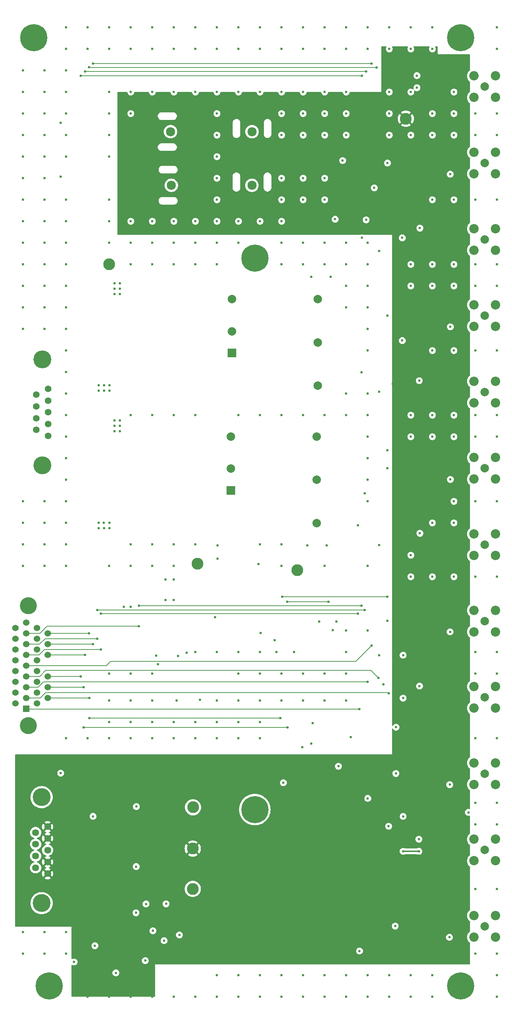
<source format=gbr>
%TF.GenerationSoftware,KiCad,Pcbnew,8.0.6*%
%TF.CreationDate,2025-05-14T12:37:58-04:00*%
%TF.ProjectId,TPC_Warm_Shaper,5450435f-5761-4726-9d5f-536861706572,rev?*%
%TF.SameCoordinates,Original*%
%TF.FileFunction,Copper,L7,Inr*%
%TF.FilePolarity,Positive*%
%FSLAX46Y46*%
G04 Gerber Fmt 4.6, Leading zero omitted, Abs format (unit mm)*
G04 Created by KiCad (PCBNEW 8.0.6) date 2025-05-14 12:37:58*
%MOMM*%
%LPD*%
G01*
G04 APERTURE LIST*
%TA.AperFunction,ComponentPad*%
%ADD10C,2.006600*%
%TD*%
%TA.AperFunction,ComponentPad*%
%ADD11C,2.209800*%
%TD*%
%TA.AperFunction,ComponentPad*%
%ADD12C,2.800000*%
%TD*%
%TA.AperFunction,ComponentPad*%
%ADD13C,1.635000*%
%TD*%
%TA.AperFunction,ComponentPad*%
%ADD14C,4.216000*%
%TD*%
%TA.AperFunction,ComponentPad*%
%ADD15C,2.159000*%
%TD*%
%TA.AperFunction,ComponentPad*%
%ADD16R,2.000000X2.000000*%
%TD*%
%TA.AperFunction,ComponentPad*%
%ADD17C,2.000000*%
%TD*%
%TA.AperFunction,ComponentPad*%
%ADD18C,1.560000*%
%TD*%
%TA.AperFunction,ComponentPad*%
%ADD19C,6.400000*%
%TD*%
%TA.AperFunction,ComponentPad*%
%ADD20C,4.000000*%
%TD*%
%TA.AperFunction,ComponentPad*%
%ADD21R,1.530000X1.530000*%
%TD*%
%TA.AperFunction,ComponentPad*%
%ADD22C,1.530000*%
%TD*%
%TA.AperFunction,ViaPad*%
%ADD23C,0.600000*%
%TD*%
%TA.AperFunction,Conductor*%
%ADD24C,0.300000*%
%TD*%
%TA.AperFunction,Conductor*%
%ADD25C,0.200000*%
%TD*%
G04 APERTURE END LIST*
D10*
%TO.N,/P_SHPR_6*%
%TO.C,J14*%
X225680000Y-229544999D03*
D11*
%TO.N,/PM3p3V_RTN*%
X228220000Y-227004999D03*
X223140000Y-227004999D03*
X223140000Y-232084999D03*
X228220000Y-232084999D03*
%TD*%
D10*
%TO.N,/M_SHPR_6*%
%TO.C,J13*%
X225680000Y-247544999D03*
D11*
%TO.N,/PM3p3V_RTN*%
X228220000Y-245004999D03*
X223140000Y-245004999D03*
X223140000Y-250084999D03*
X228220000Y-250084999D03*
%TD*%
D10*
%TO.N,/P_SHPR_5*%
%TO.C,J12*%
X225680000Y-193544999D03*
D11*
%TO.N,/PM3p3V_RTN*%
X228220000Y-191004999D03*
X223140000Y-191004999D03*
X223140000Y-196084999D03*
X228220000Y-196084999D03*
%TD*%
D10*
%TO.N,/M_SHPR_5*%
%TO.C,J11*%
X225680000Y-211544999D03*
D11*
%TO.N,/PM3p3V_RTN*%
X228220000Y-209004999D03*
X223140000Y-209004999D03*
X223140000Y-214084999D03*
X228220000Y-214084999D03*
%TD*%
D10*
%TO.N,/P_SHPR_4*%
%TO.C,J10*%
X225680000Y-157544999D03*
D11*
%TO.N,/PM3p3V_RTN*%
X228220000Y-155004999D03*
X223140000Y-155004999D03*
X223140000Y-160084999D03*
X228220000Y-160084999D03*
%TD*%
D10*
%TO.N,/M_SHPR_4*%
%TO.C,J9*%
X225680000Y-175544999D03*
D11*
%TO.N,/PM3p3V_RTN*%
X228220000Y-173004999D03*
X223140000Y-173004999D03*
X223140000Y-178084999D03*
X228220000Y-178084999D03*
%TD*%
D10*
%TO.N,/P_SHPR_3*%
%TO.C,J8*%
X225680000Y-121544999D03*
D11*
%TO.N,/PM3p3V_RTN*%
X228220000Y-119004999D03*
X223140000Y-119004999D03*
X223140000Y-124084999D03*
X228220000Y-124084999D03*
%TD*%
D10*
%TO.N,/M_SHPR_3*%
%TO.C,J7*%
X225680000Y-139544999D03*
D11*
%TO.N,/PM3p3V_RTN*%
X228220000Y-137004999D03*
X223140000Y-137004999D03*
X223140000Y-142084999D03*
X228220000Y-142084999D03*
%TD*%
D10*
%TO.N,/P_SHPR_2*%
%TO.C,J6*%
X225680000Y-85544999D03*
D11*
%TO.N,/PM3p3V_RTN*%
X228220000Y-83004999D03*
X223140000Y-83004999D03*
X223140000Y-88084999D03*
X228220000Y-88084999D03*
%TD*%
D10*
%TO.N,/M_SHPR_2*%
%TO.C,J5*%
X225680000Y-103544999D03*
D11*
%TO.N,/PM3p3V_RTN*%
X228220000Y-101004999D03*
X223140000Y-101004999D03*
X223140000Y-106084999D03*
X228220000Y-106084999D03*
%TD*%
D10*
%TO.N,/P_SHPR_1*%
%TO.C,J4*%
X225680000Y-49544999D03*
D11*
%TO.N,/PM3p3V_RTN*%
X228220000Y-47004999D03*
X223140000Y-47004999D03*
X223140000Y-52084999D03*
X228220000Y-52084999D03*
%TD*%
D10*
%TO.N,/M_SHPR_1*%
%TO.C,J3*%
X225680000Y-67544999D03*
D11*
%TO.N,/PM3p3V_RTN*%
X228220000Y-65004999D03*
X223140000Y-65004999D03*
X223140000Y-70084999D03*
X228220000Y-70084999D03*
%TD*%
D12*
%TO.N,/V_SEC_RTN*%
%TO.C,SEC_{RTN}*%
X181508400Y-163576000D03*
%TD*%
%TO.N,/TELEM_M5V*%
%TO.C,TELEM_{-5V}*%
X156870400Y-238709200D03*
%TD*%
D13*
%TO.N,/TELEM_RTN*%
%TO.C,J15*%
X122640000Y-235115000D03*
X122640000Y-232345000D03*
%TO.N,unconnected-(J15-Pad3)*%
X122640000Y-229575000D03*
%TO.N,/TELEM_RTN*%
X122640000Y-226805000D03*
X122640000Y-224035000D03*
%TO.N,/TELEM_M5V*%
X119800000Y-233730000D03*
X119800000Y-230960000D03*
%TO.N,/TELEM_P5V*%
X119800000Y-228190000D03*
X119800000Y-225420000D03*
D14*
%TO.N,GNDPWR*%
X121220000Y-217075000D03*
X121220000Y-242075000D03*
%TD*%
D15*
%TO.N,Net-(M2-Pad3)*%
%TO.C,P4*%
X170830000Y-60150000D03*
%TD*%
D12*
%TO.N,/TELEM_RTN*%
%TO.C,TELEM_{RTN}*%
X156870400Y-229209600D03*
%TD*%
%TO.N,/TELEM_RTN*%
%TO.C,TELEM_{RTN}*%
X207111600Y-57099200D03*
%TD*%
D16*
%TO.N,Net-(U1-+VIN)*%
%TO.C,U1*%
X166080000Y-112340000D03*
D17*
%TO.N,Net-(U1--VIN)*%
X166080000Y-107240000D03*
%TO.N,/P3p3V*%
X186380000Y-120040000D03*
%TO.N,unconnected-(U1-TRIM-Pad4)*%
X186380000Y-109840000D03*
%TO.N,/PM3p3V_RTN*%
X186380000Y-99640000D03*
%TO.N,/Main_CKT/Enable*%
X166080000Y-99640000D03*
%TD*%
D12*
%TO.N,/V_SEC_RTN*%
%TO.C,SEC_{RTN}*%
X137160000Y-91440000D03*
%TD*%
%TO.N,/Main_CKT/Enable*%
%TO.C,V_{EN}*%
X157940000Y-162040000D03*
%TD*%
D18*
%TO.N,/V_SEC_RTN*%
%TO.C,J2*%
X122790000Y-120780000D03*
X122790000Y-123550000D03*
%TO.N,unconnected-(J2-Pad3)*%
X122790000Y-126320000D03*
%TO.N,/V_SEC_RTN*%
X122790000Y-129090000D03*
X122790000Y-131860000D03*
%TO.N,/V_SEC_IN*%
X119950000Y-122165000D03*
X119950000Y-124935000D03*
X119950000Y-127705000D03*
X119950000Y-130475000D03*
D14*
%TO.N,GNDPWR*%
X121370000Y-113820000D03*
X121370000Y-138820000D03*
%TD*%
D19*
%TO.N,GNDPWR*%
%TO.C,H7*%
X123000000Y-261620000D03*
%TD*%
%TO.N,GNDPWR*%
%TO.C,H5*%
X119380000Y-38000000D03*
%TD*%
D12*
%TO.N,/TELEM_P5V*%
%TO.C,TELEM_{+5V}*%
X156921200Y-219456000D03*
%TD*%
D19*
%TO.N,GNDPWR*%
%TO.C,H1*%
X220000000Y-38000000D03*
%TD*%
D16*
%TO.N,Net-(U2-+VIN)*%
%TO.C,U2*%
X165807500Y-144730000D03*
D17*
%TO.N,Net-(U2--VIN)*%
X165807500Y-139630000D03*
%TO.N,/PM3p3V_RTN*%
X186107500Y-152430000D03*
%TO.N,unconnected-(U2-TRIM-Pad4)*%
X186107500Y-142230000D03*
%TO.N,/M3p3V*%
X186107500Y-132030000D03*
%TO.N,/Main_CKT/Enable*%
X165807500Y-132030000D03*
%TD*%
D19*
%TO.N,GNDPWR*%
%TO.C,H2*%
X171500000Y-90000000D03*
%TD*%
D15*
%TO.N,Net-(P1-Pad1)*%
%TO.C,P1*%
X151810600Y-72790000D03*
%TD*%
D19*
%TO.N,GNDPWR*%
%TO.C,H4*%
X220000000Y-261620000D03*
%TD*%
%TO.N,GNDPWR*%
%TO.C,H3*%
X171500000Y-220000000D03*
%TD*%
D15*
%TO.N,Net-(M1-Pad3)*%
%TO.C,P2*%
X170809800Y-72790000D03*
%TD*%
%TO.N,Net-(P3-Pad1)*%
%TO.C,P3*%
X151620000Y-60148000D03*
%TD*%
D20*
%TO.N,GNDPWR*%
%TO.C,J1*%
X118098000Y-171909500D03*
X118098000Y-200230500D03*
D21*
%TO.N,/i_Sense_6-*%
X117590000Y-196230000D03*
D22*
%TO.N,/TELEM_RTN*%
X115050000Y-194960000D03*
%TO.N,/i_Sense_6+*%
X117590000Y-193690000D03*
%TO.N,/TELEM_RTN*%
X115050000Y-192420000D03*
%TO.N,/i_Sense_5-*%
X117590000Y-191150000D03*
%TO.N,/TELEM_RTN*%
X115050000Y-189880000D03*
%TO.N,/i_Sense_5+*%
X117590000Y-188610000D03*
%TO.N,/TELEM_RTN*%
X115050000Y-187340000D03*
X115050000Y-184800000D03*
%TO.N,/i_Sense_4+*%
X117590000Y-183530000D03*
%TO.N,/TELEM_RTN*%
X115050000Y-182260000D03*
%TO.N,/i_Sense_3-*%
X117590000Y-180990000D03*
%TO.N,/TELEM_RTN*%
X115050000Y-179720000D03*
%TO.N,/i_Sense_3+*%
X117590000Y-178450000D03*
%TO.N,/TELEM_RTN*%
X115050000Y-177180000D03*
%TO.N,/Enable+*%
X117590000Y-175910000D03*
%TO.N,/TELEM_RTN*%
X120130000Y-194960000D03*
%TO.N,/P3p3V_MON*%
X122670000Y-193690000D03*
%TO.N,/TELEM_RTN*%
X120130000Y-192420000D03*
%TO.N,/M3p3V_MON*%
X122670000Y-191150000D03*
%TO.N,/TEMP_MON*%
X120130000Y-189880000D03*
%TO.N,/i_Sense_2-*%
X122670000Y-188610000D03*
%TO.N,/TELEM_RTN*%
X120130000Y-187340000D03*
%TO.N,/i_Sense_4-*%
X117590000Y-186070000D03*
%TO.N,/TELEM_RTN*%
X120130000Y-184800000D03*
%TO.N,/i_Sense_2+*%
X122670000Y-183530000D03*
%TO.N,/TELEM_RTN*%
X120130000Y-182260000D03*
%TO.N,/i_Sense_1-*%
X122670000Y-180990000D03*
%TO.N,/TELEM_RTN*%
X120130000Y-179720000D03*
%TO.N,/Enable-*%
X120130000Y-177180000D03*
%TO.N,/i_Sense_1+*%
X122670000Y-178450000D03*
%TD*%
D23*
%TO.N,/P3p3V*%
X206470000Y-183600000D03*
X200810000Y-121490000D03*
X206470000Y-193730000D03*
X200810000Y-183600000D03*
X209720000Y-49789999D03*
X206480000Y-221620000D03*
X200810000Y-157650000D03*
X210180000Y-229844999D03*
X206470000Y-229850000D03*
X200810000Y-88260000D03*
%TO.N,/PM3p3V_RTN*%
X188446000Y-157730000D03*
X189426000Y-94380000D03*
X221860000Y-220670000D03*
%TO.N,GNDPWR*%
X184796000Y-94380000D03*
X183886000Y-157730000D03*
%TO.N,/V_SEC_RTN*%
X187960000Y-40640000D03*
X218440000Y-152400000D03*
X121920000Y-66040000D03*
X127000000Y-147320000D03*
X147320000Y-81280000D03*
X157480000Y-157480000D03*
X213360000Y-60960000D03*
X121920000Y-152400000D03*
X139700000Y-129540000D03*
X187960000Y-35560000D03*
X116840000Y-152400000D03*
X127000000Y-45720000D03*
X167640000Y-50800000D03*
X138430000Y-98425000D03*
X127000000Y-50800000D03*
X177800000Y-157480000D03*
X223520000Y-111760000D03*
X142240000Y-55880000D03*
X121920000Y-162560000D03*
X182880000Y-86360000D03*
X127000000Y-60960000D03*
X162560000Y-60960000D03*
X208280000Y-40640000D03*
X228600000Y-147320000D03*
X198120000Y-101600000D03*
X172720000Y-50800000D03*
X116840000Y-81280000D03*
X150460000Y-165750000D03*
X198120000Y-162560000D03*
X142240000Y-35560000D03*
X116840000Y-96520000D03*
X198120000Y-121920000D03*
X198120000Y-91440000D03*
X213360000Y-96520000D03*
X228600000Y-165100000D03*
X223520000Y-55880000D03*
X127000000Y-106680000D03*
X139700000Y-130810000D03*
X147320000Y-50800000D03*
X127000000Y-40640000D03*
X228600000Y-35560000D03*
X223520000Y-147320000D03*
X162560000Y-81280000D03*
X193040000Y-40640000D03*
X116840000Y-86360000D03*
X132080000Y-40640000D03*
X182880000Y-40640000D03*
X116840000Y-71120000D03*
X147320000Y-86360000D03*
X177800000Y-76200000D03*
X228600000Y-60960000D03*
X116840000Y-91440000D03*
X152400000Y-157480000D03*
X203200000Y-55880000D03*
X213360000Y-55880000D03*
X182880000Y-60960000D03*
X208280000Y-96520000D03*
X139700000Y-98425000D03*
X198120000Y-106680000D03*
X187960000Y-76200000D03*
X121920000Y-81280000D03*
X132080000Y-35560000D03*
X213360000Y-165100000D03*
X228600000Y-132080000D03*
X137160000Y-81280000D03*
X198120000Y-35560000D03*
X203200000Y-40640000D03*
X193040000Y-35560000D03*
X213360000Y-152400000D03*
X193040000Y-86360000D03*
X218440000Y-165100000D03*
X193040000Y-121920000D03*
X162560000Y-50800000D03*
X208280000Y-132080000D03*
X203200000Y-35560000D03*
X152400000Y-86360000D03*
X127000000Y-157480000D03*
X218440000Y-127000000D03*
X223520000Y-96520000D03*
X193040000Y-55880000D03*
X157480000Y-127000000D03*
X172720000Y-40640000D03*
X208280000Y-127000000D03*
X157480000Y-35560000D03*
X177800000Y-86360000D03*
X121920000Y-76200000D03*
X138430000Y-130810000D03*
X218440000Y-76200000D03*
X127000000Y-127000000D03*
X147320000Y-162560000D03*
X193040000Y-101600000D03*
X121920000Y-71120000D03*
X198120000Y-142240000D03*
X121920000Y-101600000D03*
X177800000Y-35560000D03*
X152400000Y-40640000D03*
X218440000Y-132080000D03*
X127000000Y-96520000D03*
X167640000Y-81280000D03*
X147320000Y-35560000D03*
X157480000Y-86360000D03*
X198120000Y-96520000D03*
X127000000Y-91440000D03*
X223520000Y-127000000D03*
X228600000Y-55880000D03*
X142240000Y-91440000D03*
X127000000Y-111760000D03*
X193040000Y-127000000D03*
X187960000Y-55880000D03*
X172360000Y-162120000D03*
X198120000Y-86360000D03*
X127000000Y-137160000D03*
X142240000Y-162560000D03*
X138430000Y-128270000D03*
X137160000Y-162560000D03*
X137160000Y-35560000D03*
X193040000Y-96520000D03*
X138430000Y-97155000D03*
X142240000Y-81280000D03*
X177800000Y-60960000D03*
X142240000Y-50800000D03*
X162560000Y-66040000D03*
X127000000Y-132080000D03*
X172720000Y-127000000D03*
X208280000Y-91440000D03*
X152400000Y-162560000D03*
X142240000Y-127000000D03*
X203200000Y-50800000D03*
X223520000Y-76200000D03*
X218440000Y-111760000D03*
X223520000Y-165100000D03*
X127000000Y-86360000D03*
X127000000Y-66040000D03*
X121920000Y-106680000D03*
X198120000Y-137160000D03*
X167640000Y-127000000D03*
X177800000Y-60960000D03*
X142240000Y-86360000D03*
X147320000Y-91440000D03*
X152400000Y-81280000D03*
X228600000Y-111760000D03*
X172720000Y-35560000D03*
X218440000Y-91440000D03*
X127000000Y-101600000D03*
X152400000Y-35560000D03*
X116840000Y-50800000D03*
X218440000Y-60960000D03*
X177800000Y-91440000D03*
X187960000Y-60960000D03*
X193040000Y-60960000D03*
X198120000Y-111760000D03*
X152400000Y-127000000D03*
X223520000Y-132080000D03*
X137160000Y-55880000D03*
X127000000Y-121920000D03*
X152400000Y-91440000D03*
X182880000Y-35560000D03*
X147320000Y-157480000D03*
X127000000Y-116840000D03*
X127000000Y-35560000D03*
X218440000Y-55880000D03*
X182880000Y-76200000D03*
X142240000Y-40640000D03*
X177800000Y-55880000D03*
X137160000Y-60960000D03*
X187960000Y-127000000D03*
X208280000Y-165100000D03*
X187960000Y-71120000D03*
X193040000Y-50800000D03*
X152400000Y-50800000D03*
X228600000Y-76200000D03*
X157480000Y-40640000D03*
X213360000Y-111760000D03*
X116840000Y-45720000D03*
X121920000Y-60960000D03*
X218440000Y-50800000D03*
X116840000Y-60960000D03*
X198120000Y-121920000D03*
X228600000Y-96520000D03*
X121920000Y-86360000D03*
X198120000Y-132080000D03*
X203200000Y-60960000D03*
X139700000Y-128270000D03*
X223520000Y-91440000D03*
X172720000Y-157480000D03*
X218440000Y-147320000D03*
X121920000Y-91440000D03*
X228600000Y-91440000D03*
X138430000Y-129540000D03*
X162560000Y-76200000D03*
X187960000Y-50800000D03*
X177800000Y-50800000D03*
X121920000Y-55880000D03*
X116840000Y-76200000D03*
X147320000Y-40640000D03*
X139700000Y-95885000D03*
X182880000Y-50800000D03*
X162560000Y-35560000D03*
X162560000Y-86360000D03*
X147320000Y-127000000D03*
X152350000Y-165770000D03*
X137160000Y-86360000D03*
X198120000Y-127000000D03*
X139700000Y-97155000D03*
X182880000Y-55880000D03*
X182880000Y-127000000D03*
X177800000Y-40640000D03*
X162560000Y-71120000D03*
X187960000Y-86360000D03*
X127000000Y-55880000D03*
X116840000Y-101600000D03*
X167640000Y-86360000D03*
X177800000Y-81280000D03*
X127000000Y-142240000D03*
X127000000Y-76200000D03*
X157480000Y-81280000D03*
X121920000Y-147320000D03*
X157480000Y-50800000D03*
X137160000Y-66040000D03*
X137160000Y-40640000D03*
X138430000Y-95885000D03*
X182880000Y-91440000D03*
X208280000Y-50800000D03*
X121920000Y-50800000D03*
X127000000Y-81280000D03*
X213360000Y-132080000D03*
X213360000Y-76200000D03*
X187960000Y-91440000D03*
X162560000Y-55880000D03*
X223520000Y-60960000D03*
X121920000Y-96520000D03*
X218440000Y-96520000D03*
X121920000Y-45720000D03*
X228600000Y-40640000D03*
X198120000Y-40640000D03*
X193040000Y-91440000D03*
X121920000Y-157480000D03*
X116840000Y-106680000D03*
X116840000Y-66040000D03*
X213360000Y-40640000D03*
X213360000Y-91440000D03*
X157480000Y-91440000D03*
X116840000Y-55880000D03*
X127000000Y-152400000D03*
X177800000Y-127000000D03*
X177800000Y-162560000D03*
X162560000Y-91440000D03*
X142240000Y-157480000D03*
X228600000Y-127000000D03*
X213360000Y-127000000D03*
X208280000Y-160020000D03*
X116840000Y-162560000D03*
X116840000Y-157480000D03*
X167640000Y-35560000D03*
X162560000Y-40640000D03*
X137160000Y-50800000D03*
X198120000Y-147320000D03*
X137160000Y-76200000D03*
X213360000Y-35560000D03*
X177800000Y-71120000D03*
X187960000Y-162560000D03*
X127000000Y-162560000D03*
X182880000Y-71120000D03*
X208280000Y-35560000D03*
X172720000Y-81280000D03*
X116840000Y-147320000D03*
X167640000Y-40640000D03*
X208280000Y-60960000D03*
%TO.N,/M3p3V*%
X177980000Y-169790000D03*
X202750000Y-169790000D03*
X204800000Y-200580000D03*
X202770000Y-103530000D03*
X204620000Y-247480000D03*
X204770000Y-211500000D03*
X202760000Y-139540000D03*
X202760000Y-175480000D03*
X202770000Y-135310000D03*
X202770000Y-67540000D03*
%TO.N,/V_SEC_IN*%
X134720000Y-121250000D03*
X134682500Y-153660000D03*
X134682500Y-152390000D03*
X137260000Y-119980000D03*
X135990000Y-121250000D03*
X137222500Y-153660000D03*
X135952500Y-153660000D03*
X135990000Y-119980000D03*
X135902500Y-152390000D03*
X134720000Y-119980000D03*
X137260000Y-121250000D03*
X137222500Y-152390000D03*
%TO.N,/TELEM_RTN*%
X145130000Y-236970000D03*
X228600000Y-223520000D03*
X182880000Y-218440000D03*
X198120000Y-233680000D03*
X142240000Y-203200000D03*
X218440000Y-223520000D03*
X198120000Y-243840000D03*
X219470000Y-191614999D03*
X121920000Y-208280000D03*
X217570000Y-68694999D03*
X218440000Y-198120000D03*
X228600000Y-254000000D03*
X136786200Y-242165000D03*
X145140000Y-228080000D03*
X167640000Y-248920000D03*
X208280000Y-172720000D03*
X147320000Y-203200000D03*
X187960000Y-233680000D03*
X157480000Y-203200000D03*
X157480000Y-182880000D03*
X208280000Y-259080000D03*
X203200000Y-264160000D03*
X176580000Y-182880000D03*
X167640000Y-259080000D03*
X193040000Y-259080000D03*
X127000000Y-248920000D03*
X182880000Y-233680000D03*
X152400000Y-238760000D03*
X193040000Y-254000000D03*
X223520000Y-254000000D03*
X132080000Y-218440000D03*
X218440000Y-187960000D03*
X167640000Y-228600000D03*
X213360000Y-203200000D03*
X172720000Y-254000000D03*
X193040000Y-177800000D03*
X142240000Y-208280000D03*
X147320000Y-187960000D03*
X182880000Y-238760000D03*
X132080000Y-264160000D03*
X198120000Y-223520000D03*
X147320000Y-203200000D03*
X172720000Y-233680000D03*
X208570000Y-213394999D03*
X187960000Y-187960000D03*
X177800000Y-243840000D03*
X162560000Y-228600000D03*
X203200000Y-233680000D03*
X217600000Y-104689999D03*
X213360000Y-259080000D03*
X162560000Y-223520000D03*
X130376200Y-260865000D03*
X167640000Y-182880000D03*
X198120000Y-259080000D03*
X127000000Y-213360000D03*
X213360000Y-198120000D03*
X223520000Y-182880000D03*
X147320000Y-199390000D03*
X228600000Y-238760000D03*
X198120000Y-177800000D03*
X209730000Y-48339999D03*
X147320000Y-218440000D03*
X137160000Y-199390000D03*
X172720000Y-259080000D03*
X172720000Y-187960000D03*
X210290000Y-120254999D03*
X152400000Y-223520000D03*
X223520000Y-203200000D03*
X187960000Y-259080000D03*
X203200000Y-238760000D03*
X218440000Y-243840000D03*
X162560000Y-233680000D03*
X148695476Y-185749999D03*
X157480000Y-213360000D03*
X127000000Y-208280000D03*
X177800000Y-254000000D03*
X208470000Y-182894999D03*
X176190000Y-180100000D03*
X162560000Y-238760000D03*
X213360000Y-223520000D03*
X187960000Y-228600000D03*
X157480000Y-199390000D03*
X116840000Y-208280000D03*
X217450000Y-212659999D03*
X208460000Y-177384999D03*
X182880000Y-254000000D03*
X127000000Y-218440000D03*
X208280000Y-203200000D03*
X121920000Y-254000000D03*
X152400000Y-199390000D03*
X193040000Y-248920000D03*
X167640000Y-194310000D03*
X223520000Y-223520000D03*
X127000000Y-238760000D03*
X203200000Y-243840000D03*
X172720000Y-208280000D03*
X177800000Y-228600000D03*
X204198000Y-155624999D03*
X185180000Y-199630000D03*
X219270000Y-119534999D03*
X210420000Y-84289999D03*
X152400000Y-213360000D03*
X147320000Y-213360000D03*
X147320000Y-194310000D03*
X167640000Y-213360000D03*
X193040000Y-187960000D03*
X167640000Y-208280000D03*
X172720000Y-213360000D03*
X132080000Y-238760000D03*
X182880000Y-243840000D03*
X172720000Y-243840000D03*
X148265476Y-183690000D03*
X218680000Y-47664999D03*
X162560000Y-248920000D03*
X157480000Y-264160000D03*
X182880000Y-194310000D03*
X147320000Y-194310000D03*
X162560000Y-208280000D03*
X198120000Y-238760000D03*
X208890000Y-74959999D03*
X172720000Y-238760000D03*
X116840000Y-254000000D03*
X177800000Y-259080000D03*
X167640000Y-238760000D03*
X217370000Y-248649999D03*
X182720000Y-205310000D03*
X187960000Y-254000000D03*
X201780000Y-226610000D03*
X187960000Y-243840000D03*
X193040000Y-223520000D03*
X218440000Y-208280000D03*
X142240000Y-264160000D03*
X208820000Y-105434999D03*
X182880000Y-264160000D03*
X172720000Y-203200000D03*
X147320000Y-199390000D03*
X208700000Y-110954999D03*
X204070000Y-119619999D03*
X147320000Y-228600000D03*
X147320000Y-233680000D03*
X182850000Y-63940000D03*
X210340000Y-192284999D03*
X210190000Y-228394999D03*
X167640000Y-264160000D03*
X177800000Y-238760000D03*
X218440000Y-203200000D03*
X187960000Y-223520000D03*
X177800000Y-248920000D03*
X167640000Y-203200000D03*
X162560000Y-182880000D03*
X172720000Y-199390000D03*
X162560000Y-264160000D03*
X142240000Y-238760000D03*
X167640000Y-187960000D03*
X152350000Y-170580000D03*
X172720000Y-264160000D03*
X219230000Y-227724999D03*
X150470000Y-170610000D03*
X142316200Y-246515000D03*
X208460000Y-254914999D03*
X208280000Y-264160000D03*
X218440000Y-233680000D03*
X133820000Y-228120000D03*
X153075476Y-194250000D03*
X127000000Y-203200000D03*
X152400000Y-208280000D03*
X182880000Y-187960000D03*
X213360000Y-264160000D03*
X187960000Y-218440000D03*
X218440000Y-182880000D03*
X162560000Y-213360000D03*
X127000000Y-243840000D03*
X193040000Y-228600000D03*
X187960000Y-248920000D03*
X147320000Y-223520000D03*
X208710000Y-218930000D03*
X152400000Y-233680000D03*
X177800000Y-233680000D03*
X187960000Y-194310000D03*
X208280000Y-238760000D03*
X147320000Y-238760000D03*
X172720000Y-228600000D03*
X172720000Y-182880000D03*
X162560000Y-199390000D03*
X167640000Y-233680000D03*
X217530000Y-176629999D03*
X167640000Y-223520000D03*
X142240000Y-199390000D03*
X198120000Y-228600000D03*
X193040000Y-194310000D03*
X162560000Y-199390000D03*
X157480000Y-208280000D03*
X198120000Y-264160000D03*
X208280000Y-233680000D03*
X162560000Y-243840000D03*
X208280000Y-208280000D03*
X187960000Y-264160000D03*
X167640000Y-243840000D03*
X193040000Y-264160000D03*
X219390000Y-155574999D03*
X121920000Y-248920000D03*
X210418000Y-156259999D03*
X213360000Y-238760000D03*
X167640000Y-254000000D03*
X213360000Y-187960000D03*
X177800000Y-187960000D03*
X162560000Y-254000000D03*
X142240000Y-187960000D03*
X162560000Y-218440000D03*
X228600000Y-264160000D03*
X152400000Y-218440000D03*
X218440000Y-218440000D03*
X167640000Y-199390000D03*
X162560000Y-259080000D03*
X172720000Y-194310000D03*
X152400000Y-228600000D03*
X218440000Y-254000000D03*
X208280000Y-198120000D03*
X193040000Y-238760000D03*
X228600000Y-182880000D03*
X135116200Y-249380000D03*
X128880000Y-230150000D03*
X218440000Y-238760000D03*
X198120000Y-248920000D03*
X177800000Y-264160000D03*
X177800000Y-223520000D03*
X193040000Y-243840000D03*
X177800000Y-218440000D03*
X208620000Y-146964999D03*
X182390000Y-77960000D03*
X190730000Y-175700000D03*
X182880000Y-223520000D03*
X223520000Y-218440000D03*
X223520000Y-238760000D03*
X152400000Y-264160000D03*
X147320000Y-208280000D03*
X132080000Y-203200000D03*
X217600000Y-140689999D03*
X194160000Y-209790000D03*
X193040000Y-233680000D03*
X137226200Y-261375000D03*
X223520000Y-187960000D03*
X137160000Y-238760000D03*
X204200000Y-83654999D03*
X145420000Y-214110000D03*
X203200000Y-259080000D03*
X177800000Y-194310000D03*
X162560000Y-194310000D03*
X193040000Y-182880000D03*
X208440000Y-249394999D03*
X228600000Y-218440000D03*
X137160000Y-208280000D03*
X137160000Y-187960000D03*
X182880000Y-228600000D03*
X208940000Y-141439999D03*
X137160000Y-203200000D03*
X142240000Y-213360000D03*
X138640000Y-210880000D03*
X145666200Y-259885000D03*
X201840000Y-190500000D03*
X182880000Y-248920000D03*
X137160000Y-194310000D03*
X152400000Y-203200000D03*
X132080000Y-213360000D03*
X228600000Y-203200000D03*
X228600000Y-187960000D03*
X147320000Y-187960000D03*
X127000000Y-254000000D03*
X116840000Y-248920000D03*
X172720000Y-248920000D03*
X147320000Y-264160000D03*
X194160000Y-202930000D03*
X132080000Y-208280000D03*
X203510000Y-47704999D03*
X142240000Y-194310000D03*
X228600000Y-259080000D03*
X131910000Y-224810000D03*
X145430000Y-223710000D03*
X182880000Y-259080000D03*
X185140000Y-216380000D03*
X219260000Y-83619999D03*
X172870000Y-178340000D03*
X155405476Y-182990000D03*
X208835000Y-69429999D03*
X132080000Y-203200000D03*
X187960000Y-238760000D03*
X162560000Y-203200000D03*
X193040000Y-213360000D03*
X137160000Y-264160000D03*
X140660000Y-172170000D03*
%TO.N,/i_Sense_1+*%
X200260000Y-44990000D03*
X132420000Y-44970000D03*
X132420000Y-178460000D03*
%TO.N,/i_Sense_2+*%
X131450000Y-45910000D03*
X197760000Y-80950000D03*
X131450000Y-183540000D03*
X197760000Y-45910000D03*
%TO.N,/TELEM_P5V*%
X133350000Y-221600000D03*
X150576200Y-242235000D03*
X125720000Y-211410000D03*
X158560000Y-194110000D03*
X125730000Y-70770000D03*
X186700000Y-175700000D03*
X125730000Y-58070000D03*
X145666200Y-255625000D03*
X162110000Y-174650000D03*
X153716200Y-249575000D03*
X133796200Y-252115000D03*
%TO.N,/TELEM_M5V*%
X128880000Y-255940000D03*
X180770000Y-182880000D03*
X138730000Y-258515000D03*
%TO.N,/i_Sense_3+*%
X144150000Y-176790000D03*
X196660000Y-116920000D03*
X144150000Y-171930000D03*
X196670000Y-171930000D03*
%TO.N,/i_Sense_4+*%
X195830000Y-173800000D03*
X195830000Y-152930000D03*
X135200000Y-173800000D03*
X135200000Y-182270000D03*
%TO.N,/i_Sense_5+*%
X200640000Y-188950000D03*
%TO.N,/i_Sense_6+*%
X203050000Y-223930000D03*
X203080000Y-192590000D03*
%TO.N,/i_Sense_1-*%
X199670000Y-73400000D03*
X133360000Y-181010000D03*
X133357380Y-44063928D03*
X199060000Y-44070000D03*
%TO.N,/i_Sense_2-*%
X206270000Y-85190000D03*
X196790000Y-85190000D03*
X130470000Y-188620000D03*
X206274999Y-109404999D03*
X196790000Y-46940000D03*
X130470000Y-46940000D03*
%TO.N,/i_Sense_3-*%
X134350000Y-179710000D03*
X197410000Y-172910000D03*
X134360000Y-172920000D03*
X197410000Y-145404999D03*
%TO.N,/i_Sense_4-*%
X199010000Y-181350000D03*
%TO.N,/i_Sense_5-*%
X198140000Y-189900000D03*
X198130000Y-217370000D03*
%TO.N,/i_Sense_6-*%
X196180000Y-253370000D03*
X196180000Y-196340000D03*
%TO.N,Net-(U17A-A_OUT)*%
X179120000Y-171010000D03*
X190440000Y-80790000D03*
X188910000Y-171020000D03*
%TO.N,Net-(U17B-B_OUT)*%
X192210000Y-66960000D03*
X189890000Y-177690000D03*
%TO.N,/TELEM_P3p3V*%
X210418000Y-154859999D03*
X210340000Y-190884999D03*
X210190000Y-226994999D03*
X217380000Y-250119999D03*
X210290000Y-118854999D03*
X217460000Y-214129999D03*
X209730000Y-46939999D03*
X142210000Y-172150000D03*
X217610000Y-142159999D03*
X217610000Y-106159999D03*
X153375476Y-183820000D03*
X184780000Y-204410000D03*
X143570000Y-219300000D03*
X217540000Y-178099999D03*
X217580000Y-70164999D03*
X210420000Y-82889999D03*
%TO.N,/TELEM_M3p3V*%
X143530000Y-233450000D03*
X191210000Y-209790000D03*
%TO.N,Net-(LED1-Pad2)*%
X150106199Y-250914999D03*
%TO.N,Net-(LED1-Pad1)*%
X147476199Y-248594999D03*
%TO.N,Net-(LED2-Pad1)*%
X143486200Y-244345000D03*
%TO.N,Net-(LED2-Pad2)*%
X145836200Y-242255000D03*
%TO.N,/Main_CKT/Enable*%
X162740000Y-157720000D03*
X162740000Y-160850000D03*
%TO.N,/P3p3V_MON*%
X132530000Y-198410000D03*
X132530000Y-193700000D03*
X178230000Y-213670000D03*
X177570000Y-198410000D03*
%TO.N,/M3p3V_MON*%
X179200000Y-200600000D03*
X131149881Y-200600833D03*
X131150000Y-191160000D03*
%TD*%
D24*
%TO.N,/P3p3V*%
X206470000Y-229850000D02*
X206475001Y-229844999D01*
X206475001Y-229844999D02*
X210180000Y-229844999D01*
D25*
%TO.N,/M3p3V*%
X202750000Y-169790000D02*
X177980000Y-169790000D01*
D24*
X202770001Y-67539999D02*
X202770000Y-67540000D01*
D25*
%TO.N,/i_Sense_1+*%
X132440000Y-44990000D02*
X132420000Y-44970000D01*
X200260000Y-44990000D02*
X132440000Y-44990000D01*
X132420000Y-178460000D02*
X122680000Y-178460000D01*
X122680000Y-178460000D02*
X122670000Y-178450000D01*
%TO.N,/i_Sense_2+*%
X131450000Y-183540000D02*
X122680000Y-183540000D01*
X197760000Y-45910000D02*
X131450000Y-45910000D01*
X122680000Y-183540000D02*
X122670000Y-183530000D01*
%TO.N,/i_Sense_3+*%
X144150000Y-176790000D02*
X122460000Y-176790000D01*
X122460000Y-176790000D02*
X120800000Y-178450000D01*
X194590000Y-171930000D02*
X144150000Y-171930000D01*
X120800000Y-178450000D02*
X117590000Y-178450000D01*
X196670000Y-171930000D02*
X194590000Y-171930000D01*
%TO.N,/i_Sense_4+*%
X135200000Y-182270000D02*
X121930000Y-182270000D01*
X121930000Y-182270000D02*
X120670000Y-183530000D01*
X120670000Y-183530000D02*
X117590000Y-183530000D01*
X195830000Y-173800000D02*
X135200000Y-173800000D01*
%TO.N,/i_Sense_5+*%
X120765000Y-188610000D02*
X117590000Y-188610000D01*
X200640000Y-188950000D02*
X198880000Y-187190000D01*
X198880000Y-187190000D02*
X122185000Y-187190000D01*
X122185000Y-187190000D02*
X120765000Y-188610000D01*
%TO.N,/i_Sense_6+*%
X202910000Y-192420000D02*
X122180000Y-192420000D01*
X122180000Y-192420000D02*
X120910000Y-193690000D01*
X120910000Y-193690000D02*
X117590000Y-193690000D01*
X203080000Y-192590000D02*
X202910000Y-192420000D01*
%TO.N,/i_Sense_1-*%
X122690000Y-181010000D02*
X122670000Y-180990000D01*
X127780000Y-181010000D02*
X122690000Y-181010000D01*
X133360000Y-181010000D02*
X127780000Y-181010000D01*
X199060000Y-44070000D02*
X133360000Y-44070000D01*
%TO.N,/i_Sense_2-*%
X196790000Y-46940000D02*
X130470000Y-46940000D01*
X122680000Y-188620000D02*
X122670000Y-188610000D01*
X130470000Y-188620000D02*
X122680000Y-188620000D01*
%TO.N,/i_Sense_3-*%
X120760000Y-180990000D02*
X117590000Y-180990000D01*
X134370000Y-172910000D02*
X134360000Y-172920000D01*
X134350000Y-179710000D02*
X122040000Y-179710000D01*
X122040000Y-179710000D02*
X120760000Y-180990000D01*
X197410000Y-172910000D02*
X134370000Y-172910000D01*
%TO.N,/i_Sense_4-*%
X193460000Y-185020000D02*
X137520000Y-185020000D01*
X137520000Y-185020000D02*
X136440000Y-186100000D01*
X199010000Y-181350000D02*
X195330000Y-185030000D01*
X136440000Y-186100000D02*
X117620000Y-186100000D01*
X195330000Y-185030000D02*
X193470000Y-185030000D01*
X117620000Y-186100000D02*
X117590000Y-186070000D01*
X193470000Y-185030000D02*
X193460000Y-185020000D01*
%TO.N,/i_Sense_5-*%
X121616138Y-189900000D02*
X120366138Y-191150000D01*
X120366138Y-191150000D02*
X117590000Y-191150000D01*
X198140000Y-189900000D02*
X121616138Y-189900000D01*
%TO.N,/i_Sense_6-*%
X196170000Y-196350000D02*
X117710000Y-196350000D01*
X196180000Y-196340000D02*
X196170000Y-196350000D01*
X117710000Y-196350000D02*
X117590000Y-196230000D01*
%TO.N,Net-(U17A-A_OUT)*%
X188900000Y-171010000D02*
X188910000Y-171020000D01*
X179120000Y-171010000D02*
X188900000Y-171010000D01*
%TO.N,/P3p3V_MON*%
X132530000Y-193700000D02*
X122680000Y-193700000D01*
X177570000Y-198410000D02*
X132530000Y-198410000D01*
X122680000Y-193700000D02*
X122670000Y-193690000D01*
%TO.N,/M3p3V_MON*%
X122680000Y-191160000D02*
X122670000Y-191150000D01*
X179200000Y-200600000D02*
X131160000Y-200600000D01*
X131150000Y-191160000D02*
X122680000Y-191160000D01*
%TD*%
%TA.AperFunction,Conductor*%
%TO.N,/TELEM_RTN*%
G36*
X202496267Y-40024685D02*
G01*
X202542022Y-40077489D01*
X202551966Y-40146647D01*
X202534221Y-40194973D01*
X202474211Y-40290475D01*
X202414631Y-40460745D01*
X202414630Y-40460750D01*
X202394435Y-40639996D01*
X202394435Y-40640003D01*
X202414630Y-40819249D01*
X202414631Y-40819254D01*
X202474211Y-40989523D01*
X202479460Y-40997876D01*
X202570184Y-41142262D01*
X202697738Y-41269816D01*
X202850478Y-41365789D01*
X203020745Y-41425368D01*
X203020750Y-41425369D01*
X203199996Y-41445565D01*
X203200000Y-41445565D01*
X203200004Y-41445565D01*
X203379249Y-41425369D01*
X203379252Y-41425368D01*
X203379255Y-41425368D01*
X203549522Y-41365789D01*
X203702262Y-41269816D01*
X203829816Y-41142262D01*
X203925789Y-40989522D01*
X203985368Y-40819255D01*
X204005565Y-40640000D01*
X203985368Y-40460745D01*
X203925789Y-40290478D01*
X203925788Y-40290475D01*
X203865779Y-40194973D01*
X203846778Y-40127736D01*
X203867145Y-40060901D01*
X203920413Y-40015686D01*
X203970772Y-40005000D01*
X207509228Y-40005000D01*
X207576267Y-40024685D01*
X207622022Y-40077489D01*
X207631966Y-40146647D01*
X207614221Y-40194973D01*
X207554211Y-40290475D01*
X207494631Y-40460745D01*
X207494630Y-40460750D01*
X207474435Y-40639996D01*
X207474435Y-40640003D01*
X207494630Y-40819249D01*
X207494631Y-40819254D01*
X207554211Y-40989523D01*
X207559460Y-40997876D01*
X207650184Y-41142262D01*
X207777738Y-41269816D01*
X207930478Y-41365789D01*
X208100745Y-41425368D01*
X208100750Y-41425369D01*
X208279996Y-41445565D01*
X208280000Y-41445565D01*
X208280004Y-41445565D01*
X208459249Y-41425369D01*
X208459252Y-41425368D01*
X208459255Y-41425368D01*
X208629522Y-41365789D01*
X208782262Y-41269816D01*
X208909816Y-41142262D01*
X209005789Y-40989522D01*
X209065368Y-40819255D01*
X209085565Y-40640000D01*
X209065368Y-40460745D01*
X209005789Y-40290478D01*
X209005788Y-40290475D01*
X208945779Y-40194973D01*
X208926778Y-40127736D01*
X208947145Y-40060901D01*
X209000413Y-40015686D01*
X209050772Y-40005000D01*
X212589228Y-40005000D01*
X212656267Y-40024685D01*
X212702022Y-40077489D01*
X212711966Y-40146647D01*
X212694221Y-40194973D01*
X212634211Y-40290475D01*
X212574631Y-40460745D01*
X212574630Y-40460750D01*
X212554435Y-40639996D01*
X212554435Y-40640003D01*
X212574630Y-40819249D01*
X212574631Y-40819254D01*
X212634211Y-40989523D01*
X212639460Y-40997876D01*
X212730184Y-41142262D01*
X212857738Y-41269816D01*
X213010478Y-41365789D01*
X213180745Y-41425368D01*
X213180750Y-41425369D01*
X213359996Y-41445565D01*
X213360000Y-41445565D01*
X213360004Y-41445565D01*
X213539249Y-41425369D01*
X213539252Y-41425368D01*
X213539255Y-41425368D01*
X213709522Y-41365789D01*
X213862262Y-41269816D01*
X213989816Y-41142262D01*
X214085789Y-40989522D01*
X214145368Y-40819255D01*
X214165565Y-40640000D01*
X214145368Y-40460745D01*
X214085789Y-40290478D01*
X214085788Y-40290475D01*
X214025779Y-40194973D01*
X214006778Y-40127736D01*
X214027145Y-40060901D01*
X214080413Y-40015686D01*
X214130772Y-40005000D01*
X214506000Y-40005000D01*
X214573039Y-40024685D01*
X214618794Y-40077489D01*
X214630000Y-40129000D01*
X214630000Y-41910000D01*
X222126000Y-41910000D01*
X222193039Y-41929685D01*
X222238794Y-41982489D01*
X222250000Y-42034000D01*
X222250000Y-45598090D01*
X222230315Y-45665129D01*
X222196566Y-45698173D01*
X222197399Y-45699319D01*
X222193455Y-45702184D01*
X222001301Y-45866300D01*
X221837185Y-46058454D01*
X221837184Y-46058456D01*
X221705154Y-46273908D01*
X221608452Y-46507368D01*
X221549461Y-46753086D01*
X221529636Y-47004999D01*
X221549461Y-47256911D01*
X221608452Y-47502629D01*
X221705154Y-47736089D01*
X221837184Y-47951541D01*
X221837185Y-47951543D01*
X221837186Y-47951545D01*
X221837188Y-47951547D01*
X222001301Y-48143698D01*
X222193452Y-48307811D01*
X222193460Y-48307816D01*
X222197386Y-48310668D01*
X222196251Y-48312229D01*
X222237647Y-48357953D01*
X222250000Y-48411906D01*
X222250000Y-50678090D01*
X222230315Y-50745129D01*
X222196566Y-50778173D01*
X222197399Y-50779319D01*
X222193455Y-50782184D01*
X222001301Y-50946300D01*
X221837185Y-51138454D01*
X221837184Y-51138456D01*
X221705154Y-51353908D01*
X221608452Y-51587368D01*
X221549461Y-51833086D01*
X221529636Y-52084999D01*
X221549461Y-52336911D01*
X221608452Y-52582629D01*
X221705154Y-52816089D01*
X221837184Y-53031541D01*
X221837185Y-53031543D01*
X221837186Y-53031545D01*
X221837188Y-53031547D01*
X222001301Y-53223698D01*
X222193452Y-53387811D01*
X222193460Y-53387816D01*
X222197386Y-53390668D01*
X222196251Y-53392229D01*
X222237647Y-53437953D01*
X222250000Y-53491906D01*
X222250000Y-63598090D01*
X222230315Y-63665129D01*
X222196566Y-63698173D01*
X222197399Y-63699319D01*
X222193455Y-63702184D01*
X222001301Y-63866300D01*
X221837185Y-64058454D01*
X221837184Y-64058456D01*
X221705154Y-64273908D01*
X221608452Y-64507368D01*
X221549461Y-64753086D01*
X221529636Y-65004999D01*
X221549461Y-65256911D01*
X221608452Y-65502629D01*
X221705154Y-65736089D01*
X221837184Y-65951541D01*
X221837185Y-65951543D01*
X221837186Y-65951545D01*
X221837188Y-65951547D01*
X222001301Y-66143698D01*
X222193452Y-66307811D01*
X222193460Y-66307816D01*
X222197386Y-66310668D01*
X222196251Y-66312229D01*
X222237647Y-66357953D01*
X222250000Y-66411906D01*
X222250000Y-68678090D01*
X222230315Y-68745129D01*
X222196566Y-68778173D01*
X222197399Y-68779319D01*
X222193455Y-68782184D01*
X222001301Y-68946300D01*
X221837185Y-69138454D01*
X221837184Y-69138456D01*
X221705154Y-69353908D01*
X221608452Y-69587368D01*
X221549461Y-69833086D01*
X221529636Y-70084999D01*
X221549461Y-70336911D01*
X221608452Y-70582629D01*
X221705154Y-70816089D01*
X221837184Y-71031541D01*
X221837185Y-71031543D01*
X221837186Y-71031545D01*
X221837188Y-71031547D01*
X222001301Y-71223698D01*
X222193452Y-71387811D01*
X222193460Y-71387816D01*
X222197386Y-71390668D01*
X222196251Y-71392229D01*
X222237647Y-71437953D01*
X222250000Y-71491906D01*
X222250000Y-81598090D01*
X222230315Y-81665129D01*
X222196566Y-81698173D01*
X222197399Y-81699319D01*
X222193455Y-81702184D01*
X222001301Y-81866300D01*
X221837185Y-82058454D01*
X221837184Y-82058456D01*
X221705154Y-82273908D01*
X221608452Y-82507368D01*
X221549461Y-82753086D01*
X221529636Y-83004999D01*
X221549461Y-83256911D01*
X221608452Y-83502629D01*
X221705154Y-83736089D01*
X221837184Y-83951541D01*
X221837185Y-83951543D01*
X221837186Y-83951545D01*
X221837188Y-83951547D01*
X222001301Y-84143698D01*
X222193452Y-84307811D01*
X222193460Y-84307816D01*
X222197386Y-84310668D01*
X222196251Y-84312229D01*
X222237647Y-84357953D01*
X222250000Y-84411906D01*
X222250000Y-86678090D01*
X222230315Y-86745129D01*
X222196566Y-86778173D01*
X222197399Y-86779319D01*
X222193455Y-86782184D01*
X222001301Y-86946300D01*
X221837185Y-87138454D01*
X221837184Y-87138456D01*
X221705154Y-87353908D01*
X221608452Y-87587368D01*
X221549461Y-87833086D01*
X221529636Y-88084999D01*
X221549461Y-88336911D01*
X221608452Y-88582629D01*
X221705154Y-88816089D01*
X221837184Y-89031541D01*
X221837185Y-89031543D01*
X221837186Y-89031545D01*
X221837188Y-89031547D01*
X222001301Y-89223698D01*
X222193452Y-89387811D01*
X222193460Y-89387816D01*
X222197386Y-89390668D01*
X222196251Y-89392229D01*
X222237647Y-89437953D01*
X222250000Y-89491906D01*
X222250000Y-99598090D01*
X222230315Y-99665129D01*
X222196566Y-99698173D01*
X222197399Y-99699319D01*
X222193455Y-99702184D01*
X222001301Y-99866300D01*
X221837185Y-100058454D01*
X221837184Y-100058456D01*
X221705154Y-100273908D01*
X221608452Y-100507368D01*
X221549461Y-100753086D01*
X221529636Y-101004999D01*
X221549461Y-101256911D01*
X221608452Y-101502629D01*
X221705154Y-101736089D01*
X221837184Y-101951541D01*
X221837185Y-101951543D01*
X221837186Y-101951545D01*
X221837188Y-101951547D01*
X222001301Y-102143698D01*
X222193452Y-102307811D01*
X222193460Y-102307816D01*
X222197386Y-102310668D01*
X222196251Y-102312229D01*
X222237647Y-102357953D01*
X222250000Y-102411906D01*
X222250000Y-104678090D01*
X222230315Y-104745129D01*
X222196566Y-104778173D01*
X222197399Y-104779319D01*
X222193455Y-104782184D01*
X222001301Y-104946300D01*
X221837185Y-105138454D01*
X221837184Y-105138456D01*
X221705154Y-105353908D01*
X221608452Y-105587368D01*
X221549461Y-105833086D01*
X221529636Y-106084999D01*
X221549461Y-106336911D01*
X221608452Y-106582629D01*
X221705154Y-106816089D01*
X221837184Y-107031541D01*
X221837185Y-107031543D01*
X221837186Y-107031545D01*
X221837188Y-107031547D01*
X222001301Y-107223698D01*
X222193452Y-107387811D01*
X222193460Y-107387816D01*
X222197386Y-107390668D01*
X222196251Y-107392229D01*
X222237647Y-107437953D01*
X222250000Y-107491906D01*
X222250000Y-117598090D01*
X222230315Y-117665129D01*
X222196566Y-117698173D01*
X222197399Y-117699319D01*
X222193455Y-117702184D01*
X222001301Y-117866300D01*
X221837185Y-118058454D01*
X221837184Y-118058456D01*
X221705154Y-118273908D01*
X221608452Y-118507368D01*
X221549461Y-118753086D01*
X221529636Y-119004999D01*
X221549461Y-119256911D01*
X221608452Y-119502629D01*
X221705154Y-119736089D01*
X221837184Y-119951541D01*
X221837185Y-119951543D01*
X221837186Y-119951545D01*
X221837188Y-119951547D01*
X222001301Y-120143698D01*
X222193452Y-120307811D01*
X222193460Y-120307816D01*
X222197386Y-120310668D01*
X222196251Y-120312229D01*
X222237647Y-120357953D01*
X222250000Y-120411906D01*
X222250000Y-122678090D01*
X222230315Y-122745129D01*
X222196566Y-122778173D01*
X222197399Y-122779319D01*
X222193455Y-122782184D01*
X222001301Y-122946300D01*
X221837185Y-123138454D01*
X221837184Y-123138456D01*
X221705154Y-123353908D01*
X221608452Y-123587368D01*
X221549461Y-123833086D01*
X221529636Y-124084999D01*
X221549461Y-124336911D01*
X221608452Y-124582629D01*
X221705154Y-124816089D01*
X221837184Y-125031541D01*
X221837185Y-125031543D01*
X221837186Y-125031545D01*
X221837188Y-125031547D01*
X222001301Y-125223698D01*
X222193452Y-125387811D01*
X222193460Y-125387816D01*
X222197386Y-125390668D01*
X222196251Y-125392229D01*
X222237647Y-125437953D01*
X222250000Y-125491906D01*
X222250000Y-135598090D01*
X222230315Y-135665129D01*
X222196566Y-135698173D01*
X222197399Y-135699319D01*
X222193455Y-135702184D01*
X222001301Y-135866300D01*
X221837185Y-136058454D01*
X221837184Y-136058456D01*
X221705154Y-136273908D01*
X221608452Y-136507368D01*
X221549461Y-136753086D01*
X221529636Y-137004999D01*
X221549461Y-137256911D01*
X221608452Y-137502629D01*
X221705154Y-137736089D01*
X221837184Y-137951541D01*
X221837185Y-137951543D01*
X221837186Y-137951545D01*
X221837188Y-137951547D01*
X222001301Y-138143698D01*
X222193452Y-138307811D01*
X222193460Y-138307816D01*
X222197386Y-138310668D01*
X222196251Y-138312229D01*
X222237647Y-138357953D01*
X222250000Y-138411906D01*
X222250000Y-140678090D01*
X222230315Y-140745129D01*
X222196566Y-140778173D01*
X222197399Y-140779319D01*
X222193455Y-140782184D01*
X222001301Y-140946300D01*
X221837185Y-141138454D01*
X221837184Y-141138456D01*
X221705154Y-141353908D01*
X221608452Y-141587368D01*
X221549461Y-141833086D01*
X221529636Y-142084999D01*
X221549461Y-142336911D01*
X221608452Y-142582629D01*
X221705154Y-142816089D01*
X221837184Y-143031541D01*
X221837185Y-143031543D01*
X221837186Y-143031545D01*
X221837188Y-143031547D01*
X222001301Y-143223698D01*
X222193452Y-143387811D01*
X222193460Y-143387816D01*
X222197386Y-143390668D01*
X222196251Y-143392229D01*
X222237647Y-143437953D01*
X222250000Y-143491906D01*
X222250000Y-153598090D01*
X222230315Y-153665129D01*
X222196566Y-153698173D01*
X222197399Y-153699319D01*
X222193455Y-153702184D01*
X222001301Y-153866300D01*
X221837185Y-154058454D01*
X221837184Y-154058456D01*
X221705154Y-154273908D01*
X221608452Y-154507368D01*
X221549461Y-154753086D01*
X221529636Y-155004999D01*
X221549461Y-155256911D01*
X221608452Y-155502629D01*
X221705154Y-155736089D01*
X221837184Y-155951541D01*
X221837185Y-155951543D01*
X221837186Y-155951545D01*
X221837188Y-155951547D01*
X222001301Y-156143698D01*
X222193452Y-156307811D01*
X222193460Y-156307816D01*
X222197386Y-156310668D01*
X222196251Y-156312229D01*
X222237647Y-156357953D01*
X222250000Y-156411906D01*
X222250000Y-158678090D01*
X222230315Y-158745129D01*
X222196566Y-158778173D01*
X222197399Y-158779319D01*
X222193455Y-158782184D01*
X222001301Y-158946300D01*
X221837185Y-159138454D01*
X221837184Y-159138456D01*
X221705154Y-159353908D01*
X221608452Y-159587368D01*
X221549461Y-159833086D01*
X221529636Y-160084999D01*
X221549461Y-160336911D01*
X221608452Y-160582629D01*
X221705154Y-160816089D01*
X221837184Y-161031541D01*
X221837185Y-161031543D01*
X221837186Y-161031545D01*
X221837188Y-161031547D01*
X222001301Y-161223698D01*
X222107540Y-161314435D01*
X222151829Y-161352262D01*
X222193452Y-161387811D01*
X222193460Y-161387816D01*
X222197386Y-161390668D01*
X222196251Y-161392229D01*
X222237647Y-161437953D01*
X222250000Y-161491906D01*
X222250000Y-171598090D01*
X222230315Y-171665129D01*
X222196566Y-171698173D01*
X222197399Y-171699319D01*
X222193455Y-171702184D01*
X222001301Y-171866300D01*
X221837185Y-172058454D01*
X221837184Y-172058456D01*
X221705154Y-172273908D01*
X221608452Y-172507368D01*
X221549461Y-172753086D01*
X221529636Y-173004999D01*
X221549461Y-173256911D01*
X221608452Y-173502629D01*
X221705154Y-173736089D01*
X221837184Y-173951541D01*
X221837185Y-173951543D01*
X221837186Y-173951545D01*
X221837188Y-173951547D01*
X222001301Y-174143698D01*
X222193452Y-174307811D01*
X222193460Y-174307816D01*
X222197386Y-174310668D01*
X222196251Y-174312229D01*
X222237647Y-174357953D01*
X222250000Y-174411906D01*
X222250000Y-176678090D01*
X222230315Y-176745129D01*
X222196566Y-176778173D01*
X222197399Y-176779319D01*
X222193455Y-176782184D01*
X222001301Y-176946300D01*
X221837185Y-177138454D01*
X221837184Y-177138456D01*
X221705154Y-177353908D01*
X221608452Y-177587368D01*
X221549461Y-177833086D01*
X221529636Y-178084999D01*
X221549461Y-178336911D01*
X221608452Y-178582629D01*
X221705154Y-178816089D01*
X221837184Y-179031541D01*
X221837185Y-179031543D01*
X221837186Y-179031545D01*
X221837188Y-179031547D01*
X222001301Y-179223698D01*
X222193452Y-179387811D01*
X222193460Y-179387816D01*
X222197386Y-179390668D01*
X222196251Y-179392229D01*
X222237647Y-179437953D01*
X222250000Y-179491906D01*
X222250000Y-189598090D01*
X222230315Y-189665129D01*
X222196566Y-189698173D01*
X222197399Y-189699319D01*
X222193455Y-189702184D01*
X222001301Y-189866300D01*
X221837185Y-190058454D01*
X221837184Y-190058456D01*
X221705154Y-190273908D01*
X221608452Y-190507368D01*
X221549461Y-190753086D01*
X221529636Y-191004999D01*
X221549461Y-191256911D01*
X221608452Y-191502629D01*
X221705154Y-191736089D01*
X221837184Y-191951541D01*
X221837185Y-191951543D01*
X221837186Y-191951545D01*
X221837188Y-191951547D01*
X222001301Y-192143698D01*
X222139043Y-192261341D01*
X222187686Y-192302887D01*
X222193452Y-192307811D01*
X222193460Y-192307816D01*
X222197386Y-192310668D01*
X222196251Y-192312229D01*
X222237647Y-192357953D01*
X222250000Y-192411906D01*
X222250000Y-194678090D01*
X222230315Y-194745129D01*
X222196566Y-194778173D01*
X222197399Y-194779319D01*
X222193455Y-194782184D01*
X222001301Y-194946300D01*
X221837185Y-195138454D01*
X221837184Y-195138456D01*
X221705154Y-195353908D01*
X221608452Y-195587368D01*
X221549461Y-195833086D01*
X221529636Y-196084999D01*
X221549461Y-196336911D01*
X221608452Y-196582629D01*
X221705154Y-196816089D01*
X221837184Y-197031541D01*
X221837185Y-197031543D01*
X221837186Y-197031545D01*
X221837188Y-197031547D01*
X222001301Y-197223698D01*
X222193452Y-197387811D01*
X222193460Y-197387816D01*
X222197386Y-197390668D01*
X222196251Y-197392229D01*
X222237647Y-197437953D01*
X222250000Y-197491906D01*
X222250000Y-207598090D01*
X222230315Y-207665129D01*
X222196566Y-207698173D01*
X222197399Y-207699319D01*
X222193455Y-207702184D01*
X222001301Y-207866300D01*
X221837185Y-208058454D01*
X221837184Y-208058456D01*
X221705154Y-208273908D01*
X221608452Y-208507368D01*
X221549461Y-208753086D01*
X221529636Y-209004999D01*
X221549461Y-209256911D01*
X221608452Y-209502629D01*
X221705154Y-209736089D01*
X221837184Y-209951541D01*
X221837185Y-209951543D01*
X221837186Y-209951545D01*
X221837188Y-209951547D01*
X222001301Y-210143698D01*
X222139043Y-210261341D01*
X222175246Y-210292262D01*
X222193452Y-210307811D01*
X222193460Y-210307816D01*
X222197386Y-210310668D01*
X222196251Y-210312229D01*
X222237647Y-210357953D01*
X222250000Y-210411906D01*
X222250000Y-212678090D01*
X222230315Y-212745129D01*
X222196566Y-212778173D01*
X222197399Y-212779319D01*
X222193455Y-212782184D01*
X222001301Y-212946300D01*
X221837185Y-213138454D01*
X221837184Y-213138456D01*
X221705154Y-213353908D01*
X221608452Y-213587368D01*
X221549461Y-213833086D01*
X221529636Y-214084999D01*
X221549461Y-214336911D01*
X221608452Y-214582629D01*
X221705154Y-214816089D01*
X221837184Y-215031541D01*
X221837185Y-215031543D01*
X221837186Y-215031545D01*
X221837188Y-215031547D01*
X222001301Y-215223698D01*
X222193452Y-215387811D01*
X222193460Y-215387816D01*
X222197386Y-215390668D01*
X222196251Y-215392229D01*
X222237647Y-215437953D01*
X222250000Y-215491906D01*
X222250000Y-219783612D01*
X222230315Y-219850651D01*
X222177511Y-219896406D01*
X222108353Y-219906350D01*
X222085047Y-219900654D01*
X222039260Y-219884633D01*
X222039249Y-219884630D01*
X221860004Y-219864435D01*
X221859996Y-219864435D01*
X221680750Y-219884630D01*
X221680745Y-219884631D01*
X221510476Y-219944211D01*
X221357737Y-220040184D01*
X221230184Y-220167737D01*
X221134211Y-220320476D01*
X221074631Y-220490745D01*
X221074630Y-220490750D01*
X221054435Y-220669996D01*
X221054435Y-220670003D01*
X221074630Y-220849249D01*
X221074631Y-220849254D01*
X221134211Y-221019523D01*
X221195924Y-221117738D01*
X221230184Y-221172262D01*
X221357738Y-221299816D01*
X221510478Y-221395789D01*
X221634957Y-221439346D01*
X221680745Y-221455368D01*
X221680750Y-221455369D01*
X221859996Y-221475565D01*
X221860000Y-221475565D01*
X221860004Y-221475565D01*
X222039249Y-221455369D01*
X222039251Y-221455368D01*
X222039255Y-221455368D01*
X222039258Y-221455366D01*
X222039262Y-221455366D01*
X222085045Y-221439346D01*
X222154823Y-221435783D01*
X222215451Y-221470512D01*
X222247679Y-221532505D01*
X222250000Y-221556387D01*
X222250000Y-225598090D01*
X222230315Y-225665129D01*
X222196566Y-225698173D01*
X222197399Y-225699319D01*
X222193455Y-225702184D01*
X222001301Y-225866300D01*
X221837185Y-226058454D01*
X221837184Y-226058456D01*
X221705154Y-226273908D01*
X221608452Y-226507368D01*
X221549461Y-226753086D01*
X221529636Y-227004999D01*
X221549461Y-227256911D01*
X221608452Y-227502629D01*
X221705154Y-227736089D01*
X221837184Y-227951541D01*
X221837185Y-227951543D01*
X221837186Y-227951545D01*
X221837188Y-227951547D01*
X222001301Y-228143698D01*
X222193452Y-228307811D01*
X222193460Y-228307816D01*
X222197386Y-228310668D01*
X222196251Y-228312229D01*
X222237647Y-228357953D01*
X222250000Y-228411906D01*
X222250000Y-230678090D01*
X222230315Y-230745129D01*
X222196566Y-230778173D01*
X222197399Y-230779319D01*
X222193455Y-230782184D01*
X222001301Y-230946300D01*
X221837185Y-231138454D01*
X221837184Y-231138456D01*
X221705154Y-231353908D01*
X221608452Y-231587368D01*
X221549461Y-231833086D01*
X221529636Y-232084999D01*
X221549461Y-232336911D01*
X221608452Y-232582629D01*
X221705154Y-232816089D01*
X221837184Y-233031541D01*
X221837185Y-233031543D01*
X221837186Y-233031545D01*
X221837188Y-233031547D01*
X222001301Y-233223698D01*
X222193452Y-233387811D01*
X222193460Y-233387816D01*
X222197386Y-233390668D01*
X222196251Y-233392229D01*
X222237647Y-233437953D01*
X222250000Y-233491906D01*
X222250000Y-243598090D01*
X222230315Y-243665129D01*
X222196566Y-243698173D01*
X222197399Y-243699319D01*
X222193455Y-243702184D01*
X222001301Y-243866300D01*
X221837185Y-244058454D01*
X221837184Y-244058456D01*
X221705154Y-244273908D01*
X221608452Y-244507368D01*
X221549461Y-244753086D01*
X221529636Y-245004999D01*
X221549461Y-245256911D01*
X221608452Y-245502629D01*
X221705154Y-245736089D01*
X221837184Y-245951541D01*
X221837185Y-245951543D01*
X221837186Y-245951545D01*
X221837188Y-245951547D01*
X222001301Y-246143698D01*
X222193452Y-246307811D01*
X222193460Y-246307816D01*
X222197386Y-246310668D01*
X222196251Y-246312229D01*
X222237647Y-246357953D01*
X222250000Y-246411906D01*
X222250000Y-248678090D01*
X222230315Y-248745129D01*
X222196566Y-248778173D01*
X222197399Y-248779319D01*
X222193455Y-248782184D01*
X222001301Y-248946300D01*
X221837185Y-249138454D01*
X221837184Y-249138456D01*
X221705154Y-249353908D01*
X221608452Y-249587368D01*
X221549461Y-249833086D01*
X221529636Y-250084999D01*
X221549461Y-250336911D01*
X221608452Y-250582629D01*
X221705154Y-250816089D01*
X221837184Y-251031541D01*
X221837185Y-251031543D01*
X221837186Y-251031545D01*
X221837188Y-251031547D01*
X222001301Y-251223698D01*
X222193452Y-251387811D01*
X222193460Y-251387816D01*
X222197386Y-251390668D01*
X222196251Y-251392229D01*
X222237647Y-251437953D01*
X222250000Y-251491906D01*
X222250000Y-256416000D01*
X222230315Y-256483039D01*
X222177511Y-256528794D01*
X222126000Y-256540000D01*
X147955000Y-256540000D01*
X147955000Y-264036000D01*
X147935315Y-264103039D01*
X147882511Y-264148794D01*
X147831000Y-264160000D01*
X128394000Y-264160000D01*
X128326961Y-264140315D01*
X128281206Y-264087511D01*
X128270000Y-264036000D01*
X128270000Y-258514996D01*
X137924435Y-258514996D01*
X137924435Y-258515003D01*
X137944630Y-258694249D01*
X137944631Y-258694254D01*
X138004211Y-258864523D01*
X138005277Y-258866219D01*
X138100184Y-259017262D01*
X138227738Y-259144816D01*
X138380478Y-259240789D01*
X138550745Y-259300368D01*
X138550750Y-259300369D01*
X138729996Y-259320565D01*
X138730000Y-259320565D01*
X138730004Y-259320565D01*
X138909249Y-259300369D01*
X138909252Y-259300368D01*
X138909255Y-259300368D01*
X139079522Y-259240789D01*
X139232262Y-259144816D01*
X139359816Y-259017262D01*
X139455789Y-258864522D01*
X139515368Y-258694255D01*
X139535565Y-258515000D01*
X139515368Y-258335745D01*
X139455789Y-258165478D01*
X139359816Y-258012738D01*
X139232262Y-257885184D01*
X139079523Y-257789211D01*
X138909254Y-257729631D01*
X138909249Y-257729630D01*
X138730004Y-257709435D01*
X138729996Y-257709435D01*
X138550750Y-257729630D01*
X138550745Y-257729631D01*
X138380476Y-257789211D01*
X138227737Y-257885184D01*
X138100184Y-258012737D01*
X138004211Y-258165476D01*
X137944631Y-258335745D01*
X137944630Y-258335750D01*
X137924435Y-258514996D01*
X128270000Y-258514996D01*
X128270000Y-256726481D01*
X128289685Y-256659442D01*
X128342489Y-256613687D01*
X128411647Y-256603743D01*
X128459971Y-256621486D01*
X128530478Y-256665789D01*
X128700745Y-256725368D01*
X128700750Y-256725369D01*
X128879996Y-256745565D01*
X128880000Y-256745565D01*
X128880004Y-256745565D01*
X129059249Y-256725369D01*
X129059252Y-256725368D01*
X129059255Y-256725368D01*
X129229522Y-256665789D01*
X129382262Y-256569816D01*
X129509816Y-256442262D01*
X129605789Y-256289522D01*
X129665368Y-256119255D01*
X129665369Y-256119249D01*
X129685565Y-255940003D01*
X129685565Y-255939996D01*
X129665369Y-255760750D01*
X129665368Y-255760745D01*
X129617867Y-255624996D01*
X144860635Y-255624996D01*
X144860635Y-255625003D01*
X144880830Y-255804249D01*
X144880831Y-255804254D01*
X144940411Y-255974523D01*
X145031349Y-256119249D01*
X145036384Y-256127262D01*
X145163938Y-256254816D01*
X145316678Y-256350789D01*
X145486945Y-256410368D01*
X145486950Y-256410369D01*
X145666196Y-256430565D01*
X145666200Y-256430565D01*
X145666204Y-256430565D01*
X145845449Y-256410369D01*
X145845452Y-256410368D01*
X145845455Y-256410368D01*
X146015722Y-256350789D01*
X146168462Y-256254816D01*
X146296016Y-256127262D01*
X146391989Y-255974522D01*
X146451568Y-255804255D01*
X146456470Y-255760750D01*
X146471765Y-255625003D01*
X146471765Y-255624996D01*
X146451569Y-255445750D01*
X146451568Y-255445745D01*
X146404133Y-255310184D01*
X146391989Y-255275478D01*
X146296016Y-255122738D01*
X146168462Y-254995184D01*
X146015723Y-254899211D01*
X145845454Y-254839631D01*
X145845449Y-254839630D01*
X145666204Y-254819435D01*
X145666196Y-254819435D01*
X145486950Y-254839630D01*
X145486945Y-254839631D01*
X145316676Y-254899211D01*
X145163937Y-254995184D01*
X145036384Y-255122737D01*
X144940411Y-255275476D01*
X144880831Y-255445745D01*
X144880830Y-255445750D01*
X144860635Y-255624996D01*
X129617867Y-255624996D01*
X129605788Y-255590476D01*
X129509815Y-255437737D01*
X129382262Y-255310184D01*
X129229523Y-255214211D01*
X129059254Y-255154631D01*
X129059249Y-255154630D01*
X128880004Y-255134435D01*
X128879996Y-255134435D01*
X128700750Y-255154630D01*
X128700745Y-255154631D01*
X128530474Y-255214212D01*
X128459971Y-255258512D01*
X128392735Y-255277512D01*
X128325899Y-255257144D01*
X128280686Y-255203876D01*
X128270000Y-255153518D01*
X128270000Y-253369996D01*
X195374435Y-253369996D01*
X195374435Y-253370003D01*
X195394630Y-253549249D01*
X195394631Y-253549254D01*
X195454211Y-253719523D01*
X195550184Y-253872262D01*
X195677738Y-253999816D01*
X195830478Y-254095789D01*
X196000745Y-254155368D01*
X196000750Y-254155369D01*
X196179996Y-254175565D01*
X196180000Y-254175565D01*
X196180004Y-254175565D01*
X196359249Y-254155369D01*
X196359252Y-254155368D01*
X196359255Y-254155368D01*
X196529522Y-254095789D01*
X196682262Y-253999816D01*
X196809816Y-253872262D01*
X196905789Y-253719522D01*
X196965368Y-253549255D01*
X196985565Y-253370000D01*
X196965368Y-253190745D01*
X196905789Y-253020478D01*
X196809816Y-252867738D01*
X196682262Y-252740184D01*
X196529523Y-252644211D01*
X196359254Y-252584631D01*
X196359249Y-252584630D01*
X196180004Y-252564435D01*
X196179996Y-252564435D01*
X196000750Y-252584630D01*
X196000745Y-252584631D01*
X195830476Y-252644211D01*
X195677737Y-252740184D01*
X195550184Y-252867737D01*
X195454211Y-253020476D01*
X195394631Y-253190745D01*
X195394630Y-253190750D01*
X195374435Y-253369996D01*
X128270000Y-253369996D01*
X128270000Y-252114996D01*
X132990635Y-252114996D01*
X132990635Y-252115003D01*
X133010830Y-252294249D01*
X133010831Y-252294254D01*
X133070411Y-252464523D01*
X133145881Y-252584632D01*
X133166384Y-252617262D01*
X133293938Y-252744816D01*
X133446678Y-252840789D01*
X133523691Y-252867737D01*
X133616945Y-252900368D01*
X133616950Y-252900369D01*
X133796196Y-252920565D01*
X133796200Y-252920565D01*
X133796204Y-252920565D01*
X133975449Y-252900369D01*
X133975452Y-252900368D01*
X133975455Y-252900368D01*
X134145722Y-252840789D01*
X134298462Y-252744816D01*
X134426016Y-252617262D01*
X134521989Y-252464522D01*
X134581568Y-252294255D01*
X134601765Y-252115000D01*
X134581568Y-251935745D01*
X134521989Y-251765478D01*
X134426016Y-251612738D01*
X134298462Y-251485184D01*
X134145723Y-251389211D01*
X133975454Y-251329631D01*
X133975449Y-251329630D01*
X133796204Y-251309435D01*
X133796196Y-251309435D01*
X133616950Y-251329630D01*
X133616945Y-251329631D01*
X133446676Y-251389211D01*
X133293937Y-251485184D01*
X133166384Y-251612737D01*
X133070411Y-251765476D01*
X133010831Y-251935745D01*
X133010830Y-251935750D01*
X132990635Y-252114996D01*
X128270000Y-252114996D01*
X128270000Y-250914995D01*
X149300634Y-250914995D01*
X149300634Y-250915002D01*
X149320829Y-251094248D01*
X149320830Y-251094253D01*
X149380410Y-251264522D01*
X149421321Y-251329631D01*
X149476383Y-251417261D01*
X149603937Y-251544815D01*
X149756677Y-251640788D01*
X149855984Y-251675537D01*
X149926944Y-251700367D01*
X149926949Y-251700368D01*
X150106195Y-251720564D01*
X150106199Y-251720564D01*
X150106203Y-251720564D01*
X150285448Y-251700368D01*
X150285451Y-251700367D01*
X150285454Y-251700367D01*
X150455721Y-251640788D01*
X150608461Y-251544815D01*
X150736015Y-251417261D01*
X150831988Y-251264521D01*
X150891567Y-251094254D01*
X150891568Y-251094248D01*
X150911764Y-250915002D01*
X150911764Y-250914995D01*
X150891568Y-250735749D01*
X150891567Y-250735744D01*
X150831988Y-250565477D01*
X150736015Y-250412737D01*
X150608461Y-250285183D01*
X150455722Y-250189210D01*
X150285453Y-250129630D01*
X150285448Y-250129629D01*
X150106203Y-250109434D01*
X150106195Y-250109434D01*
X149926949Y-250129629D01*
X149926944Y-250129630D01*
X149756675Y-250189210D01*
X149603936Y-250285183D01*
X149476383Y-250412736D01*
X149380410Y-250565475D01*
X149320830Y-250735744D01*
X149320829Y-250735749D01*
X149300634Y-250914995D01*
X128270000Y-250914995D01*
X128270000Y-249574996D01*
X152910635Y-249574996D01*
X152910635Y-249575003D01*
X152930830Y-249754249D01*
X152930831Y-249754254D01*
X152990411Y-249924523D01*
X153000607Y-249940749D01*
X153086384Y-250077262D01*
X153213938Y-250204816D01*
X153304280Y-250261582D01*
X153364225Y-250299248D01*
X153366678Y-250300789D01*
X153536945Y-250360368D01*
X153536950Y-250360369D01*
X153716196Y-250380565D01*
X153716200Y-250380565D01*
X153716204Y-250380565D01*
X153895449Y-250360369D01*
X153895452Y-250360368D01*
X153895455Y-250360368D01*
X154065722Y-250300789D01*
X154218462Y-250204816D01*
X154303283Y-250119995D01*
X216574435Y-250119995D01*
X216574435Y-250120002D01*
X216594630Y-250299248D01*
X216594631Y-250299253D01*
X216654211Y-250469522D01*
X216750184Y-250622261D01*
X216877738Y-250749815D01*
X217030478Y-250845788D01*
X217200745Y-250905367D01*
X217200750Y-250905368D01*
X217379996Y-250925564D01*
X217380000Y-250925564D01*
X217380004Y-250925564D01*
X217559249Y-250905368D01*
X217559252Y-250905367D01*
X217559255Y-250905367D01*
X217729522Y-250845788D01*
X217882262Y-250749815D01*
X218009816Y-250622261D01*
X218105789Y-250469521D01*
X218165368Y-250299254D01*
X218165369Y-250299248D01*
X218185565Y-250120002D01*
X218185565Y-250119995D01*
X218165369Y-249940749D01*
X218165368Y-249940744D01*
X218105788Y-249770475D01*
X218009815Y-249617736D01*
X217882262Y-249490183D01*
X217729523Y-249394210D01*
X217559254Y-249334630D01*
X217559249Y-249334629D01*
X217380004Y-249314434D01*
X217379996Y-249314434D01*
X217200750Y-249334629D01*
X217200745Y-249334630D01*
X217030476Y-249394210D01*
X216877737Y-249490183D01*
X216750184Y-249617736D01*
X216654211Y-249770475D01*
X216594631Y-249940744D01*
X216594630Y-249940749D01*
X216574435Y-250119995D01*
X154303283Y-250119995D01*
X154346016Y-250077262D01*
X154441989Y-249924522D01*
X154501568Y-249754255D01*
X154516950Y-249617736D01*
X154521765Y-249575003D01*
X154521765Y-249574996D01*
X154501569Y-249395750D01*
X154501568Y-249395745D01*
X154480183Y-249334630D01*
X154441989Y-249225478D01*
X154441572Y-249224815D01*
X154346015Y-249072737D01*
X154218462Y-248945184D01*
X154065723Y-248849211D01*
X153895454Y-248789631D01*
X153895449Y-248789630D01*
X153716204Y-248769435D01*
X153716196Y-248769435D01*
X153536950Y-248789630D01*
X153536945Y-248789631D01*
X153366676Y-248849211D01*
X153213937Y-248945184D01*
X153086384Y-249072737D01*
X152990411Y-249225476D01*
X152930831Y-249395745D01*
X152930830Y-249395750D01*
X152910635Y-249574996D01*
X128270000Y-249574996D01*
X128270000Y-248594995D01*
X146670634Y-248594995D01*
X146670634Y-248595002D01*
X146690829Y-248774248D01*
X146690830Y-248774253D01*
X146750410Y-248944522D01*
X146830974Y-249072738D01*
X146846383Y-249097261D01*
X146973937Y-249224815D01*
X147064279Y-249281581D01*
X147116564Y-249314434D01*
X147126677Y-249320788D01*
X147296944Y-249380367D01*
X147296949Y-249380368D01*
X147476195Y-249400564D01*
X147476199Y-249400564D01*
X147476203Y-249400564D01*
X147655448Y-249380368D01*
X147655451Y-249380367D01*
X147655454Y-249380367D01*
X147825721Y-249320788D01*
X147978461Y-249224815D01*
X148106015Y-249097261D01*
X148201988Y-248944521D01*
X148261567Y-248774254D01*
X148281764Y-248594999D01*
X148270436Y-248494461D01*
X148261568Y-248415749D01*
X148261567Y-248415744D01*
X148216015Y-248285565D01*
X148201988Y-248245477D01*
X148106015Y-248092737D01*
X147978461Y-247965183D01*
X147825722Y-247869210D01*
X147655453Y-247809630D01*
X147655448Y-247809629D01*
X147476203Y-247789434D01*
X147476195Y-247789434D01*
X147296949Y-247809629D01*
X147296944Y-247809630D01*
X147126675Y-247869210D01*
X146973936Y-247965183D01*
X146846383Y-248092736D01*
X146750410Y-248245475D01*
X146690830Y-248415744D01*
X146690829Y-248415749D01*
X146670634Y-248594995D01*
X128270000Y-248594995D01*
X128270000Y-247650000D01*
X115059000Y-247650000D01*
X114991961Y-247630315D01*
X114946206Y-247577511D01*
X114935000Y-247526000D01*
X114935000Y-247479996D01*
X203814435Y-247479996D01*
X203814435Y-247480003D01*
X203834630Y-247659249D01*
X203834631Y-247659254D01*
X203894211Y-247829523D01*
X203990184Y-247982262D01*
X204117738Y-248109816D01*
X204270478Y-248205789D01*
X204383894Y-248245475D01*
X204440745Y-248265368D01*
X204440750Y-248265369D01*
X204619996Y-248285565D01*
X204620000Y-248285565D01*
X204620004Y-248285565D01*
X204799249Y-248265369D01*
X204799252Y-248265368D01*
X204799255Y-248265368D01*
X204969522Y-248205789D01*
X205122262Y-248109816D01*
X205249816Y-247982262D01*
X205345789Y-247829522D01*
X205405368Y-247659255D01*
X205408629Y-247630315D01*
X205425565Y-247480003D01*
X205425565Y-247479996D01*
X205405369Y-247300750D01*
X205405368Y-247300745D01*
X205345788Y-247130476D01*
X205249815Y-246977737D01*
X205122262Y-246850184D01*
X204969523Y-246754211D01*
X204799254Y-246694631D01*
X204799249Y-246694630D01*
X204620004Y-246674435D01*
X204619996Y-246674435D01*
X204440750Y-246694630D01*
X204440745Y-246694631D01*
X204270476Y-246754211D01*
X204117737Y-246850184D01*
X203990184Y-246977737D01*
X203894211Y-247130476D01*
X203834631Y-247300745D01*
X203834630Y-247300750D01*
X203814435Y-247479996D01*
X114935000Y-247479996D01*
X114935000Y-242075000D01*
X118606732Y-242075000D01*
X118625785Y-242389989D01*
X118625785Y-242389994D01*
X118625786Y-242389995D01*
X118682669Y-242700396D01*
X118682670Y-242700400D01*
X118682671Y-242700404D01*
X118776545Y-243001659D01*
X118776549Y-243001670D01*
X118776550Y-243001673D01*
X118776552Y-243001678D01*
X118794054Y-243040565D01*
X118906066Y-243289446D01*
X119069326Y-243559510D01*
X119263943Y-243807920D01*
X119487079Y-244031056D01*
X119735489Y-244225673D01*
X119735492Y-244225675D01*
X119735495Y-244225677D01*
X120005554Y-244388934D01*
X120293322Y-244518448D01*
X120293332Y-244518451D01*
X120293340Y-244518454D01*
X120494176Y-244581036D01*
X120594604Y-244612331D01*
X120905005Y-244669214D01*
X121220000Y-244688268D01*
X121534995Y-244669214D01*
X121845396Y-244612331D01*
X122146678Y-244518448D01*
X122434446Y-244388934D01*
X122507128Y-244344996D01*
X142680635Y-244344996D01*
X142680635Y-244345003D01*
X142700830Y-244524249D01*
X142700831Y-244524254D01*
X142760411Y-244694523D01*
X142797207Y-244753083D01*
X142856384Y-244847262D01*
X142983938Y-244974816D01*
X143136678Y-245070789D01*
X143306945Y-245130368D01*
X143306950Y-245130369D01*
X143486196Y-245150565D01*
X143486200Y-245150565D01*
X143486204Y-245150565D01*
X143665449Y-245130369D01*
X143665452Y-245130368D01*
X143665455Y-245130368D01*
X143835722Y-245070789D01*
X143988462Y-244974816D01*
X144116016Y-244847262D01*
X144211989Y-244694522D01*
X144271568Y-244524255D01*
X144272222Y-244518450D01*
X144291765Y-244345003D01*
X144291765Y-244344996D01*
X144271569Y-244165750D01*
X144271568Y-244165745D01*
X144211988Y-243995476D01*
X144116015Y-243842737D01*
X143988462Y-243715184D01*
X143835723Y-243619211D01*
X143665454Y-243559631D01*
X143665449Y-243559630D01*
X143486204Y-243539435D01*
X143486196Y-243539435D01*
X143306950Y-243559630D01*
X143306945Y-243559631D01*
X143136676Y-243619211D01*
X142983937Y-243715184D01*
X142856384Y-243842737D01*
X142760411Y-243995476D01*
X142700831Y-244165745D01*
X142700830Y-244165750D01*
X142680635Y-244344996D01*
X122507128Y-244344996D01*
X122704505Y-244225677D01*
X122952917Y-244031059D01*
X123176059Y-243807917D01*
X123370677Y-243559505D01*
X123533934Y-243289446D01*
X123663448Y-243001678D01*
X123757331Y-242700396D01*
X123814214Y-242389995D01*
X123822380Y-242254996D01*
X145030635Y-242254996D01*
X145030635Y-242255003D01*
X145050830Y-242434249D01*
X145050831Y-242434254D01*
X145110411Y-242604523D01*
X145193817Y-242737262D01*
X145206384Y-242757262D01*
X145333938Y-242884816D01*
X145424280Y-242941582D01*
X145454846Y-242960788D01*
X145486678Y-242980789D01*
X145599791Y-243020369D01*
X145656945Y-243040368D01*
X145656950Y-243040369D01*
X145836196Y-243060565D01*
X145836200Y-243060565D01*
X145836204Y-243060565D01*
X146015449Y-243040369D01*
X146015452Y-243040368D01*
X146015455Y-243040368D01*
X146185722Y-242980789D01*
X146338462Y-242884816D01*
X146466016Y-242757262D01*
X146561989Y-242604522D01*
X146621568Y-242434255D01*
X146621569Y-242434249D01*
X146641765Y-242255003D01*
X146641765Y-242254996D01*
X146639512Y-242234996D01*
X149770635Y-242234996D01*
X149770635Y-242235003D01*
X149790830Y-242414249D01*
X149790831Y-242414254D01*
X149850411Y-242584523D01*
X149946384Y-242737262D01*
X150073938Y-242864816D01*
X150226678Y-242960789D01*
X150283832Y-242980788D01*
X150396945Y-243020368D01*
X150396950Y-243020369D01*
X150576196Y-243040565D01*
X150576200Y-243040565D01*
X150576204Y-243040565D01*
X150755449Y-243020369D01*
X150755452Y-243020368D01*
X150755455Y-243020368D01*
X150925722Y-242960789D01*
X151078462Y-242864816D01*
X151206016Y-242737262D01*
X151301989Y-242584522D01*
X151361568Y-242414255D01*
X151361569Y-242414249D01*
X151381765Y-242235003D01*
X151381765Y-242234996D01*
X151361569Y-242055750D01*
X151361568Y-242055745D01*
X151308987Y-241905478D01*
X151301989Y-241885478D01*
X151206016Y-241732738D01*
X151078462Y-241605184D01*
X150925723Y-241509211D01*
X150755454Y-241449631D01*
X150755449Y-241449630D01*
X150576204Y-241429435D01*
X150576196Y-241429435D01*
X150396950Y-241449630D01*
X150396945Y-241449631D01*
X150226676Y-241509211D01*
X150073937Y-241605184D01*
X149946384Y-241732737D01*
X149850411Y-241885476D01*
X149790831Y-242055745D01*
X149790830Y-242055750D01*
X149770635Y-242234996D01*
X146639512Y-242234996D01*
X146621569Y-242075750D01*
X146621568Y-242075745D01*
X146561988Y-241905476D01*
X146466015Y-241752737D01*
X146338462Y-241625184D01*
X146185723Y-241529211D01*
X146015454Y-241469631D01*
X146015449Y-241469630D01*
X145836204Y-241449435D01*
X145836196Y-241449435D01*
X145656950Y-241469630D01*
X145656945Y-241469631D01*
X145486676Y-241529211D01*
X145333937Y-241625184D01*
X145206384Y-241752737D01*
X145110411Y-241905476D01*
X145050831Y-242075745D01*
X145050830Y-242075750D01*
X145030635Y-242254996D01*
X123822380Y-242254996D01*
X123833268Y-242075000D01*
X123814214Y-241760005D01*
X123757331Y-241449604D01*
X123663448Y-241148322D01*
X123533934Y-240860554D01*
X123370677Y-240590495D01*
X123370675Y-240590492D01*
X123370673Y-240590489D01*
X123176056Y-240342079D01*
X122952920Y-240118943D01*
X122704510Y-239924326D01*
X122434446Y-239761066D01*
X122386102Y-239739308D01*
X122146678Y-239631552D01*
X122146673Y-239631550D01*
X122146670Y-239631549D01*
X122146659Y-239631545D01*
X121845404Y-239537671D01*
X121845400Y-239537670D01*
X121845396Y-239537669D01*
X121534995Y-239480786D01*
X121534994Y-239480785D01*
X121534989Y-239480785D01*
X121220000Y-239461732D01*
X120905010Y-239480785D01*
X120905005Y-239480786D01*
X120594604Y-239537669D01*
X120594601Y-239537669D01*
X120594595Y-239537671D01*
X120293340Y-239631545D01*
X120293329Y-239631549D01*
X120005553Y-239761066D01*
X119735489Y-239924326D01*
X119487079Y-240118943D01*
X119263943Y-240342079D01*
X119069326Y-240590489D01*
X118906066Y-240860553D01*
X118776549Y-241148329D01*
X118776545Y-241148340D01*
X118682671Y-241449595D01*
X118682669Y-241449601D01*
X118682669Y-241449604D01*
X118682664Y-241449631D01*
X118625785Y-241760010D01*
X118606732Y-242075000D01*
X114935000Y-242075000D01*
X114935000Y-238709198D01*
X154965045Y-238709198D01*
X154965045Y-238709201D01*
X154984439Y-238980360D01*
X154984440Y-238980367D01*
X155042223Y-239245993D01*
X155042225Y-239246001D01*
X155118730Y-239451120D01*
X155137230Y-239500719D01*
X155267509Y-239739307D01*
X155267510Y-239739308D01*
X155267513Y-239739313D01*
X155430429Y-239956942D01*
X155430433Y-239956946D01*
X155430438Y-239956952D01*
X155622647Y-240149161D01*
X155622653Y-240149166D01*
X155622658Y-240149171D01*
X155840287Y-240312087D01*
X155840291Y-240312089D01*
X155840292Y-240312090D01*
X156078881Y-240442369D01*
X156078880Y-240442369D01*
X156078884Y-240442370D01*
X156078887Y-240442372D01*
X156333599Y-240537375D01*
X156599240Y-240595161D01*
X156851005Y-240613167D01*
X156870399Y-240614555D01*
X156870400Y-240614555D01*
X156870401Y-240614555D01*
X156888500Y-240613260D01*
X157141560Y-240595161D01*
X157407201Y-240537375D01*
X157661913Y-240442372D01*
X157661917Y-240442369D01*
X157661919Y-240442369D01*
X157845579Y-240342083D01*
X157900513Y-240312087D01*
X158118142Y-240149171D01*
X158310371Y-239956942D01*
X158473287Y-239739313D01*
X158538429Y-239620013D01*
X158603569Y-239500719D01*
X158603569Y-239500717D01*
X158603572Y-239500713D01*
X158698575Y-239246001D01*
X158756361Y-238980360D01*
X158775755Y-238709200D01*
X158756361Y-238438040D01*
X158698575Y-238172399D01*
X158603572Y-237917687D01*
X158603570Y-237917684D01*
X158603569Y-237917680D01*
X158473290Y-237679092D01*
X158473289Y-237679091D01*
X158473287Y-237679087D01*
X158310371Y-237461458D01*
X158310366Y-237461453D01*
X158310361Y-237461447D01*
X158118152Y-237269238D01*
X158118146Y-237269233D01*
X158118142Y-237269229D01*
X157900513Y-237106313D01*
X157900508Y-237106310D01*
X157900507Y-237106309D01*
X157661918Y-236976030D01*
X157661919Y-236976030D01*
X157612320Y-236957530D01*
X157407201Y-236881025D01*
X157407194Y-236881023D01*
X157407193Y-236881023D01*
X157141567Y-236823240D01*
X157141560Y-236823239D01*
X156870401Y-236803845D01*
X156870399Y-236803845D01*
X156599239Y-236823239D01*
X156599232Y-236823240D01*
X156333606Y-236881023D01*
X156333602Y-236881024D01*
X156333599Y-236881025D01*
X156206243Y-236928526D01*
X156078880Y-236976030D01*
X155840292Y-237106309D01*
X155840291Y-237106310D01*
X155622659Y-237269228D01*
X155622647Y-237269238D01*
X155430438Y-237461447D01*
X155430428Y-237461459D01*
X155267510Y-237679091D01*
X155267509Y-237679092D01*
X155137230Y-237917680D01*
X155089726Y-238045043D01*
X155042225Y-238172399D01*
X155042224Y-238172402D01*
X155042223Y-238172406D01*
X154984440Y-238438032D01*
X154984439Y-238438039D01*
X154965045Y-238709198D01*
X114935000Y-238709198D01*
X114935000Y-225419998D01*
X118476965Y-225419998D01*
X118476965Y-225420001D01*
X118497064Y-225649737D01*
X118497066Y-225649748D01*
X118556751Y-225872497D01*
X118556753Y-225872501D01*
X118556754Y-225872505D01*
X118643462Y-226058451D01*
X118654218Y-226081518D01*
X118654220Y-226081522D01*
X118786496Y-226270432D01*
X118949567Y-226433503D01*
X119138477Y-226565779D01*
X119138479Y-226565780D01*
X119138482Y-226565782D01*
X119347495Y-226663246D01*
X119372689Y-226669996D01*
X119429521Y-226685225D01*
X119489181Y-226721590D01*
X119519710Y-226784437D01*
X119511415Y-226853813D01*
X119466930Y-226907691D01*
X119429521Y-226924775D01*
X119347499Y-226946752D01*
X119347493Y-226946755D01*
X119138484Y-227044217D01*
X119138482Y-227044218D01*
X118949566Y-227176497D01*
X118786497Y-227339566D01*
X118654218Y-227528482D01*
X118654217Y-227528484D01*
X118556755Y-227737493D01*
X118556751Y-227737502D01*
X118497066Y-227960251D01*
X118497064Y-227960262D01*
X118476965Y-228189998D01*
X118476965Y-228190001D01*
X118497064Y-228419737D01*
X118497066Y-228419748D01*
X118556751Y-228642497D01*
X118556753Y-228642501D01*
X118556754Y-228642505D01*
X118583392Y-228699630D01*
X118654218Y-228851518D01*
X118654220Y-228851522D01*
X118786496Y-229040432D01*
X118949567Y-229203503D01*
X119138477Y-229335779D01*
X119138479Y-229335780D01*
X119138482Y-229335782D01*
X119347495Y-229433246D01*
X119372689Y-229439996D01*
X119429521Y-229455225D01*
X119489181Y-229491590D01*
X119519710Y-229554437D01*
X119511415Y-229623813D01*
X119466930Y-229677691D01*
X119429521Y-229694775D01*
X119347499Y-229716752D01*
X119347493Y-229716755D01*
X119138484Y-229814217D01*
X119138482Y-229814218D01*
X118949566Y-229946497D01*
X118786497Y-230109566D01*
X118654218Y-230298482D01*
X118654217Y-230298484D01*
X118556755Y-230507493D01*
X118556751Y-230507502D01*
X118497066Y-230730251D01*
X118497064Y-230730262D01*
X118476965Y-230959998D01*
X118476965Y-230960001D01*
X118497064Y-231189737D01*
X118497066Y-231189748D01*
X118556751Y-231412497D01*
X118556753Y-231412501D01*
X118556754Y-231412505D01*
X118638294Y-231587368D01*
X118654218Y-231621518D01*
X118654220Y-231621522D01*
X118786496Y-231810432D01*
X118949567Y-231973503D01*
X119138477Y-232105779D01*
X119138479Y-232105780D01*
X119138482Y-232105782D01*
X119347495Y-232203246D01*
X119372689Y-232209996D01*
X119429521Y-232225225D01*
X119489181Y-232261590D01*
X119519710Y-232324437D01*
X119511415Y-232393813D01*
X119466930Y-232447691D01*
X119429521Y-232464775D01*
X119347499Y-232486752D01*
X119347493Y-232486755D01*
X119138484Y-232584217D01*
X119138482Y-232584218D01*
X118949566Y-232716497D01*
X118786497Y-232879566D01*
X118654218Y-233068482D01*
X118654217Y-233068484D01*
X118556755Y-233277493D01*
X118556751Y-233277502D01*
X118497066Y-233500251D01*
X118497064Y-233500262D01*
X118476965Y-233729998D01*
X118476965Y-233730001D01*
X118497064Y-233959737D01*
X118497066Y-233959748D01*
X118556751Y-234182497D01*
X118556753Y-234182501D01*
X118556754Y-234182505D01*
X118647430Y-234376961D01*
X118654218Y-234391518D01*
X118654220Y-234391522D01*
X118786496Y-234580432D01*
X118949567Y-234743503D01*
X119138477Y-234875779D01*
X119138479Y-234875780D01*
X119138482Y-234875782D01*
X119347495Y-234973246D01*
X119570257Y-235032935D01*
X119734359Y-235047292D01*
X119799998Y-235053035D01*
X119800000Y-235053035D01*
X119800002Y-235053035D01*
X119857435Y-235048010D01*
X120029743Y-235032935D01*
X120252505Y-234973246D01*
X120461518Y-234875782D01*
X120650431Y-234743504D01*
X120813504Y-234580431D01*
X120945782Y-234391518D01*
X121043246Y-234182505D01*
X121102935Y-233959743D01*
X121123035Y-233730000D01*
X121118764Y-233681188D01*
X121117292Y-233664359D01*
X121102935Y-233500257D01*
X121043246Y-233277495D01*
X120945782Y-233068483D01*
X120813504Y-232879569D01*
X120813502Y-232879566D01*
X120650432Y-232716496D01*
X120461522Y-232584220D01*
X120461518Y-232584218D01*
X120399636Y-232555362D01*
X120252505Y-232486754D01*
X120252501Y-232486753D01*
X120252497Y-232486751D01*
X120170479Y-232464775D01*
X120110818Y-232428410D01*
X120080289Y-232365563D01*
X120088584Y-232296188D01*
X120133069Y-232242310D01*
X120170479Y-232225225D01*
X120213955Y-232213575D01*
X120252505Y-232203246D01*
X120461518Y-232105782D01*
X120650431Y-231973504D01*
X120813504Y-231810431D01*
X120945782Y-231621518D01*
X121043246Y-231412505D01*
X121102935Y-231189743D01*
X121123035Y-230960000D01*
X121121836Y-230946300D01*
X121114073Y-230857567D01*
X121102935Y-230730257D01*
X121043246Y-230507495D01*
X120945782Y-230298483D01*
X120813504Y-230109569D01*
X120813502Y-230109566D01*
X120650432Y-229946496D01*
X120461522Y-229814220D01*
X120461518Y-229814218D01*
X120441186Y-229804737D01*
X120252505Y-229716754D01*
X120252501Y-229716753D01*
X120252497Y-229716751D01*
X120170479Y-229694775D01*
X120110818Y-229658410D01*
X120080289Y-229595563D01*
X120082748Y-229574998D01*
X121316965Y-229574998D01*
X121316965Y-229575001D01*
X121337064Y-229804737D01*
X121337066Y-229804748D01*
X121396751Y-230027497D01*
X121396753Y-230027501D01*
X121396754Y-230027505D01*
X121435020Y-230109566D01*
X121494218Y-230236518D01*
X121494220Y-230236522D01*
X121626496Y-230425432D01*
X121789567Y-230588503D01*
X121978477Y-230720779D01*
X121978479Y-230720780D01*
X121978482Y-230720782D01*
X122187495Y-230818246D01*
X122270487Y-230840483D01*
X122330146Y-230876847D01*
X122360676Y-230939694D01*
X122352382Y-231009070D01*
X122307897Y-231062948D01*
X122270487Y-231080033D01*
X122187672Y-231102223D01*
X122187665Y-231102226D01*
X121978740Y-231199649D01*
X121901961Y-231253409D01*
X122473847Y-231825294D01*
X122429638Y-231837141D01*
X122305362Y-231908891D01*
X122203891Y-232010362D01*
X122132141Y-232134638D01*
X122120295Y-232178847D01*
X121548409Y-231606961D01*
X121494649Y-231683740D01*
X121397226Y-231892665D01*
X121397222Y-231892674D01*
X121337560Y-232115339D01*
X121337558Y-232115350D01*
X121317467Y-232344998D01*
X121317467Y-232345001D01*
X121337558Y-232574649D01*
X121337560Y-232574660D01*
X121397222Y-232797325D01*
X121397226Y-232797334D01*
X121494652Y-233006265D01*
X121494653Y-233006267D01*
X121548408Y-233083037D01*
X121548409Y-233083038D01*
X122120294Y-232511152D01*
X122132141Y-232555362D01*
X122203891Y-232679638D01*
X122305362Y-232781109D01*
X122429638Y-232852859D01*
X122473847Y-232864704D01*
X121901960Y-233436590D01*
X121978737Y-233490348D01*
X122187665Y-233587773D01*
X122187674Y-233587777D01*
X122271451Y-233610225D01*
X122331112Y-233646590D01*
X122361641Y-233709437D01*
X122353346Y-233778812D01*
X122308861Y-233832690D01*
X122271451Y-233849775D01*
X122187674Y-233872222D01*
X122187665Y-233872226D01*
X121978740Y-233969649D01*
X121901961Y-234023409D01*
X122473847Y-234595294D01*
X122429638Y-234607141D01*
X122305362Y-234678891D01*
X122203891Y-234780362D01*
X122132141Y-234904638D01*
X122120295Y-234948847D01*
X121548409Y-234376961D01*
X121494649Y-234453740D01*
X121397226Y-234662665D01*
X121397222Y-234662674D01*
X121337560Y-234885339D01*
X121337558Y-234885350D01*
X121317467Y-235114998D01*
X121317467Y-235115001D01*
X121337558Y-235344649D01*
X121337560Y-235344660D01*
X121397222Y-235567325D01*
X121397226Y-235567334D01*
X121494652Y-235776265D01*
X121494653Y-235776267D01*
X121548408Y-235853037D01*
X121548409Y-235853038D01*
X122120294Y-235281152D01*
X122132141Y-235325362D01*
X122203891Y-235449638D01*
X122305362Y-235551109D01*
X122429638Y-235622859D01*
X122473847Y-235634704D01*
X121901960Y-236206590D01*
X121978737Y-236260348D01*
X122187665Y-236357773D01*
X122187674Y-236357777D01*
X122410339Y-236417439D01*
X122410350Y-236417441D01*
X122639998Y-236437533D01*
X122640002Y-236437533D01*
X122869649Y-236417441D01*
X122869660Y-236417439D01*
X123092325Y-236357777D01*
X123092334Y-236357773D01*
X123301264Y-236260348D01*
X123378038Y-236206590D01*
X122806152Y-235634705D01*
X122850362Y-235622859D01*
X122974638Y-235551109D01*
X123076109Y-235449638D01*
X123147859Y-235325362D01*
X123159704Y-235281152D01*
X123731590Y-235853038D01*
X123785348Y-235776264D01*
X123882773Y-235567334D01*
X123882777Y-235567325D01*
X123942439Y-235344660D01*
X123942441Y-235344649D01*
X123962533Y-235115001D01*
X123962533Y-235114998D01*
X123942441Y-234885350D01*
X123942439Y-234885339D01*
X123882777Y-234662674D01*
X123882773Y-234662665D01*
X123785348Y-234453736D01*
X123731589Y-234376961D01*
X123159704Y-234948846D01*
X123147859Y-234904638D01*
X123076109Y-234780362D01*
X122974638Y-234678891D01*
X122850362Y-234607141D01*
X122806152Y-234595295D01*
X123378038Y-234023409D01*
X123378037Y-234023408D01*
X123301267Y-233969653D01*
X123301265Y-233969652D01*
X123092334Y-233872226D01*
X123092325Y-233872222D01*
X123008548Y-233849775D01*
X122948887Y-233813410D01*
X122918358Y-233750564D01*
X122926652Y-233681188D01*
X122971138Y-233627310D01*
X123008548Y-233610225D01*
X123092325Y-233587777D01*
X123092334Y-233587773D01*
X123301264Y-233490348D01*
X123358892Y-233449996D01*
X142724435Y-233449996D01*
X142724435Y-233450003D01*
X142744630Y-233629249D01*
X142744631Y-233629254D01*
X142804211Y-233799523D01*
X142835787Y-233849775D01*
X142900184Y-233952262D01*
X143027738Y-234079816D01*
X143180478Y-234175789D01*
X143350745Y-234235368D01*
X143350750Y-234235369D01*
X143529996Y-234255565D01*
X143530000Y-234255565D01*
X143530004Y-234255565D01*
X143709249Y-234235369D01*
X143709252Y-234235368D01*
X143709255Y-234235368D01*
X143879522Y-234175789D01*
X144032262Y-234079816D01*
X144159816Y-233952262D01*
X144255789Y-233799522D01*
X144315368Y-233629255D01*
X144317512Y-233610225D01*
X144335565Y-233450003D01*
X144335565Y-233449996D01*
X144315369Y-233270750D01*
X144315368Y-233270745D01*
X144255789Y-233100478D01*
X144159816Y-232947738D01*
X144032262Y-232820184D01*
X144025745Y-232816089D01*
X143879523Y-232724211D01*
X143709254Y-232664631D01*
X143709249Y-232664630D01*
X143530004Y-232644435D01*
X143529996Y-232644435D01*
X143350750Y-232664630D01*
X143350745Y-232664631D01*
X143180476Y-232724211D01*
X143027737Y-232820184D01*
X142900184Y-232947737D01*
X142804211Y-233100476D01*
X142744631Y-233270745D01*
X142744630Y-233270750D01*
X142724435Y-233449996D01*
X123358892Y-233449996D01*
X123378038Y-233436590D01*
X122806152Y-232864705D01*
X122850362Y-232852859D01*
X122974638Y-232781109D01*
X123076109Y-232679638D01*
X123147859Y-232555362D01*
X123159704Y-232511152D01*
X123731590Y-233083038D01*
X123785348Y-233006264D01*
X123882773Y-232797334D01*
X123882777Y-232797325D01*
X123942439Y-232574660D01*
X123942441Y-232574649D01*
X123962533Y-232345001D01*
X123962533Y-232344998D01*
X123942441Y-232115350D01*
X123942439Y-232115339D01*
X123882777Y-231892674D01*
X123882773Y-231892665D01*
X123785348Y-231683736D01*
X123731589Y-231606961D01*
X123159704Y-232178846D01*
X123147859Y-232134638D01*
X123076109Y-232010362D01*
X122974638Y-231908891D01*
X122850362Y-231837141D01*
X122806152Y-231825295D01*
X123378038Y-231253409D01*
X123378037Y-231253408D01*
X123301267Y-231199653D01*
X123301265Y-231199652D01*
X123092334Y-231102226D01*
X123092328Y-231102223D01*
X123009512Y-231080033D01*
X122949852Y-231043668D01*
X122919323Y-230980821D01*
X122927618Y-230911445D01*
X122972103Y-230857567D01*
X123009511Y-230840483D01*
X123056059Y-230828011D01*
X123092495Y-230818249D01*
X123092496Y-230818248D01*
X123092505Y-230818246D01*
X123301518Y-230720782D01*
X123490431Y-230588504D01*
X123653504Y-230425431D01*
X123785782Y-230236518D01*
X123883246Y-230027505D01*
X123942935Y-229804743D01*
X123963035Y-229575000D01*
X123958764Y-229526188D01*
X123955855Y-229492935D01*
X123942935Y-229345257D01*
X123906585Y-229209598D01*
X154965547Y-229209598D01*
X154965547Y-229209601D01*
X154984936Y-229480690D01*
X154984937Y-229480697D01*
X155042705Y-229746254D01*
X155137685Y-230000906D01*
X155137687Y-230000910D01*
X155267932Y-230239435D01*
X155267937Y-230239443D01*
X155361721Y-230364723D01*
X155361722Y-230364724D01*
X156154553Y-229571893D01*
X156161449Y-229588542D01*
X156248999Y-229719570D01*
X156360430Y-229831001D01*
X156491458Y-229918551D01*
X156508105Y-229925446D01*
X155715274Y-230718276D01*
X155840563Y-230812066D01*
X155840564Y-230812067D01*
X156079089Y-230942312D01*
X156079093Y-230942314D01*
X156333745Y-231037294D01*
X156599302Y-231095062D01*
X156599309Y-231095063D01*
X156870399Y-231114453D01*
X156870401Y-231114453D01*
X157141490Y-231095063D01*
X157141497Y-231095062D01*
X157407054Y-231037294D01*
X157661706Y-230942314D01*
X157661710Y-230942312D01*
X157900244Y-230812062D01*
X158025523Y-230718277D01*
X158025524Y-230718276D01*
X157232694Y-229925446D01*
X157249342Y-229918551D01*
X157380370Y-229831001D01*
X157491801Y-229719570D01*
X157579351Y-229588542D01*
X157586246Y-229571894D01*
X158379076Y-230364724D01*
X158379077Y-230364723D01*
X158472862Y-230239444D01*
X158603112Y-230000910D01*
X158603114Y-230000906D01*
X158659400Y-229849996D01*
X205664435Y-229849996D01*
X205664435Y-229850003D01*
X205684630Y-230029249D01*
X205684631Y-230029254D01*
X205744211Y-230199523D01*
X205806392Y-230298482D01*
X205840184Y-230352262D01*
X205967738Y-230479816D01*
X206011786Y-230507493D01*
X206112520Y-230570789D01*
X206120478Y-230575789D01*
X206276447Y-230630365D01*
X206290745Y-230635368D01*
X206290750Y-230635369D01*
X206469996Y-230655565D01*
X206470000Y-230655565D01*
X206470004Y-230655565D01*
X206649249Y-230635369D01*
X206649251Y-230635368D01*
X206649255Y-230635368D01*
X206649258Y-230635366D01*
X206649262Y-230635366D01*
X206739377Y-230603832D01*
X206819522Y-230575789D01*
X206917055Y-230514504D01*
X206983027Y-230495499D01*
X209674932Y-230495499D01*
X209740904Y-230514505D01*
X209830477Y-230570788D01*
X209830481Y-230570789D01*
X210000737Y-230630365D01*
X210000743Y-230630366D01*
X210000745Y-230630367D01*
X210000746Y-230630367D01*
X210000750Y-230630368D01*
X210179996Y-230650564D01*
X210180000Y-230650564D01*
X210180004Y-230650564D01*
X210359249Y-230630368D01*
X210359252Y-230630367D01*
X210359255Y-230630367D01*
X210529522Y-230570788D01*
X210682262Y-230474815D01*
X210809816Y-230347261D01*
X210905789Y-230194521D01*
X210965368Y-230024254D01*
X210967019Y-230009600D01*
X210985565Y-229845002D01*
X210985565Y-229844995D01*
X210965369Y-229665749D01*
X210965368Y-229665744D01*
X210950696Y-229623813D01*
X210905789Y-229495477D01*
X210809816Y-229342737D01*
X210682262Y-229215183D01*
X210663675Y-229203504D01*
X210529523Y-229119210D01*
X210359254Y-229059630D01*
X210359249Y-229059629D01*
X210180004Y-229039434D01*
X210179996Y-229039434D01*
X210000750Y-229059629D01*
X210000737Y-229059632D01*
X209830481Y-229119208D01*
X209830477Y-229119209D01*
X209740904Y-229175493D01*
X209674932Y-229194499D01*
X206967109Y-229194499D01*
X206901137Y-229175493D01*
X206819522Y-229124210D01*
X206819518Y-229124209D01*
X206649262Y-229064633D01*
X206649249Y-229064630D01*
X206470004Y-229044435D01*
X206469996Y-229044435D01*
X206290750Y-229064630D01*
X206290745Y-229064631D01*
X206120476Y-229124211D01*
X205967737Y-229220184D01*
X205840184Y-229347737D01*
X205744211Y-229500476D01*
X205684631Y-229670745D01*
X205684630Y-229670750D01*
X205664435Y-229849996D01*
X158659400Y-229849996D01*
X158698094Y-229746254D01*
X158755862Y-229480697D01*
X158755863Y-229480690D01*
X158775253Y-229209601D01*
X158775253Y-229209598D01*
X158755863Y-228938509D01*
X158755862Y-228938502D01*
X158698094Y-228672945D01*
X158603114Y-228418293D01*
X158603112Y-228418289D01*
X158472867Y-228179764D01*
X158472866Y-228179763D01*
X158379076Y-228054474D01*
X157586246Y-228847304D01*
X157579351Y-228830658D01*
X157491801Y-228699630D01*
X157380370Y-228588199D01*
X157249342Y-228500649D01*
X157232694Y-228493753D01*
X158025524Y-227700922D01*
X158025523Y-227700921D01*
X157900243Y-227607137D01*
X157900235Y-227607132D01*
X157661710Y-227476887D01*
X157661706Y-227476885D01*
X157407054Y-227381905D01*
X157141497Y-227324137D01*
X157141490Y-227324136D01*
X156870401Y-227304747D01*
X156870399Y-227304747D01*
X156599309Y-227324136D01*
X156599302Y-227324137D01*
X156333745Y-227381905D01*
X156079093Y-227476885D01*
X156079089Y-227476887D01*
X155840564Y-227607132D01*
X155840556Y-227607137D01*
X155715275Y-227700921D01*
X155715274Y-227700922D01*
X156508105Y-228493753D01*
X156491458Y-228500649D01*
X156360430Y-228588199D01*
X156248999Y-228699630D01*
X156161449Y-228830658D01*
X156154553Y-228847305D01*
X155361722Y-228054474D01*
X155361721Y-228054475D01*
X155267937Y-228179756D01*
X155267932Y-228179764D01*
X155137687Y-228418289D01*
X155137685Y-228418293D01*
X155042705Y-228672945D01*
X154984937Y-228938502D01*
X154984936Y-228938509D01*
X154965547Y-229209598D01*
X123906585Y-229209598D01*
X123883246Y-229122495D01*
X123785782Y-228913483D01*
X123653504Y-228724569D01*
X123653502Y-228724566D01*
X123490432Y-228561496D01*
X123301522Y-228429220D01*
X123301518Y-228429218D01*
X123278089Y-228418293D01*
X123092505Y-228331754D01*
X123092502Y-228331753D01*
X123092500Y-228331752D01*
X123009512Y-228309516D01*
X122949852Y-228273151D01*
X122919323Y-228210304D01*
X122927618Y-228140928D01*
X122972103Y-228087050D01*
X123009514Y-228069966D01*
X123092323Y-228047778D01*
X123092334Y-228047773D01*
X123301264Y-227950348D01*
X123378038Y-227896590D01*
X122806152Y-227324705D01*
X122850362Y-227312859D01*
X122974638Y-227241109D01*
X123076109Y-227139638D01*
X123147859Y-227015362D01*
X123159704Y-226971152D01*
X123731590Y-227543038D01*
X123785348Y-227466264D01*
X123882773Y-227257334D01*
X123882777Y-227257325D01*
X123942439Y-227034660D01*
X123942441Y-227034649D01*
X123945910Y-226994995D01*
X209384435Y-226994995D01*
X209384435Y-226995002D01*
X209404630Y-227174248D01*
X209404631Y-227174253D01*
X209464211Y-227344522D01*
X209540707Y-227466264D01*
X209560184Y-227497261D01*
X209687738Y-227624815D01*
X209840478Y-227720788D01*
X209888224Y-227737495D01*
X210010745Y-227780367D01*
X210010750Y-227780368D01*
X210189996Y-227800564D01*
X210190000Y-227800564D01*
X210190004Y-227800564D01*
X210369249Y-227780368D01*
X210369252Y-227780367D01*
X210369255Y-227780367D01*
X210539522Y-227720788D01*
X210692262Y-227624815D01*
X210819816Y-227497261D01*
X210915789Y-227344521D01*
X210975368Y-227174254D01*
X210977137Y-227158553D01*
X210995565Y-226995002D01*
X210995565Y-226994995D01*
X210975369Y-226815749D01*
X210975368Y-226815744D01*
X210971609Y-226805001D01*
X210915789Y-226645477D01*
X210819816Y-226492737D01*
X210692262Y-226365183D01*
X210672340Y-226352665D01*
X210539523Y-226269210D01*
X210369254Y-226209630D01*
X210369249Y-226209629D01*
X210190004Y-226189434D01*
X210189996Y-226189434D01*
X210010750Y-226209629D01*
X210010745Y-226209630D01*
X209840476Y-226269210D01*
X209687737Y-226365183D01*
X209560184Y-226492736D01*
X209464211Y-226645475D01*
X209404631Y-226815744D01*
X209404630Y-226815749D01*
X209384435Y-226994995D01*
X123945910Y-226994995D01*
X123962533Y-226805001D01*
X123962533Y-226804998D01*
X123942441Y-226575350D01*
X123942439Y-226575339D01*
X123882777Y-226352674D01*
X123882773Y-226352665D01*
X123785348Y-226143736D01*
X123731589Y-226066961D01*
X123159704Y-226638846D01*
X123147859Y-226594638D01*
X123076109Y-226470362D01*
X122974638Y-226368891D01*
X122850362Y-226297141D01*
X122806152Y-226285295D01*
X123378038Y-225713409D01*
X123378037Y-225713408D01*
X123301267Y-225659653D01*
X123301265Y-225659652D01*
X123092334Y-225562226D01*
X123092325Y-225562222D01*
X123008548Y-225539775D01*
X122948887Y-225503410D01*
X122918358Y-225440564D01*
X122926652Y-225371188D01*
X122971138Y-225317310D01*
X123008548Y-225300225D01*
X123092325Y-225277777D01*
X123092334Y-225277773D01*
X123301264Y-225180348D01*
X123378038Y-225126590D01*
X122806152Y-224554705D01*
X122850362Y-224542859D01*
X122974638Y-224471109D01*
X123076109Y-224369638D01*
X123147859Y-224245362D01*
X123159704Y-224201152D01*
X123731590Y-224773038D01*
X123785348Y-224696264D01*
X123882773Y-224487334D01*
X123882777Y-224487325D01*
X123942439Y-224264660D01*
X123942441Y-224264649D01*
X123962533Y-224035001D01*
X123962533Y-224034998D01*
X123953346Y-223929996D01*
X202244435Y-223929996D01*
X202244435Y-223930003D01*
X202264630Y-224109249D01*
X202264631Y-224109254D01*
X202324211Y-224279523D01*
X202392720Y-224388553D01*
X202420184Y-224432262D01*
X202547738Y-224559816D01*
X202700478Y-224655789D01*
X202870745Y-224715368D01*
X202870750Y-224715369D01*
X203049996Y-224735565D01*
X203050000Y-224735565D01*
X203050004Y-224735565D01*
X203229249Y-224715369D01*
X203229252Y-224715368D01*
X203229255Y-224715368D01*
X203399522Y-224655789D01*
X203552262Y-224559816D01*
X203679816Y-224432262D01*
X203775789Y-224279522D01*
X203835368Y-224109255D01*
X203836753Y-224096965D01*
X203855565Y-223930003D01*
X203855565Y-223929996D01*
X203835369Y-223750750D01*
X203835368Y-223750745D01*
X203812460Y-223685277D01*
X203775789Y-223580478D01*
X203679816Y-223427738D01*
X203552262Y-223300184D01*
X203547133Y-223296961D01*
X203399523Y-223204211D01*
X203229254Y-223144631D01*
X203229249Y-223144630D01*
X203050004Y-223124435D01*
X203049996Y-223124435D01*
X202870750Y-223144630D01*
X202870745Y-223144631D01*
X202700476Y-223204211D01*
X202547737Y-223300184D01*
X202420184Y-223427737D01*
X202324211Y-223580476D01*
X202264631Y-223750745D01*
X202264630Y-223750750D01*
X202244435Y-223929996D01*
X123953346Y-223929996D01*
X123942441Y-223805350D01*
X123942439Y-223805339D01*
X123882777Y-223582674D01*
X123882773Y-223582665D01*
X123785348Y-223373736D01*
X123731589Y-223296961D01*
X123159704Y-223868846D01*
X123147859Y-223824638D01*
X123076109Y-223700362D01*
X122974638Y-223598891D01*
X122850362Y-223527141D01*
X122806152Y-223515295D01*
X123378038Y-222943409D01*
X123378037Y-222943408D01*
X123301267Y-222889653D01*
X123301265Y-222889652D01*
X123092334Y-222792226D01*
X123092325Y-222792222D01*
X122869660Y-222732560D01*
X122869649Y-222732558D01*
X122640002Y-222712467D01*
X122639998Y-222712467D01*
X122410350Y-222732558D01*
X122410339Y-222732560D01*
X122187674Y-222792222D01*
X122187665Y-222792226D01*
X121978740Y-222889649D01*
X121901961Y-222943409D01*
X122473847Y-223515294D01*
X122429638Y-223527141D01*
X122305362Y-223598891D01*
X122203891Y-223700362D01*
X122132141Y-223824638D01*
X122120295Y-223868847D01*
X121548409Y-223296961D01*
X121494649Y-223373740D01*
X121397226Y-223582665D01*
X121397222Y-223582674D01*
X121337560Y-223805339D01*
X121337558Y-223805350D01*
X121317467Y-224034998D01*
X121317467Y-224035001D01*
X121337558Y-224264649D01*
X121337560Y-224264660D01*
X121397222Y-224487325D01*
X121397226Y-224487334D01*
X121494652Y-224696265D01*
X121494653Y-224696267D01*
X121548408Y-224773037D01*
X121548409Y-224773038D01*
X122120294Y-224201152D01*
X122132141Y-224245362D01*
X122203891Y-224369638D01*
X122305362Y-224471109D01*
X122429638Y-224542859D01*
X122473847Y-224554704D01*
X121901960Y-225126590D01*
X121978737Y-225180348D01*
X122187665Y-225277773D01*
X122187674Y-225277777D01*
X122271451Y-225300225D01*
X122331112Y-225336590D01*
X122361641Y-225399437D01*
X122353346Y-225468812D01*
X122308861Y-225522690D01*
X122271451Y-225539775D01*
X122187674Y-225562222D01*
X122187665Y-225562226D01*
X121978740Y-225659649D01*
X121901961Y-225713409D01*
X122473847Y-226285294D01*
X122429638Y-226297141D01*
X122305362Y-226368891D01*
X122203891Y-226470362D01*
X122132141Y-226594638D01*
X122120295Y-226638847D01*
X121548409Y-226066961D01*
X121494649Y-226143740D01*
X121397226Y-226352665D01*
X121397222Y-226352674D01*
X121337560Y-226575339D01*
X121337558Y-226575350D01*
X121317467Y-226804998D01*
X121317467Y-226805001D01*
X121337558Y-227034649D01*
X121337560Y-227034660D01*
X121397222Y-227257325D01*
X121397226Y-227257334D01*
X121494652Y-227466265D01*
X121494653Y-227466267D01*
X121548408Y-227543037D01*
X121548409Y-227543038D01*
X122120294Y-226971152D01*
X122132141Y-227015362D01*
X122203891Y-227139638D01*
X122305362Y-227241109D01*
X122429638Y-227312859D01*
X122473847Y-227324704D01*
X121901960Y-227896590D01*
X121978737Y-227950348D01*
X122187665Y-228047773D01*
X122187674Y-228047777D01*
X122270486Y-228069966D01*
X122330146Y-228106330D01*
X122360676Y-228169177D01*
X122352382Y-228238553D01*
X122307897Y-228292431D01*
X122270487Y-228309516D01*
X122187500Y-228331752D01*
X122187493Y-228331755D01*
X121978484Y-228429217D01*
X121978482Y-228429218D01*
X121789566Y-228561497D01*
X121626497Y-228724566D01*
X121494218Y-228913482D01*
X121494217Y-228913484D01*
X121396755Y-229122493D01*
X121396751Y-229122502D01*
X121337066Y-229345251D01*
X121337064Y-229345262D01*
X121316965Y-229574998D01*
X120082748Y-229574998D01*
X120088584Y-229526188D01*
X120133069Y-229472310D01*
X120170479Y-229455225D01*
X120213955Y-229443575D01*
X120252505Y-229433246D01*
X120461518Y-229335782D01*
X120650431Y-229203504D01*
X120813504Y-229040431D01*
X120945782Y-228851518D01*
X121043246Y-228642505D01*
X121102935Y-228419743D01*
X121123035Y-228190000D01*
X121122139Y-228179764D01*
X121110592Y-228047777D01*
X121102935Y-227960257D01*
X121043246Y-227737495D01*
X120945782Y-227528483D01*
X120813504Y-227339569D01*
X120813502Y-227339566D01*
X120650432Y-227176496D01*
X120461522Y-227044220D01*
X120461518Y-227044218D01*
X120377412Y-227004999D01*
X120252505Y-226946754D01*
X120252501Y-226946753D01*
X120252497Y-226946751D01*
X120170479Y-226924775D01*
X120110818Y-226888410D01*
X120080289Y-226825563D01*
X120088584Y-226756188D01*
X120133069Y-226702310D01*
X120170479Y-226685225D01*
X120213955Y-226673575D01*
X120252505Y-226663246D01*
X120461518Y-226565782D01*
X120650431Y-226433504D01*
X120813504Y-226270431D01*
X120945782Y-226081518D01*
X121043246Y-225872505D01*
X121102935Y-225649743D01*
X121123035Y-225420000D01*
X121122550Y-225414461D01*
X121117292Y-225354359D01*
X121102935Y-225190257D01*
X121043246Y-224967495D01*
X120945782Y-224758483D01*
X120813504Y-224569569D01*
X120813502Y-224569566D01*
X120650432Y-224406496D01*
X120461522Y-224274220D01*
X120461518Y-224274218D01*
X120399636Y-224245362D01*
X120252505Y-224176754D01*
X120252501Y-224176753D01*
X120252497Y-224176751D01*
X120029748Y-224117066D01*
X120029744Y-224117065D01*
X120029743Y-224117065D01*
X120029742Y-224117064D01*
X120029737Y-224117064D01*
X119800002Y-224096965D01*
X119799998Y-224096965D01*
X119570262Y-224117064D01*
X119570251Y-224117066D01*
X119347502Y-224176751D01*
X119347493Y-224176755D01*
X119138484Y-224274217D01*
X119138482Y-224274218D01*
X118949566Y-224406497D01*
X118786497Y-224569566D01*
X118654218Y-224758482D01*
X118654217Y-224758484D01*
X118556755Y-224967493D01*
X118556751Y-224967502D01*
X118497066Y-225190251D01*
X118497064Y-225190262D01*
X118476965Y-225419998D01*
X114935000Y-225419998D01*
X114935000Y-221599996D01*
X132544435Y-221599996D01*
X132544435Y-221600003D01*
X132564630Y-221779249D01*
X132564631Y-221779254D01*
X132624211Y-221949523D01*
X132636778Y-221969523D01*
X132720184Y-222102262D01*
X132847738Y-222229816D01*
X133000478Y-222325789D01*
X133057632Y-222345788D01*
X133170745Y-222385368D01*
X133170750Y-222385369D01*
X133349996Y-222405565D01*
X133350000Y-222405565D01*
X133350004Y-222405565D01*
X133529249Y-222385369D01*
X133529252Y-222385368D01*
X133529255Y-222385368D01*
X133699522Y-222325789D01*
X133852262Y-222229816D01*
X133979816Y-222102262D01*
X134075789Y-221949522D01*
X134135368Y-221779255D01*
X134135369Y-221779249D01*
X134155565Y-221600003D01*
X134155565Y-221599996D01*
X134135369Y-221420750D01*
X134135368Y-221420745D01*
X134075789Y-221250478D01*
X133979816Y-221097738D01*
X133852262Y-220970184D01*
X133699523Y-220874211D01*
X133529254Y-220814631D01*
X133529249Y-220814630D01*
X133350004Y-220794435D01*
X133349996Y-220794435D01*
X133170750Y-220814630D01*
X133170745Y-220814631D01*
X133000476Y-220874211D01*
X132847737Y-220970184D01*
X132720184Y-221097737D01*
X132624211Y-221250476D01*
X132564631Y-221420745D01*
X132564630Y-221420750D01*
X132544435Y-221599996D01*
X114935000Y-221599996D01*
X114935000Y-217075000D01*
X118606732Y-217075000D01*
X118625785Y-217389989D01*
X118625785Y-217389994D01*
X118625786Y-217389995D01*
X118682669Y-217700396D01*
X118682670Y-217700400D01*
X118682671Y-217700404D01*
X118776545Y-218001659D01*
X118776549Y-218001670D01*
X118776550Y-218001673D01*
X118776552Y-218001678D01*
X118869521Y-218208247D01*
X118906066Y-218289446D01*
X119069326Y-218559510D01*
X119263943Y-218807920D01*
X119487079Y-219031056D01*
X119735489Y-219225673D01*
X119735492Y-219225675D01*
X119735495Y-219225677D01*
X120005554Y-219388934D01*
X120293322Y-219518448D01*
X120293332Y-219518451D01*
X120293340Y-219518454D01*
X120494176Y-219581036D01*
X120594604Y-219612331D01*
X120905005Y-219669214D01*
X121220000Y-219688268D01*
X121534995Y-219669214D01*
X121845396Y-219612331D01*
X122146678Y-219518448D01*
X122434446Y-219388934D01*
X122581567Y-219299996D01*
X142764435Y-219299996D01*
X142764435Y-219300003D01*
X142784630Y-219479249D01*
X142784631Y-219479254D01*
X142844211Y-219649523D01*
X142928465Y-219783612D01*
X142940184Y-219802262D01*
X143067738Y-219929816D01*
X143220478Y-220025789D01*
X143261617Y-220040184D01*
X143390745Y-220085368D01*
X143390750Y-220085369D01*
X143569996Y-220105565D01*
X143570000Y-220105565D01*
X143570004Y-220105565D01*
X143749249Y-220085369D01*
X143749252Y-220085368D01*
X143749255Y-220085368D01*
X143919522Y-220025789D01*
X144072262Y-219929816D01*
X144199816Y-219802262D01*
X144295789Y-219649522D01*
X144355368Y-219479255D01*
X144357988Y-219456001D01*
X144357988Y-219455998D01*
X155015845Y-219455998D01*
X155015845Y-219456001D01*
X155035239Y-219727160D01*
X155035240Y-219727167D01*
X155082455Y-219944211D01*
X155093025Y-219992801D01*
X155169530Y-220197920D01*
X155188030Y-220247519D01*
X155318309Y-220486107D01*
X155318310Y-220486108D01*
X155318313Y-220486113D01*
X155481229Y-220703742D01*
X155481233Y-220703746D01*
X155481238Y-220703752D01*
X155673447Y-220895961D01*
X155673453Y-220895966D01*
X155673458Y-220895971D01*
X155891087Y-221058887D01*
X155891091Y-221058889D01*
X155891092Y-221058890D01*
X156129681Y-221189169D01*
X156129680Y-221189169D01*
X156129684Y-221189170D01*
X156129687Y-221189172D01*
X156384399Y-221284175D01*
X156650040Y-221341961D01*
X156901805Y-221359967D01*
X156921199Y-221361355D01*
X156921200Y-221361355D01*
X156921201Y-221361355D01*
X156939300Y-221360060D01*
X157192360Y-221341961D01*
X157458001Y-221284175D01*
X157712713Y-221189172D01*
X157712717Y-221189169D01*
X157712719Y-221189169D01*
X157880164Y-221097737D01*
X157951313Y-221058887D01*
X158168942Y-220895971D01*
X158361171Y-220703742D01*
X158524087Y-220486113D01*
X158654372Y-220247513D01*
X158746690Y-219999999D01*
X167794422Y-219999999D01*
X167794422Y-220000000D01*
X167814722Y-220387339D01*
X167864835Y-220703740D01*
X167875398Y-220770433D01*
X167892599Y-220834630D01*
X167975788Y-221145094D01*
X168114787Y-221507197D01*
X168290877Y-221852793D01*
X168502122Y-222178082D01*
X168560211Y-222249816D01*
X168746219Y-222479516D01*
X169020484Y-222753781D01*
X169020488Y-222753784D01*
X169321917Y-222997877D01*
X169547900Y-223144632D01*
X169647211Y-223209125D01*
X169992806Y-223385214D01*
X170354913Y-223524214D01*
X170729567Y-223624602D01*
X171112662Y-223685278D01*
X171478576Y-223704455D01*
X171499999Y-223705578D01*
X171500000Y-223705578D01*
X171500001Y-223705578D01*
X171520301Y-223704514D01*
X171887338Y-223685278D01*
X172270433Y-223624602D01*
X172645087Y-223524214D01*
X173007194Y-223385214D01*
X173352789Y-223209125D01*
X173678084Y-222997876D01*
X173979516Y-222753781D01*
X174253781Y-222479516D01*
X174497876Y-222178084D01*
X174709125Y-221852789D01*
X174827739Y-221619996D01*
X205674435Y-221619996D01*
X205674435Y-221620003D01*
X205694630Y-221799249D01*
X205694631Y-221799254D01*
X205754211Y-221969523D01*
X205837617Y-222102262D01*
X205850184Y-222122262D01*
X205977738Y-222249816D01*
X206068080Y-222306582D01*
X206098646Y-222325788D01*
X206130478Y-222345789D01*
X206243591Y-222385369D01*
X206300745Y-222405368D01*
X206300750Y-222405369D01*
X206479996Y-222425565D01*
X206480000Y-222425565D01*
X206480004Y-222425565D01*
X206659249Y-222405369D01*
X206659252Y-222405368D01*
X206659255Y-222405368D01*
X206829522Y-222345789D01*
X206982262Y-222249816D01*
X207109816Y-222122262D01*
X207205789Y-221969522D01*
X207265368Y-221799255D01*
X207265369Y-221799249D01*
X207285565Y-221620003D01*
X207285565Y-221619996D01*
X207265369Y-221440750D01*
X207265368Y-221440745D01*
X207230802Y-221341961D01*
X207205789Y-221270478D01*
X207109816Y-221117738D01*
X206982262Y-220990184D01*
X206950432Y-220970184D01*
X206829523Y-220894211D01*
X206659254Y-220834631D01*
X206659249Y-220834630D01*
X206480004Y-220814435D01*
X206479996Y-220814435D01*
X206300750Y-220834630D01*
X206300745Y-220834631D01*
X206130476Y-220894211D01*
X205977737Y-220990184D01*
X205850184Y-221117737D01*
X205754211Y-221270476D01*
X205694631Y-221440745D01*
X205694630Y-221440750D01*
X205674435Y-221619996D01*
X174827739Y-221619996D01*
X174885214Y-221507194D01*
X175024214Y-221145087D01*
X175124602Y-220770433D01*
X175185278Y-220387338D01*
X175205578Y-220000000D01*
X175185278Y-219612662D01*
X175124602Y-219229567D01*
X175024214Y-218854913D01*
X174885214Y-218492806D01*
X174709125Y-218147211D01*
X174675731Y-218095788D01*
X174497877Y-217821917D01*
X174277079Y-217549255D01*
X174253781Y-217520484D01*
X174103293Y-217369996D01*
X197324435Y-217369996D01*
X197324435Y-217370003D01*
X197344630Y-217549249D01*
X197344631Y-217549254D01*
X197404211Y-217719523D01*
X197468549Y-217821916D01*
X197500184Y-217872262D01*
X197627738Y-217999816D01*
X197780478Y-218095789D01*
X197927419Y-218147206D01*
X197950745Y-218155368D01*
X197950750Y-218155369D01*
X198129996Y-218175565D01*
X198130000Y-218175565D01*
X198130004Y-218175565D01*
X198309249Y-218155369D01*
X198309252Y-218155368D01*
X198309255Y-218155368D01*
X198479522Y-218095789D01*
X198632262Y-217999816D01*
X198759816Y-217872262D01*
X198855789Y-217719522D01*
X198915368Y-217549255D01*
X198915369Y-217549249D01*
X198935565Y-217370003D01*
X198935565Y-217369996D01*
X198915369Y-217190750D01*
X198915368Y-217190745D01*
X198855788Y-217020476D01*
X198759815Y-216867737D01*
X198632262Y-216740184D01*
X198479523Y-216644211D01*
X198309254Y-216584631D01*
X198309249Y-216584630D01*
X198130004Y-216564435D01*
X198129996Y-216564435D01*
X197950750Y-216584630D01*
X197950745Y-216584631D01*
X197780476Y-216644211D01*
X197627737Y-216740184D01*
X197500184Y-216867737D01*
X197404211Y-217020476D01*
X197344631Y-217190745D01*
X197344630Y-217190750D01*
X197324435Y-217369996D01*
X174103293Y-217369996D01*
X173979516Y-217246219D01*
X173911011Y-217190745D01*
X173678082Y-217002122D01*
X173352793Y-216790877D01*
X173007197Y-216614787D01*
X172645094Y-216475788D01*
X172547374Y-216449604D01*
X172270433Y-216375398D01*
X172270429Y-216375397D01*
X172270428Y-216375397D01*
X171887339Y-216314722D01*
X171500001Y-216294422D01*
X171499999Y-216294422D01*
X171112660Y-216314722D01*
X170729572Y-216375397D01*
X170729570Y-216375397D01*
X170354905Y-216475788D01*
X169992802Y-216614787D01*
X169647206Y-216790877D01*
X169321917Y-217002122D01*
X169020488Y-217246215D01*
X169020480Y-217246222D01*
X168746222Y-217520480D01*
X168746215Y-217520488D01*
X168502122Y-217821917D01*
X168290877Y-218147206D01*
X168114787Y-218492802D01*
X167975788Y-218854905D01*
X167875397Y-219229570D01*
X167875397Y-219229572D01*
X167814722Y-219612660D01*
X167794422Y-219999999D01*
X158746690Y-219999999D01*
X158749375Y-219992801D01*
X158807161Y-219727160D01*
X158826555Y-219456000D01*
X158807161Y-219184840D01*
X158749375Y-218919199D01*
X158654372Y-218664487D01*
X158654370Y-218664484D01*
X158654369Y-218664480D01*
X158524090Y-218425892D01*
X158524089Y-218425891D01*
X158524087Y-218425887D01*
X158361171Y-218208258D01*
X158361166Y-218208253D01*
X158361161Y-218208247D01*
X158168952Y-218016038D01*
X158168946Y-218016033D01*
X158168942Y-218016029D01*
X157951313Y-217853113D01*
X157951308Y-217853110D01*
X157951307Y-217853109D01*
X157712718Y-217722830D01*
X157712719Y-217722830D01*
X157652571Y-217700396D01*
X157458001Y-217627825D01*
X157457994Y-217627823D01*
X157457993Y-217627823D01*
X157192367Y-217570040D01*
X157192360Y-217570039D01*
X156921201Y-217550645D01*
X156921199Y-217550645D01*
X156650039Y-217570039D01*
X156650032Y-217570040D01*
X156384406Y-217627823D01*
X156384402Y-217627824D01*
X156384399Y-217627825D01*
X156257043Y-217675326D01*
X156129680Y-217722830D01*
X155891092Y-217853109D01*
X155891091Y-217853110D01*
X155673459Y-218016028D01*
X155673447Y-218016038D01*
X155481238Y-218208247D01*
X155481228Y-218208259D01*
X155318310Y-218425891D01*
X155318309Y-218425892D01*
X155188030Y-218664480D01*
X155185903Y-218670184D01*
X155093025Y-218919199D01*
X155093024Y-218919202D01*
X155093023Y-218919206D01*
X155035240Y-219184832D01*
X155035239Y-219184839D01*
X155015845Y-219455998D01*
X144357988Y-219455998D01*
X144375565Y-219300003D01*
X144375565Y-219299996D01*
X144355369Y-219120750D01*
X144355368Y-219120745D01*
X144295789Y-218950478D01*
X144276139Y-218919206D01*
X144235736Y-218854905D01*
X144199816Y-218797738D01*
X144072262Y-218670184D01*
X144063184Y-218664480D01*
X143919523Y-218574211D01*
X143749254Y-218514631D01*
X143749249Y-218514630D01*
X143570004Y-218494435D01*
X143569996Y-218494435D01*
X143390750Y-218514630D01*
X143390745Y-218514631D01*
X143220476Y-218574211D01*
X143067737Y-218670184D01*
X142940184Y-218797737D01*
X142844211Y-218950476D01*
X142784631Y-219120745D01*
X142784630Y-219120750D01*
X142764435Y-219299996D01*
X122581567Y-219299996D01*
X122704505Y-219225677D01*
X122952917Y-219031059D01*
X123176059Y-218807917D01*
X123370677Y-218559505D01*
X123533934Y-218289446D01*
X123663448Y-218001678D01*
X123757331Y-217700396D01*
X123814214Y-217389995D01*
X123833268Y-217075000D01*
X123814214Y-216760005D01*
X123757331Y-216449604D01*
X123715300Y-216314722D01*
X123663454Y-216148340D01*
X123663450Y-216148329D01*
X123663448Y-216148322D01*
X123533934Y-215860554D01*
X123370677Y-215590495D01*
X123370675Y-215590492D01*
X123370673Y-215590489D01*
X123176056Y-215342079D01*
X122952920Y-215118943D01*
X122704510Y-214924326D01*
X122434446Y-214761066D01*
X122431664Y-214759814D01*
X122146678Y-214631552D01*
X122146673Y-214631550D01*
X122146670Y-214631549D01*
X122146659Y-214631545D01*
X121845404Y-214537671D01*
X121845400Y-214537670D01*
X121845396Y-214537669D01*
X121534995Y-214480786D01*
X121534994Y-214480785D01*
X121534989Y-214480785D01*
X121220000Y-214461732D01*
X120905010Y-214480785D01*
X120905005Y-214480786D01*
X120594604Y-214537669D01*
X120594601Y-214537669D01*
X120594595Y-214537671D01*
X120293340Y-214631545D01*
X120293329Y-214631549D01*
X120005553Y-214761066D01*
X119735489Y-214924326D01*
X119487079Y-215118943D01*
X119263943Y-215342079D01*
X119069326Y-215590489D01*
X118906066Y-215860553D01*
X118776549Y-216148329D01*
X118776545Y-216148340D01*
X118682671Y-216449595D01*
X118682669Y-216449601D01*
X118682669Y-216449604D01*
X118657924Y-216584632D01*
X118625785Y-216760010D01*
X118606732Y-217075000D01*
X114935000Y-217075000D01*
X114935000Y-213669996D01*
X177424435Y-213669996D01*
X177424435Y-213670003D01*
X177444630Y-213849249D01*
X177444631Y-213849254D01*
X177504211Y-214019523D01*
X177545353Y-214084999D01*
X177600184Y-214172262D01*
X177727738Y-214299816D01*
X177880478Y-214395789D01*
X178050745Y-214455368D01*
X178050750Y-214455369D01*
X178229996Y-214475565D01*
X178230000Y-214475565D01*
X178230004Y-214475565D01*
X178409249Y-214455369D01*
X178409252Y-214455368D01*
X178409255Y-214455368D01*
X178579522Y-214395789D01*
X178732262Y-214299816D01*
X178859816Y-214172262D01*
X178886374Y-214129995D01*
X216654435Y-214129995D01*
X216654435Y-214130002D01*
X216674630Y-214309248D01*
X216674631Y-214309253D01*
X216734211Y-214479522D01*
X216770749Y-214537671D01*
X216830184Y-214632261D01*
X216957738Y-214759815D01*
X217110478Y-214855788D01*
X217280745Y-214915367D01*
X217280750Y-214915368D01*
X217459996Y-214935564D01*
X217460000Y-214935564D01*
X217460004Y-214935564D01*
X217639249Y-214915368D01*
X217639252Y-214915367D01*
X217639255Y-214915367D01*
X217809522Y-214855788D01*
X217962262Y-214759815D01*
X218089816Y-214632261D01*
X218185789Y-214479521D01*
X218245368Y-214309254D01*
X218245369Y-214309248D01*
X218265565Y-214130002D01*
X218265565Y-214129995D01*
X218245369Y-213950749D01*
X218245368Y-213950744D01*
X218209853Y-213849249D01*
X218185789Y-213780477D01*
X218089816Y-213627737D01*
X217962262Y-213500183D01*
X217809523Y-213404210D01*
X217639254Y-213344630D01*
X217639249Y-213344629D01*
X217460004Y-213324434D01*
X217459996Y-213324434D01*
X217280750Y-213344629D01*
X217280745Y-213344630D01*
X217110476Y-213404210D01*
X216957737Y-213500183D01*
X216830184Y-213627736D01*
X216734211Y-213780475D01*
X216674631Y-213950744D01*
X216674630Y-213950749D01*
X216654435Y-214129995D01*
X178886374Y-214129995D01*
X178955789Y-214019522D01*
X179015368Y-213849255D01*
X179017190Y-213833083D01*
X179035565Y-213670003D01*
X179035565Y-213669996D01*
X179015369Y-213490750D01*
X179015368Y-213490745D01*
X178967487Y-213353909D01*
X178955789Y-213320478D01*
X178859816Y-213167738D01*
X178732262Y-213040184D01*
X178579523Y-212944211D01*
X178409254Y-212884631D01*
X178409249Y-212884630D01*
X178230004Y-212864435D01*
X178229996Y-212864435D01*
X178050750Y-212884630D01*
X178050745Y-212884631D01*
X177880476Y-212944211D01*
X177727737Y-213040184D01*
X177600184Y-213167737D01*
X177504211Y-213320476D01*
X177444631Y-213490745D01*
X177444630Y-213490750D01*
X177424435Y-213669996D01*
X114935000Y-213669996D01*
X114935000Y-211409996D01*
X124914435Y-211409996D01*
X124914435Y-211410003D01*
X124934630Y-211589249D01*
X124934631Y-211589254D01*
X124994211Y-211759523D01*
X125050762Y-211849522D01*
X125090184Y-211912262D01*
X125217738Y-212039816D01*
X125370478Y-212135789D01*
X125540745Y-212195368D01*
X125540750Y-212195369D01*
X125719996Y-212215565D01*
X125720000Y-212215565D01*
X125720004Y-212215565D01*
X125899249Y-212195369D01*
X125899252Y-212195368D01*
X125899255Y-212195368D01*
X126069522Y-212135789D01*
X126222262Y-212039816D01*
X126349816Y-211912262D01*
X126445789Y-211759522D01*
X126505368Y-211589255D01*
X126505369Y-211589249D01*
X126515425Y-211499996D01*
X203964435Y-211499996D01*
X203964435Y-211500003D01*
X203984630Y-211679249D01*
X203984631Y-211679254D01*
X204044211Y-211849523D01*
X204083633Y-211912262D01*
X204140184Y-212002262D01*
X204267738Y-212129816D01*
X204277244Y-212135789D01*
X204404206Y-212215565D01*
X204420478Y-212225789D01*
X204590745Y-212285368D01*
X204590750Y-212285369D01*
X204769996Y-212305565D01*
X204770000Y-212305565D01*
X204770004Y-212305565D01*
X204949249Y-212285369D01*
X204949252Y-212285368D01*
X204949255Y-212285368D01*
X205119522Y-212225789D01*
X205272262Y-212129816D01*
X205399816Y-212002262D01*
X205495789Y-211849522D01*
X205555368Y-211679255D01*
X205555369Y-211679249D01*
X205575565Y-211500003D01*
X205575565Y-211499996D01*
X205555369Y-211320750D01*
X205555368Y-211320745D01*
X205523877Y-211230750D01*
X205495789Y-211150478D01*
X205399816Y-210997738D01*
X205272262Y-210870184D01*
X205119523Y-210774211D01*
X204949254Y-210714631D01*
X204949249Y-210714630D01*
X204770004Y-210694435D01*
X204769996Y-210694435D01*
X204590750Y-210714630D01*
X204590745Y-210714631D01*
X204420476Y-210774211D01*
X204267737Y-210870184D01*
X204140184Y-210997737D01*
X204044211Y-211150476D01*
X203984631Y-211320745D01*
X203984630Y-211320750D01*
X203964435Y-211499996D01*
X126515425Y-211499996D01*
X126525565Y-211410003D01*
X126525565Y-211409996D01*
X126505369Y-211230750D01*
X126505368Y-211230745D01*
X126445788Y-211060476D01*
X126349815Y-210907737D01*
X126222262Y-210780184D01*
X126069523Y-210684211D01*
X125899254Y-210624631D01*
X125899249Y-210624630D01*
X125720004Y-210604435D01*
X125719996Y-210604435D01*
X125540750Y-210624630D01*
X125540745Y-210624631D01*
X125370476Y-210684211D01*
X125217737Y-210780184D01*
X125090184Y-210907737D01*
X124994211Y-211060476D01*
X124934631Y-211230745D01*
X124934630Y-211230750D01*
X124914435Y-211409996D01*
X114935000Y-211409996D01*
X114935000Y-209789996D01*
X190404435Y-209789996D01*
X190404435Y-209790003D01*
X190424630Y-209969249D01*
X190424631Y-209969254D01*
X190484211Y-210139523D01*
X190580184Y-210292262D01*
X190707738Y-210419816D01*
X190860478Y-210515789D01*
X191030745Y-210575368D01*
X191030750Y-210575369D01*
X191209996Y-210595565D01*
X191210000Y-210595565D01*
X191210004Y-210595565D01*
X191389249Y-210575369D01*
X191389252Y-210575368D01*
X191389255Y-210575368D01*
X191559522Y-210515789D01*
X191712262Y-210419816D01*
X191839816Y-210292262D01*
X191935789Y-210139522D01*
X191995368Y-209969255D01*
X191995369Y-209969249D01*
X192015565Y-209790003D01*
X192015565Y-209789996D01*
X191995369Y-209610750D01*
X191995368Y-209610745D01*
X191935789Y-209440478D01*
X191839816Y-209287738D01*
X191712262Y-209160184D01*
X191559523Y-209064211D01*
X191389254Y-209004631D01*
X191389249Y-209004630D01*
X191210004Y-208984435D01*
X191209996Y-208984435D01*
X191030750Y-209004630D01*
X191030745Y-209004631D01*
X190860476Y-209064211D01*
X190707737Y-209160184D01*
X190580184Y-209287737D01*
X190484211Y-209440476D01*
X190424631Y-209610745D01*
X190424630Y-209610750D01*
X190404435Y-209789996D01*
X114935000Y-209789996D01*
X114935000Y-207134000D01*
X114954685Y-207066961D01*
X115007489Y-207021206D01*
X115059000Y-207010000D01*
X203835000Y-207010000D01*
X203835000Y-200975709D01*
X203854685Y-200908670D01*
X203907489Y-200862915D01*
X203976647Y-200852971D01*
X204040203Y-200881996D01*
X204068951Y-200924324D01*
X204071188Y-200923247D01*
X204074207Y-200929516D01*
X204086778Y-200949522D01*
X204170184Y-201082262D01*
X204297738Y-201209816D01*
X204450478Y-201305789D01*
X204620745Y-201365368D01*
X204620750Y-201365369D01*
X204799996Y-201385565D01*
X204800000Y-201385565D01*
X204800004Y-201385565D01*
X204979249Y-201365369D01*
X204979252Y-201365368D01*
X204979255Y-201365368D01*
X205149522Y-201305789D01*
X205302262Y-201209816D01*
X205429816Y-201082262D01*
X205525789Y-200929522D01*
X205585368Y-200759255D01*
X205605565Y-200580000D01*
X205587715Y-200421578D01*
X205585369Y-200400750D01*
X205585368Y-200400745D01*
X205531191Y-200245916D01*
X205525789Y-200230478D01*
X205429816Y-200077738D01*
X205302262Y-199950184D01*
X205149523Y-199854211D01*
X204979254Y-199794631D01*
X204979249Y-199794630D01*
X204800004Y-199774435D01*
X204799996Y-199774435D01*
X204620750Y-199794630D01*
X204620745Y-199794631D01*
X204450476Y-199854211D01*
X204297737Y-199950184D01*
X204170184Y-200077737D01*
X204074207Y-200230483D01*
X204071188Y-200236753D01*
X204068661Y-200235536D01*
X204035312Y-200282026D01*
X203970358Y-200307769D01*
X203901797Y-200294307D01*
X203851398Y-200245916D01*
X203835000Y-200184290D01*
X203835000Y-193729996D01*
X205664435Y-193729996D01*
X205664435Y-193730003D01*
X205684630Y-193909249D01*
X205684631Y-193909254D01*
X205744211Y-194079523D01*
X205772460Y-194124480D01*
X205840184Y-194232262D01*
X205967738Y-194359816D01*
X206120478Y-194455789D01*
X206262730Y-194505565D01*
X206290745Y-194515368D01*
X206290750Y-194515369D01*
X206469996Y-194535565D01*
X206470000Y-194535565D01*
X206470004Y-194535565D01*
X206649249Y-194515369D01*
X206649252Y-194515368D01*
X206649255Y-194515368D01*
X206819522Y-194455789D01*
X206972262Y-194359816D01*
X207099816Y-194232262D01*
X207195789Y-194079522D01*
X207255368Y-193909255D01*
X207275565Y-193730000D01*
X207271058Y-193690000D01*
X207255369Y-193550750D01*
X207255368Y-193550745D01*
X207195789Y-193380478D01*
X207099816Y-193227738D01*
X206972262Y-193100184D01*
X206955259Y-193089500D01*
X206819523Y-193004211D01*
X206649254Y-192944631D01*
X206649249Y-192944630D01*
X206470004Y-192924435D01*
X206469996Y-192924435D01*
X206290750Y-192944630D01*
X206290745Y-192944631D01*
X206120476Y-193004211D01*
X205967737Y-193100184D01*
X205840184Y-193227737D01*
X205744211Y-193380476D01*
X205684631Y-193550745D01*
X205684630Y-193550750D01*
X205664435Y-193729996D01*
X203835000Y-193729996D01*
X203835000Y-192877108D01*
X203841959Y-192836153D01*
X203865368Y-192769255D01*
X203871271Y-192716868D01*
X203885565Y-192590003D01*
X203885565Y-192589996D01*
X203865369Y-192410750D01*
X203865367Y-192410742D01*
X203841958Y-192343841D01*
X203835000Y-192302887D01*
X203835000Y-190884995D01*
X209534435Y-190884995D01*
X209534435Y-190885002D01*
X209554630Y-191064248D01*
X209554631Y-191064253D01*
X209614211Y-191234522D01*
X209710184Y-191387261D01*
X209837738Y-191514815D01*
X209990478Y-191610788D01*
X210046869Y-191630520D01*
X210160745Y-191670367D01*
X210160750Y-191670368D01*
X210339996Y-191690564D01*
X210340000Y-191690564D01*
X210340004Y-191690564D01*
X210519249Y-191670368D01*
X210519252Y-191670367D01*
X210519255Y-191670367D01*
X210689522Y-191610788D01*
X210842262Y-191514815D01*
X210969816Y-191387261D01*
X211065789Y-191234521D01*
X211125368Y-191064254D01*
X211125369Y-191064248D01*
X211145565Y-190885002D01*
X211145565Y-190884995D01*
X211125369Y-190705749D01*
X211125368Y-190705744D01*
X211108570Y-190657738D01*
X211065789Y-190535477D01*
X211053027Y-190515167D01*
X210969815Y-190382736D01*
X210842262Y-190255183D01*
X210689523Y-190159210D01*
X210519254Y-190099630D01*
X210519249Y-190099629D01*
X210340004Y-190079434D01*
X210339996Y-190079434D01*
X210160750Y-190099629D01*
X210160745Y-190099630D01*
X209990476Y-190159210D01*
X209837737Y-190255183D01*
X209710184Y-190382736D01*
X209614211Y-190535475D01*
X209554631Y-190705744D01*
X209554630Y-190705749D01*
X209534435Y-190884995D01*
X203835000Y-190884995D01*
X203835000Y-183599996D01*
X205664435Y-183599996D01*
X205664435Y-183600003D01*
X205684630Y-183779249D01*
X205684631Y-183779254D01*
X205744211Y-183949523D01*
X205832213Y-184089577D01*
X205840184Y-184102262D01*
X205967738Y-184229816D01*
X206024989Y-184265789D01*
X206114864Y-184322262D01*
X206120478Y-184325789D01*
X206176995Y-184345565D01*
X206290745Y-184385368D01*
X206290750Y-184385369D01*
X206469996Y-184405565D01*
X206470000Y-184405565D01*
X206470004Y-184405565D01*
X206649249Y-184385369D01*
X206649252Y-184385368D01*
X206649255Y-184385368D01*
X206819522Y-184325789D01*
X206972262Y-184229816D01*
X207099816Y-184102262D01*
X207195789Y-183949522D01*
X207255368Y-183779255D01*
X207258598Y-183750591D01*
X207275565Y-183600003D01*
X207275565Y-183599996D01*
X207255369Y-183420750D01*
X207255368Y-183420745D01*
X207195788Y-183250476D01*
X207099815Y-183097737D01*
X206972262Y-182970184D01*
X206819523Y-182874211D01*
X206649254Y-182814631D01*
X206649249Y-182814630D01*
X206470004Y-182794435D01*
X206469996Y-182794435D01*
X206290750Y-182814630D01*
X206290745Y-182814631D01*
X206120476Y-182874211D01*
X205967737Y-182970184D01*
X205840184Y-183097737D01*
X205744211Y-183250476D01*
X205684631Y-183420745D01*
X205684630Y-183420750D01*
X205664435Y-183599996D01*
X203835000Y-183599996D01*
X203835000Y-178099995D01*
X216734435Y-178099995D01*
X216734435Y-178100002D01*
X216754630Y-178279248D01*
X216754631Y-178279253D01*
X216814211Y-178449522D01*
X216843142Y-178495565D01*
X216910184Y-178602261D01*
X217037738Y-178729815D01*
X217190478Y-178825788D01*
X217358210Y-178884480D01*
X217360745Y-178885367D01*
X217360750Y-178885368D01*
X217539996Y-178905564D01*
X217540000Y-178905564D01*
X217540004Y-178905564D01*
X217719249Y-178885368D01*
X217719252Y-178885367D01*
X217719255Y-178885367D01*
X217889522Y-178825788D01*
X218042262Y-178729815D01*
X218169816Y-178602261D01*
X218265789Y-178449521D01*
X218325368Y-178279254D01*
X218335170Y-178192262D01*
X218345565Y-178100002D01*
X218345565Y-178099995D01*
X218325369Y-177920749D01*
X218325368Y-177920744D01*
X218265788Y-177750475D01*
X218169815Y-177597736D01*
X218042262Y-177470183D01*
X217889523Y-177374210D01*
X217719254Y-177314630D01*
X217719249Y-177314629D01*
X217540004Y-177294434D01*
X217539996Y-177294434D01*
X217360750Y-177314629D01*
X217360745Y-177314630D01*
X217190476Y-177374210D01*
X217037737Y-177470183D01*
X216910184Y-177597736D01*
X216814211Y-177750475D01*
X216754631Y-177920744D01*
X216754630Y-177920749D01*
X216734435Y-178099995D01*
X203835000Y-178099995D01*
X203835000Y-165099996D01*
X207474435Y-165099996D01*
X207474435Y-165100003D01*
X207494630Y-165279249D01*
X207494631Y-165279254D01*
X207554211Y-165449523D01*
X207642947Y-165590745D01*
X207650184Y-165602262D01*
X207777738Y-165729816D01*
X207930478Y-165825789D01*
X208100745Y-165885368D01*
X208100750Y-165885369D01*
X208279996Y-165905565D01*
X208280000Y-165905565D01*
X208280004Y-165905565D01*
X208459249Y-165885369D01*
X208459252Y-165885368D01*
X208459255Y-165885368D01*
X208629522Y-165825789D01*
X208782262Y-165729816D01*
X208909816Y-165602262D01*
X209005789Y-165449522D01*
X209065368Y-165279255D01*
X209076677Y-165178887D01*
X209085565Y-165100003D01*
X209085565Y-165099996D01*
X212554435Y-165099996D01*
X212554435Y-165100003D01*
X212574630Y-165279249D01*
X212574631Y-165279254D01*
X212634211Y-165449523D01*
X212722947Y-165590745D01*
X212730184Y-165602262D01*
X212857738Y-165729816D01*
X213010478Y-165825789D01*
X213180745Y-165885368D01*
X213180750Y-165885369D01*
X213359996Y-165905565D01*
X213360000Y-165905565D01*
X213360004Y-165905565D01*
X213539249Y-165885369D01*
X213539252Y-165885368D01*
X213539255Y-165885368D01*
X213709522Y-165825789D01*
X213862262Y-165729816D01*
X213989816Y-165602262D01*
X214085789Y-165449522D01*
X214145368Y-165279255D01*
X214156677Y-165178887D01*
X214165565Y-165100003D01*
X214165565Y-165099996D01*
X217634435Y-165099996D01*
X217634435Y-165100003D01*
X217654630Y-165279249D01*
X217654631Y-165279254D01*
X217714211Y-165449523D01*
X217802947Y-165590745D01*
X217810184Y-165602262D01*
X217937738Y-165729816D01*
X218090478Y-165825789D01*
X218260745Y-165885368D01*
X218260750Y-165885369D01*
X218439996Y-165905565D01*
X218440000Y-165905565D01*
X218440004Y-165905565D01*
X218619249Y-165885369D01*
X218619252Y-165885368D01*
X218619255Y-165885368D01*
X218789522Y-165825789D01*
X218942262Y-165729816D01*
X219069816Y-165602262D01*
X219165789Y-165449522D01*
X219225368Y-165279255D01*
X219236677Y-165178887D01*
X219245565Y-165100003D01*
X219245565Y-165099996D01*
X219225369Y-164920750D01*
X219225368Y-164920745D01*
X219165788Y-164750476D01*
X219069815Y-164597737D01*
X218942262Y-164470184D01*
X218789523Y-164374211D01*
X218619254Y-164314631D01*
X218619249Y-164314630D01*
X218440004Y-164294435D01*
X218439996Y-164294435D01*
X218260750Y-164314630D01*
X218260745Y-164314631D01*
X218090476Y-164374211D01*
X217937737Y-164470184D01*
X217810184Y-164597737D01*
X217714211Y-164750476D01*
X217654631Y-164920745D01*
X217654630Y-164920750D01*
X217634435Y-165099996D01*
X214165565Y-165099996D01*
X214145369Y-164920750D01*
X214145368Y-164920745D01*
X214085788Y-164750476D01*
X213989815Y-164597737D01*
X213862262Y-164470184D01*
X213709523Y-164374211D01*
X213539254Y-164314631D01*
X213539249Y-164314630D01*
X213360004Y-164294435D01*
X213359996Y-164294435D01*
X213180750Y-164314630D01*
X213180745Y-164314631D01*
X213010476Y-164374211D01*
X212857737Y-164470184D01*
X212730184Y-164597737D01*
X212634211Y-164750476D01*
X212574631Y-164920745D01*
X212574630Y-164920750D01*
X212554435Y-165099996D01*
X209085565Y-165099996D01*
X209065369Y-164920750D01*
X209065368Y-164920745D01*
X209005788Y-164750476D01*
X208909815Y-164597737D01*
X208782262Y-164470184D01*
X208629523Y-164374211D01*
X208459254Y-164314631D01*
X208459249Y-164314630D01*
X208280004Y-164294435D01*
X208279996Y-164294435D01*
X208100750Y-164314630D01*
X208100745Y-164314631D01*
X207930476Y-164374211D01*
X207777737Y-164470184D01*
X207650184Y-164597737D01*
X207554211Y-164750476D01*
X207494631Y-164920745D01*
X207494630Y-164920750D01*
X207474435Y-165099996D01*
X203835000Y-165099996D01*
X203835000Y-160019996D01*
X207474435Y-160019996D01*
X207474435Y-160020003D01*
X207494630Y-160199249D01*
X207494631Y-160199254D01*
X207554211Y-160369523D01*
X207596681Y-160437113D01*
X207650184Y-160522262D01*
X207777738Y-160649816D01*
X207930478Y-160745789D01*
X208063279Y-160792258D01*
X208100745Y-160805368D01*
X208100750Y-160805369D01*
X208279996Y-160825565D01*
X208280000Y-160825565D01*
X208280004Y-160825565D01*
X208459249Y-160805369D01*
X208459252Y-160805368D01*
X208459255Y-160805368D01*
X208629522Y-160745789D01*
X208782262Y-160649816D01*
X208909816Y-160522262D01*
X209005789Y-160369522D01*
X209065368Y-160199255D01*
X209072648Y-160134645D01*
X209085565Y-160020003D01*
X209085565Y-160019996D01*
X209065369Y-159840750D01*
X209065368Y-159840745D01*
X209005788Y-159670476D01*
X208909815Y-159517737D01*
X208782262Y-159390184D01*
X208629523Y-159294211D01*
X208459254Y-159234631D01*
X208459249Y-159234630D01*
X208280004Y-159214435D01*
X208279996Y-159214435D01*
X208100750Y-159234630D01*
X208100745Y-159234631D01*
X207930476Y-159294211D01*
X207777737Y-159390184D01*
X207650184Y-159517737D01*
X207554211Y-159670476D01*
X207494631Y-159840745D01*
X207494630Y-159840750D01*
X207474435Y-160019996D01*
X203835000Y-160019996D01*
X203835000Y-154859995D01*
X209612435Y-154859995D01*
X209612435Y-154860002D01*
X209632630Y-155039248D01*
X209632631Y-155039253D01*
X209692211Y-155209522D01*
X209788184Y-155362261D01*
X209915738Y-155489815D01*
X210068478Y-155585788D01*
X210238745Y-155645367D01*
X210238750Y-155645368D01*
X210417996Y-155665564D01*
X210418000Y-155665564D01*
X210418004Y-155665564D01*
X210597249Y-155645368D01*
X210597252Y-155645367D01*
X210597255Y-155645367D01*
X210767522Y-155585788D01*
X210920262Y-155489815D01*
X211047816Y-155362261D01*
X211143789Y-155209521D01*
X211203368Y-155039254D01*
X211223565Y-154859999D01*
X211203368Y-154680744D01*
X211143789Y-154510477D01*
X211141835Y-154507368D01*
X211047815Y-154357736D01*
X210920262Y-154230183D01*
X210767523Y-154134210D01*
X210597254Y-154074630D01*
X210597249Y-154074629D01*
X210418004Y-154054434D01*
X210417996Y-154054434D01*
X210238750Y-154074629D01*
X210238745Y-154074630D01*
X210068476Y-154134210D01*
X209915737Y-154230183D01*
X209788184Y-154357736D01*
X209692211Y-154510475D01*
X209632631Y-154680744D01*
X209632630Y-154680749D01*
X209612435Y-154859995D01*
X203835000Y-154859995D01*
X203835000Y-152399996D01*
X212554435Y-152399996D01*
X212554435Y-152400003D01*
X212574630Y-152579249D01*
X212574631Y-152579254D01*
X212634211Y-152749523D01*
X212634979Y-152750745D01*
X212730184Y-152902262D01*
X212857738Y-153029816D01*
X213010478Y-153125789D01*
X213101783Y-153157738D01*
X213180745Y-153185368D01*
X213180750Y-153185369D01*
X213359996Y-153205565D01*
X213360000Y-153205565D01*
X213360004Y-153205565D01*
X213539249Y-153185369D01*
X213539252Y-153185368D01*
X213539255Y-153185368D01*
X213709522Y-153125789D01*
X213862262Y-153029816D01*
X213989816Y-152902262D01*
X214085789Y-152749522D01*
X214145368Y-152579255D01*
X214165565Y-152400000D01*
X214165565Y-152399996D01*
X217634435Y-152399996D01*
X217634435Y-152400003D01*
X217654630Y-152579249D01*
X217654631Y-152579254D01*
X217714211Y-152749523D01*
X217714979Y-152750745D01*
X217810184Y-152902262D01*
X217937738Y-153029816D01*
X218090478Y-153125789D01*
X218181783Y-153157738D01*
X218260745Y-153185368D01*
X218260750Y-153185369D01*
X218439996Y-153205565D01*
X218440000Y-153205565D01*
X218440004Y-153205565D01*
X218619249Y-153185369D01*
X218619252Y-153185368D01*
X218619255Y-153185368D01*
X218789522Y-153125789D01*
X218942262Y-153029816D01*
X219069816Y-152902262D01*
X219165789Y-152749522D01*
X219225368Y-152579255D01*
X219245565Y-152400000D01*
X219244438Y-152390000D01*
X219225369Y-152220750D01*
X219225368Y-152220745D01*
X219221869Y-152210745D01*
X219165789Y-152050478D01*
X219069816Y-151897738D01*
X218942262Y-151770184D01*
X218851880Y-151713393D01*
X218789523Y-151674211D01*
X218619254Y-151614631D01*
X218619249Y-151614630D01*
X218440004Y-151594435D01*
X218439996Y-151594435D01*
X218260750Y-151614630D01*
X218260745Y-151614631D01*
X218090476Y-151674211D01*
X217937737Y-151770184D01*
X217810184Y-151897737D01*
X217714211Y-152050476D01*
X217654631Y-152220745D01*
X217654630Y-152220750D01*
X217634435Y-152399996D01*
X214165565Y-152399996D01*
X214164438Y-152390000D01*
X214145369Y-152220750D01*
X214145368Y-152220745D01*
X214141869Y-152210745D01*
X214085789Y-152050478D01*
X213989816Y-151897738D01*
X213862262Y-151770184D01*
X213771880Y-151713393D01*
X213709523Y-151674211D01*
X213539254Y-151614631D01*
X213539249Y-151614630D01*
X213360004Y-151594435D01*
X213359996Y-151594435D01*
X213180750Y-151614630D01*
X213180745Y-151614631D01*
X213010476Y-151674211D01*
X212857737Y-151770184D01*
X212730184Y-151897737D01*
X212634211Y-152050476D01*
X212574631Y-152220745D01*
X212574630Y-152220750D01*
X212554435Y-152399996D01*
X203835000Y-152399996D01*
X203835000Y-147319996D01*
X217634435Y-147319996D01*
X217634435Y-147320003D01*
X217654630Y-147499249D01*
X217654631Y-147499254D01*
X217714211Y-147669523D01*
X217810184Y-147822262D01*
X217937738Y-147949816D01*
X218090478Y-148045789D01*
X218260745Y-148105368D01*
X218260750Y-148105369D01*
X218439996Y-148125565D01*
X218440000Y-148125565D01*
X218440004Y-148125565D01*
X218619249Y-148105369D01*
X218619252Y-148105368D01*
X218619255Y-148105368D01*
X218789522Y-148045789D01*
X218942262Y-147949816D01*
X219069816Y-147822262D01*
X219165789Y-147669522D01*
X219225368Y-147499255D01*
X219245565Y-147320000D01*
X219225368Y-147140745D01*
X219165789Y-146970478D01*
X219069816Y-146817738D01*
X218942262Y-146690184D01*
X218789523Y-146594211D01*
X218619254Y-146534631D01*
X218619249Y-146534630D01*
X218440004Y-146514435D01*
X218439996Y-146514435D01*
X218260750Y-146534630D01*
X218260745Y-146534631D01*
X218090476Y-146594211D01*
X217937737Y-146690184D01*
X217810184Y-146817737D01*
X217714211Y-146970476D01*
X217654631Y-147140745D01*
X217654630Y-147140750D01*
X217634435Y-147319996D01*
X203835000Y-147319996D01*
X203835000Y-142159995D01*
X216804435Y-142159995D01*
X216804435Y-142160002D01*
X216824630Y-142339248D01*
X216824631Y-142339253D01*
X216884211Y-142509522D01*
X216930148Y-142582629D01*
X216980184Y-142662261D01*
X217107738Y-142789815D01*
X217149553Y-142816089D01*
X217235058Y-142869816D01*
X217260478Y-142885788D01*
X217430745Y-142945367D01*
X217430750Y-142945368D01*
X217609996Y-142965564D01*
X217610000Y-142965564D01*
X217610004Y-142965564D01*
X217789249Y-142945368D01*
X217789252Y-142945367D01*
X217789255Y-142945367D01*
X217959522Y-142885788D01*
X218112262Y-142789815D01*
X218239816Y-142662261D01*
X218335789Y-142509521D01*
X218395368Y-142339254D01*
X218415565Y-142159999D01*
X218395368Y-141980744D01*
X218335789Y-141810477D01*
X218239816Y-141657737D01*
X218112262Y-141530183D01*
X218085541Y-141513393D01*
X217959523Y-141434210D01*
X217789254Y-141374630D01*
X217789249Y-141374629D01*
X217610004Y-141354434D01*
X217609996Y-141354434D01*
X217430750Y-141374629D01*
X217430745Y-141374630D01*
X217260476Y-141434210D01*
X217107737Y-141530183D01*
X216980184Y-141657736D01*
X216884211Y-141810475D01*
X216824631Y-141980744D01*
X216824630Y-141980749D01*
X216804435Y-142159995D01*
X203835000Y-142159995D01*
X203835000Y-132079996D01*
X207474435Y-132079996D01*
X207474435Y-132080003D01*
X207494630Y-132259249D01*
X207494631Y-132259254D01*
X207554211Y-132429523D01*
X207600189Y-132502696D01*
X207650184Y-132582262D01*
X207777738Y-132709816D01*
X207930478Y-132805789D01*
X208041585Y-132844667D01*
X208100745Y-132865368D01*
X208100750Y-132865369D01*
X208279996Y-132885565D01*
X208280000Y-132885565D01*
X208280004Y-132885565D01*
X208459249Y-132865369D01*
X208459252Y-132865368D01*
X208459255Y-132865368D01*
X208629522Y-132805789D01*
X208782262Y-132709816D01*
X208909816Y-132582262D01*
X209005789Y-132429522D01*
X209065368Y-132259255D01*
X209085565Y-132080000D01*
X209085565Y-132079996D01*
X212554435Y-132079996D01*
X212554435Y-132080003D01*
X212574630Y-132259249D01*
X212574631Y-132259254D01*
X212634211Y-132429523D01*
X212680189Y-132502696D01*
X212730184Y-132582262D01*
X212857738Y-132709816D01*
X213010478Y-132805789D01*
X213121585Y-132844667D01*
X213180745Y-132865368D01*
X213180750Y-132865369D01*
X213359996Y-132885565D01*
X213360000Y-132885565D01*
X213360004Y-132885565D01*
X213539249Y-132865369D01*
X213539252Y-132865368D01*
X213539255Y-132865368D01*
X213709522Y-132805789D01*
X213862262Y-132709816D01*
X213989816Y-132582262D01*
X214085789Y-132429522D01*
X214145368Y-132259255D01*
X214165565Y-132080000D01*
X214165565Y-132079996D01*
X217634435Y-132079996D01*
X217634435Y-132080003D01*
X217654630Y-132259249D01*
X217654631Y-132259254D01*
X217714211Y-132429523D01*
X217760189Y-132502696D01*
X217810184Y-132582262D01*
X217937738Y-132709816D01*
X218090478Y-132805789D01*
X218201585Y-132844667D01*
X218260745Y-132865368D01*
X218260750Y-132865369D01*
X218439996Y-132885565D01*
X218440000Y-132885565D01*
X218440004Y-132885565D01*
X218619249Y-132865369D01*
X218619252Y-132865368D01*
X218619255Y-132865368D01*
X218789522Y-132805789D01*
X218942262Y-132709816D01*
X219069816Y-132582262D01*
X219165789Y-132429522D01*
X219225368Y-132259255D01*
X219245565Y-132080000D01*
X219239931Y-132030000D01*
X219225369Y-131900750D01*
X219225368Y-131900745D01*
X219165788Y-131730476D01*
X219093584Y-131615565D01*
X219069816Y-131577738D01*
X218942262Y-131450184D01*
X218789523Y-131354211D01*
X218619254Y-131294631D01*
X218619249Y-131294630D01*
X218440004Y-131274435D01*
X218439996Y-131274435D01*
X218260750Y-131294630D01*
X218260745Y-131294631D01*
X218090476Y-131354211D01*
X217937737Y-131450184D01*
X217810184Y-131577737D01*
X217714211Y-131730476D01*
X217654631Y-131900745D01*
X217654630Y-131900750D01*
X217634435Y-132079996D01*
X214165565Y-132079996D01*
X214159931Y-132030000D01*
X214145369Y-131900750D01*
X214145368Y-131900745D01*
X214085788Y-131730476D01*
X214013584Y-131615565D01*
X213989816Y-131577738D01*
X213862262Y-131450184D01*
X213709523Y-131354211D01*
X213539254Y-131294631D01*
X213539249Y-131294630D01*
X213360004Y-131274435D01*
X213359996Y-131274435D01*
X213180750Y-131294630D01*
X213180745Y-131294631D01*
X213010476Y-131354211D01*
X212857737Y-131450184D01*
X212730184Y-131577737D01*
X212634211Y-131730476D01*
X212574631Y-131900745D01*
X212574630Y-131900750D01*
X212554435Y-132079996D01*
X209085565Y-132079996D01*
X209079931Y-132030000D01*
X209065369Y-131900750D01*
X209065368Y-131900745D01*
X209005788Y-131730476D01*
X208933584Y-131615565D01*
X208909816Y-131577738D01*
X208782262Y-131450184D01*
X208629523Y-131354211D01*
X208459254Y-131294631D01*
X208459249Y-131294630D01*
X208280004Y-131274435D01*
X208279996Y-131274435D01*
X208100750Y-131294630D01*
X208100745Y-131294631D01*
X207930476Y-131354211D01*
X207777737Y-131450184D01*
X207650184Y-131577737D01*
X207554211Y-131730476D01*
X207494631Y-131900745D01*
X207494630Y-131900750D01*
X207474435Y-132079996D01*
X203835000Y-132079996D01*
X203835000Y-126999996D01*
X207474435Y-126999996D01*
X207474435Y-127000003D01*
X207494630Y-127179249D01*
X207494631Y-127179254D01*
X207554211Y-127349523D01*
X207606777Y-127433181D01*
X207650184Y-127502262D01*
X207777738Y-127629816D01*
X207794239Y-127640184D01*
X207897392Y-127705000D01*
X207930478Y-127725789D01*
X208073939Y-127775988D01*
X208100745Y-127785368D01*
X208100750Y-127785369D01*
X208279996Y-127805565D01*
X208280000Y-127805565D01*
X208280004Y-127805565D01*
X208459249Y-127785369D01*
X208459252Y-127785368D01*
X208459255Y-127785368D01*
X208629522Y-127725789D01*
X208782262Y-127629816D01*
X208909816Y-127502262D01*
X209005789Y-127349522D01*
X209065368Y-127179255D01*
X209085565Y-127000000D01*
X209085565Y-126999996D01*
X212554435Y-126999996D01*
X212554435Y-127000003D01*
X212574630Y-127179249D01*
X212574631Y-127179254D01*
X212634211Y-127349523D01*
X212686777Y-127433181D01*
X212730184Y-127502262D01*
X212857738Y-127629816D01*
X212874239Y-127640184D01*
X212977392Y-127705000D01*
X213010478Y-127725789D01*
X213153939Y-127775988D01*
X213180745Y-127785368D01*
X213180750Y-127785369D01*
X213359996Y-127805565D01*
X213360000Y-127805565D01*
X213360004Y-127805565D01*
X213539249Y-127785369D01*
X213539252Y-127785368D01*
X213539255Y-127785368D01*
X213709522Y-127725789D01*
X213862262Y-127629816D01*
X213989816Y-127502262D01*
X214085789Y-127349522D01*
X214145368Y-127179255D01*
X214165565Y-127000000D01*
X214165565Y-126999996D01*
X217634435Y-126999996D01*
X217634435Y-127000003D01*
X217654630Y-127179249D01*
X217654631Y-127179254D01*
X217714211Y-127349523D01*
X217766777Y-127433181D01*
X217810184Y-127502262D01*
X217937738Y-127629816D01*
X217954239Y-127640184D01*
X218057392Y-127705000D01*
X218090478Y-127725789D01*
X218233939Y-127775988D01*
X218260745Y-127785368D01*
X218260750Y-127785369D01*
X218439996Y-127805565D01*
X218440000Y-127805565D01*
X218440004Y-127805565D01*
X218619249Y-127785369D01*
X218619252Y-127785368D01*
X218619255Y-127785368D01*
X218789522Y-127725789D01*
X218942262Y-127629816D01*
X219069816Y-127502262D01*
X219165789Y-127349522D01*
X219225368Y-127179255D01*
X219245565Y-127000000D01*
X219231905Y-126878767D01*
X219225369Y-126820750D01*
X219225368Y-126820745D01*
X219165788Y-126650476D01*
X219069815Y-126497737D01*
X218942262Y-126370184D01*
X218789523Y-126274211D01*
X218619254Y-126214631D01*
X218619249Y-126214630D01*
X218440004Y-126194435D01*
X218439996Y-126194435D01*
X218260750Y-126214630D01*
X218260745Y-126214631D01*
X218090476Y-126274211D01*
X217937737Y-126370184D01*
X217810184Y-126497737D01*
X217714211Y-126650476D01*
X217654631Y-126820745D01*
X217654630Y-126820750D01*
X217634435Y-126999996D01*
X214165565Y-126999996D01*
X214151905Y-126878767D01*
X214145369Y-126820750D01*
X214145368Y-126820745D01*
X214085788Y-126650476D01*
X213989815Y-126497737D01*
X213862262Y-126370184D01*
X213709523Y-126274211D01*
X213539254Y-126214631D01*
X213539249Y-126214630D01*
X213360004Y-126194435D01*
X213359996Y-126194435D01*
X213180750Y-126214630D01*
X213180745Y-126214631D01*
X213010476Y-126274211D01*
X212857737Y-126370184D01*
X212730184Y-126497737D01*
X212634211Y-126650476D01*
X212574631Y-126820745D01*
X212574630Y-126820750D01*
X212554435Y-126999996D01*
X209085565Y-126999996D01*
X209071905Y-126878767D01*
X209065369Y-126820750D01*
X209065368Y-126820745D01*
X209005788Y-126650476D01*
X208909815Y-126497737D01*
X208782262Y-126370184D01*
X208629523Y-126274211D01*
X208459254Y-126214631D01*
X208459249Y-126214630D01*
X208280004Y-126194435D01*
X208279996Y-126194435D01*
X208100750Y-126214630D01*
X208100745Y-126214631D01*
X207930476Y-126274211D01*
X207777737Y-126370184D01*
X207650184Y-126497737D01*
X207554211Y-126650476D01*
X207494631Y-126820745D01*
X207494630Y-126820750D01*
X207474435Y-126999996D01*
X203835000Y-126999996D01*
X203835000Y-118854995D01*
X209484435Y-118854995D01*
X209484435Y-118855002D01*
X209504630Y-119034248D01*
X209504631Y-119034253D01*
X209564211Y-119204522D01*
X209597132Y-119256915D01*
X209660184Y-119357261D01*
X209787738Y-119484815D01*
X209816089Y-119502629D01*
X209926695Y-119572128D01*
X209940478Y-119580788D01*
X210082484Y-119630478D01*
X210110745Y-119640367D01*
X210110750Y-119640368D01*
X210289996Y-119660564D01*
X210290000Y-119660564D01*
X210290004Y-119660564D01*
X210469249Y-119640368D01*
X210469252Y-119640367D01*
X210469255Y-119640367D01*
X210639522Y-119580788D01*
X210792262Y-119484815D01*
X210919816Y-119357261D01*
X211015789Y-119204521D01*
X211075368Y-119034254D01*
X211075369Y-119034248D01*
X211095565Y-118855002D01*
X211095565Y-118854995D01*
X211075369Y-118675749D01*
X211075368Y-118675744D01*
X211016451Y-118507369D01*
X211015789Y-118505477D01*
X210919816Y-118352737D01*
X210792262Y-118225183D01*
X210639523Y-118129210D01*
X210469254Y-118069630D01*
X210469249Y-118069629D01*
X210290004Y-118049434D01*
X210289996Y-118049434D01*
X210110750Y-118069629D01*
X210110745Y-118069630D01*
X209940476Y-118129210D01*
X209787737Y-118225183D01*
X209660184Y-118352736D01*
X209564211Y-118505475D01*
X209504631Y-118675744D01*
X209504630Y-118675749D01*
X209484435Y-118854995D01*
X203835000Y-118854995D01*
X203835000Y-111759996D01*
X212554435Y-111759996D01*
X212554435Y-111760003D01*
X212574630Y-111939249D01*
X212574631Y-111939254D01*
X212634211Y-112109523D01*
X212730184Y-112262262D01*
X212857738Y-112389816D01*
X213010478Y-112485789D01*
X213180745Y-112545368D01*
X213180750Y-112545369D01*
X213359996Y-112565565D01*
X213360000Y-112565565D01*
X213360004Y-112565565D01*
X213539249Y-112545369D01*
X213539252Y-112545368D01*
X213539255Y-112545368D01*
X213709522Y-112485789D01*
X213862262Y-112389816D01*
X213989816Y-112262262D01*
X214085789Y-112109522D01*
X214145368Y-111939255D01*
X214165565Y-111760000D01*
X214165565Y-111759996D01*
X217634435Y-111759996D01*
X217634435Y-111760003D01*
X217654630Y-111939249D01*
X217654631Y-111939254D01*
X217714211Y-112109523D01*
X217810184Y-112262262D01*
X217937738Y-112389816D01*
X218090478Y-112485789D01*
X218260745Y-112545368D01*
X218260750Y-112545369D01*
X218439996Y-112565565D01*
X218440000Y-112565565D01*
X218440004Y-112565565D01*
X218619249Y-112545369D01*
X218619252Y-112545368D01*
X218619255Y-112545368D01*
X218789522Y-112485789D01*
X218942262Y-112389816D01*
X219069816Y-112262262D01*
X219165789Y-112109522D01*
X219225368Y-111939255D01*
X219245565Y-111760000D01*
X219235348Y-111669323D01*
X219225369Y-111580750D01*
X219225368Y-111580745D01*
X219165788Y-111410476D01*
X219096101Y-111299571D01*
X219069816Y-111257738D01*
X218942262Y-111130184D01*
X218890515Y-111097669D01*
X218789523Y-111034211D01*
X218619254Y-110974631D01*
X218619249Y-110974630D01*
X218440004Y-110954435D01*
X218439996Y-110954435D01*
X218260750Y-110974630D01*
X218260745Y-110974631D01*
X218090476Y-111034211D01*
X217937737Y-111130184D01*
X217810184Y-111257737D01*
X217714211Y-111410476D01*
X217654631Y-111580745D01*
X217654630Y-111580750D01*
X217634435Y-111759996D01*
X214165565Y-111759996D01*
X214155348Y-111669323D01*
X214145369Y-111580750D01*
X214145368Y-111580745D01*
X214085788Y-111410476D01*
X214016101Y-111299571D01*
X213989816Y-111257738D01*
X213862262Y-111130184D01*
X213810515Y-111097669D01*
X213709523Y-111034211D01*
X213539254Y-110974631D01*
X213539249Y-110974630D01*
X213360004Y-110954435D01*
X213359996Y-110954435D01*
X213180750Y-110974630D01*
X213180745Y-110974631D01*
X213010476Y-111034211D01*
X212857737Y-111130184D01*
X212730184Y-111257737D01*
X212634211Y-111410476D01*
X212574631Y-111580745D01*
X212574630Y-111580750D01*
X212554435Y-111759996D01*
X203835000Y-111759996D01*
X203835000Y-109404995D01*
X205469434Y-109404995D01*
X205469434Y-109405002D01*
X205489629Y-109584248D01*
X205489630Y-109584253D01*
X205549210Y-109754522D01*
X205602920Y-109840000D01*
X205645183Y-109907261D01*
X205772737Y-110034815D01*
X205925477Y-110130788D01*
X206095744Y-110190367D01*
X206095749Y-110190368D01*
X206274995Y-110210564D01*
X206274999Y-110210564D01*
X206275003Y-110210564D01*
X206454248Y-110190368D01*
X206454251Y-110190367D01*
X206454254Y-110190367D01*
X206624521Y-110130788D01*
X206777261Y-110034815D01*
X206904815Y-109907261D01*
X207000788Y-109754521D01*
X207060367Y-109584254D01*
X207080564Y-109404999D01*
X207074493Y-109351119D01*
X207060368Y-109225749D01*
X207060367Y-109225744D01*
X207000787Y-109055475D01*
X206904814Y-108902736D01*
X206777261Y-108775183D01*
X206624522Y-108679210D01*
X206454253Y-108619630D01*
X206454248Y-108619629D01*
X206275003Y-108599434D01*
X206274995Y-108599434D01*
X206095749Y-108619629D01*
X206095744Y-108619630D01*
X205925475Y-108679210D01*
X205772736Y-108775183D01*
X205645183Y-108902736D01*
X205549210Y-109055475D01*
X205489630Y-109225744D01*
X205489629Y-109225749D01*
X205469434Y-109404995D01*
X203835000Y-109404995D01*
X203835000Y-106159995D01*
X216804435Y-106159995D01*
X216804435Y-106160002D01*
X216824630Y-106339248D01*
X216824631Y-106339253D01*
X216884211Y-106509522D01*
X216892927Y-106523393D01*
X216980184Y-106662261D01*
X217107738Y-106789815D01*
X217260478Y-106885788D01*
X217430745Y-106945367D01*
X217430750Y-106945368D01*
X217609996Y-106965564D01*
X217610000Y-106965564D01*
X217610004Y-106965564D01*
X217789249Y-106945368D01*
X217789252Y-106945367D01*
X217789255Y-106945367D01*
X217959522Y-106885788D01*
X218112262Y-106789815D01*
X218239816Y-106662261D01*
X218335789Y-106509521D01*
X218395368Y-106339254D01*
X218398077Y-106315215D01*
X218415565Y-106160002D01*
X218415565Y-106159995D01*
X218395369Y-105980749D01*
X218395368Y-105980744D01*
X218335788Y-105810475D01*
X218239815Y-105657736D01*
X218112262Y-105530183D01*
X217959523Y-105434210D01*
X217789254Y-105374630D01*
X217789249Y-105374629D01*
X217610004Y-105354434D01*
X217609996Y-105354434D01*
X217430750Y-105374629D01*
X217430745Y-105374630D01*
X217260476Y-105434210D01*
X217107737Y-105530183D01*
X216980184Y-105657736D01*
X216884211Y-105810475D01*
X216824631Y-105980744D01*
X216824630Y-105980749D01*
X216804435Y-106159995D01*
X203835000Y-106159995D01*
X203835000Y-96519996D01*
X207474435Y-96519996D01*
X207474435Y-96520003D01*
X207494630Y-96699249D01*
X207494631Y-96699254D01*
X207554211Y-96869523D01*
X207620955Y-96975745D01*
X207650184Y-97022262D01*
X207777738Y-97149816D01*
X207930478Y-97245789D01*
X208100745Y-97305368D01*
X208100750Y-97305369D01*
X208279996Y-97325565D01*
X208280000Y-97325565D01*
X208280004Y-97325565D01*
X208459249Y-97305369D01*
X208459252Y-97305368D01*
X208459255Y-97305368D01*
X208629522Y-97245789D01*
X208782262Y-97149816D01*
X208909816Y-97022262D01*
X209005789Y-96869522D01*
X209065368Y-96699255D01*
X209085565Y-96520000D01*
X209085565Y-96519996D01*
X212554435Y-96519996D01*
X212554435Y-96520003D01*
X212574630Y-96699249D01*
X212574631Y-96699254D01*
X212634211Y-96869523D01*
X212700955Y-96975745D01*
X212730184Y-97022262D01*
X212857738Y-97149816D01*
X213010478Y-97245789D01*
X213180745Y-97305368D01*
X213180750Y-97305369D01*
X213359996Y-97325565D01*
X213360000Y-97325565D01*
X213360004Y-97325565D01*
X213539249Y-97305369D01*
X213539252Y-97305368D01*
X213539255Y-97305368D01*
X213709522Y-97245789D01*
X213862262Y-97149816D01*
X213989816Y-97022262D01*
X214085789Y-96869522D01*
X214145368Y-96699255D01*
X214165565Y-96520000D01*
X214165565Y-96519996D01*
X217634435Y-96519996D01*
X217634435Y-96520003D01*
X217654630Y-96699249D01*
X217654631Y-96699254D01*
X217714211Y-96869523D01*
X217780955Y-96975745D01*
X217810184Y-97022262D01*
X217937738Y-97149816D01*
X218090478Y-97245789D01*
X218260745Y-97305368D01*
X218260750Y-97305369D01*
X218439996Y-97325565D01*
X218440000Y-97325565D01*
X218440004Y-97325565D01*
X218619249Y-97305369D01*
X218619252Y-97305368D01*
X218619255Y-97305368D01*
X218789522Y-97245789D01*
X218942262Y-97149816D01*
X219069816Y-97022262D01*
X219165789Y-96869522D01*
X219225368Y-96699255D01*
X219245565Y-96520000D01*
X219230609Y-96387262D01*
X219225369Y-96340750D01*
X219225368Y-96340745D01*
X219165788Y-96170476D01*
X219126582Y-96108080D01*
X219069816Y-96017738D01*
X218942262Y-95890184D01*
X218934012Y-95885000D01*
X218789523Y-95794211D01*
X218619254Y-95734631D01*
X218619249Y-95734630D01*
X218440004Y-95714435D01*
X218439996Y-95714435D01*
X218260750Y-95734630D01*
X218260745Y-95734631D01*
X218090476Y-95794211D01*
X217937737Y-95890184D01*
X217810184Y-96017737D01*
X217714211Y-96170476D01*
X217654631Y-96340745D01*
X217654630Y-96340750D01*
X217634435Y-96519996D01*
X214165565Y-96519996D01*
X214150609Y-96387262D01*
X214145369Y-96340750D01*
X214145368Y-96340745D01*
X214085788Y-96170476D01*
X214046582Y-96108080D01*
X213989816Y-96017738D01*
X213862262Y-95890184D01*
X213854012Y-95885000D01*
X213709523Y-95794211D01*
X213539254Y-95734631D01*
X213539249Y-95734630D01*
X213360004Y-95714435D01*
X213359996Y-95714435D01*
X213180750Y-95734630D01*
X213180745Y-95734631D01*
X213010476Y-95794211D01*
X212857737Y-95890184D01*
X212730184Y-96017737D01*
X212634211Y-96170476D01*
X212574631Y-96340745D01*
X212574630Y-96340750D01*
X212554435Y-96519996D01*
X209085565Y-96519996D01*
X209070609Y-96387262D01*
X209065369Y-96340750D01*
X209065368Y-96340745D01*
X209005788Y-96170476D01*
X208966582Y-96108080D01*
X208909816Y-96017738D01*
X208782262Y-95890184D01*
X208774012Y-95885000D01*
X208629523Y-95794211D01*
X208459254Y-95734631D01*
X208459249Y-95734630D01*
X208280004Y-95714435D01*
X208279996Y-95714435D01*
X208100750Y-95734630D01*
X208100745Y-95734631D01*
X207930476Y-95794211D01*
X207777737Y-95890184D01*
X207650184Y-96017737D01*
X207554211Y-96170476D01*
X207494631Y-96340745D01*
X207494630Y-96340750D01*
X207474435Y-96519996D01*
X203835000Y-96519996D01*
X203835000Y-91439996D01*
X207474435Y-91439996D01*
X207474435Y-91440003D01*
X207494630Y-91619249D01*
X207494631Y-91619254D01*
X207554211Y-91789523D01*
X207593964Y-91852789D01*
X207650184Y-91942262D01*
X207777738Y-92069816D01*
X207930478Y-92165789D01*
X208100745Y-92225368D01*
X208100750Y-92225369D01*
X208279996Y-92245565D01*
X208280000Y-92245565D01*
X208280004Y-92245565D01*
X208459249Y-92225369D01*
X208459252Y-92225368D01*
X208459255Y-92225368D01*
X208629522Y-92165789D01*
X208782262Y-92069816D01*
X208909816Y-91942262D01*
X209005789Y-91789522D01*
X209065368Y-91619255D01*
X209085565Y-91440000D01*
X209085565Y-91439996D01*
X212554435Y-91439996D01*
X212554435Y-91440003D01*
X212574630Y-91619249D01*
X212574631Y-91619254D01*
X212634211Y-91789523D01*
X212673964Y-91852789D01*
X212730184Y-91942262D01*
X212857738Y-92069816D01*
X213010478Y-92165789D01*
X213180745Y-92225368D01*
X213180750Y-92225369D01*
X213359996Y-92245565D01*
X213360000Y-92245565D01*
X213360004Y-92245565D01*
X213539249Y-92225369D01*
X213539252Y-92225368D01*
X213539255Y-92225368D01*
X213709522Y-92165789D01*
X213862262Y-92069816D01*
X213989816Y-91942262D01*
X214085789Y-91789522D01*
X214145368Y-91619255D01*
X214165565Y-91440000D01*
X214165565Y-91439996D01*
X217634435Y-91439996D01*
X217634435Y-91440003D01*
X217654630Y-91619249D01*
X217654631Y-91619254D01*
X217714211Y-91789523D01*
X217753964Y-91852789D01*
X217810184Y-91942262D01*
X217937738Y-92069816D01*
X218090478Y-92165789D01*
X218260745Y-92225368D01*
X218260750Y-92225369D01*
X218439996Y-92245565D01*
X218440000Y-92245565D01*
X218440004Y-92245565D01*
X218619249Y-92225369D01*
X218619252Y-92225368D01*
X218619255Y-92225368D01*
X218789522Y-92165789D01*
X218942262Y-92069816D01*
X219069816Y-91942262D01*
X219165789Y-91789522D01*
X219225368Y-91619255D01*
X219245565Y-91440000D01*
X219225368Y-91260745D01*
X219165789Y-91090478D01*
X219069816Y-90937738D01*
X218942262Y-90810184D01*
X218878999Y-90770433D01*
X218789523Y-90714211D01*
X218619254Y-90654631D01*
X218619249Y-90654630D01*
X218440004Y-90634435D01*
X218439996Y-90634435D01*
X218260750Y-90654630D01*
X218260745Y-90654631D01*
X218090476Y-90714211D01*
X217937737Y-90810184D01*
X217810184Y-90937737D01*
X217714211Y-91090476D01*
X217654631Y-91260745D01*
X217654630Y-91260750D01*
X217634435Y-91439996D01*
X214165565Y-91439996D01*
X214145368Y-91260745D01*
X214085789Y-91090478D01*
X213989816Y-90937738D01*
X213862262Y-90810184D01*
X213798999Y-90770433D01*
X213709523Y-90714211D01*
X213539254Y-90654631D01*
X213539249Y-90654630D01*
X213360004Y-90634435D01*
X213359996Y-90634435D01*
X213180750Y-90654630D01*
X213180745Y-90654631D01*
X213010476Y-90714211D01*
X212857737Y-90810184D01*
X212730184Y-90937737D01*
X212634211Y-91090476D01*
X212574631Y-91260745D01*
X212574630Y-91260750D01*
X212554435Y-91439996D01*
X209085565Y-91439996D01*
X209065368Y-91260745D01*
X209005789Y-91090478D01*
X208909816Y-90937738D01*
X208782262Y-90810184D01*
X208718999Y-90770433D01*
X208629523Y-90714211D01*
X208459254Y-90654631D01*
X208459249Y-90654630D01*
X208280004Y-90634435D01*
X208279996Y-90634435D01*
X208100750Y-90654630D01*
X208100745Y-90654631D01*
X207930476Y-90714211D01*
X207777737Y-90810184D01*
X207650184Y-90937737D01*
X207554211Y-91090476D01*
X207494631Y-91260745D01*
X207494630Y-91260750D01*
X207474435Y-91439996D01*
X203835000Y-91439996D01*
X203835000Y-85189996D01*
X205464435Y-85189996D01*
X205464435Y-85190003D01*
X205484630Y-85369249D01*
X205484631Y-85369254D01*
X205544211Y-85539523D01*
X205553581Y-85554435D01*
X205640184Y-85692262D01*
X205767738Y-85819816D01*
X205920478Y-85915789D01*
X206090745Y-85975368D01*
X206090750Y-85975369D01*
X206269996Y-85995565D01*
X206270000Y-85995565D01*
X206270004Y-85995565D01*
X206449249Y-85975369D01*
X206449252Y-85975368D01*
X206449255Y-85975368D01*
X206619522Y-85915789D01*
X206772262Y-85819816D01*
X206899816Y-85692262D01*
X206995789Y-85539522D01*
X207055368Y-85369255D01*
X207075565Y-85190000D01*
X207055368Y-85010745D01*
X206995789Y-84840478D01*
X206899816Y-84687738D01*
X206772262Y-84560184D01*
X206619523Y-84464211D01*
X206449254Y-84404631D01*
X206449249Y-84404630D01*
X206270004Y-84384435D01*
X206269996Y-84384435D01*
X206090750Y-84404630D01*
X206090745Y-84404631D01*
X205920476Y-84464211D01*
X205767737Y-84560184D01*
X205640184Y-84687737D01*
X205544211Y-84840476D01*
X205484631Y-85010745D01*
X205484630Y-85010750D01*
X205464435Y-85189996D01*
X203835000Y-85189996D01*
X203835000Y-84455000D01*
X197134265Y-84455000D01*
X197093311Y-84448041D01*
X197056942Y-84435315D01*
X196969257Y-84404632D01*
X196969246Y-84404630D01*
X196790004Y-84384435D01*
X196789996Y-84384435D01*
X196610753Y-84404630D01*
X196610742Y-84404632D01*
X196523058Y-84435315D01*
X196486688Y-84448041D01*
X196445735Y-84455000D01*
X139189000Y-84455000D01*
X139121961Y-84435315D01*
X139076206Y-84382511D01*
X139065000Y-84331000D01*
X139065000Y-82889995D01*
X209614435Y-82889995D01*
X209614435Y-82890002D01*
X209634630Y-83069248D01*
X209634631Y-83069253D01*
X209694211Y-83239522D01*
X209705140Y-83256915D01*
X209790184Y-83392261D01*
X209917738Y-83519815D01*
X210070478Y-83615788D01*
X210240745Y-83675367D01*
X210240750Y-83675368D01*
X210419996Y-83695564D01*
X210420000Y-83695564D01*
X210420004Y-83695564D01*
X210599249Y-83675368D01*
X210599252Y-83675367D01*
X210599255Y-83675367D01*
X210769522Y-83615788D01*
X210922262Y-83519815D01*
X211049816Y-83392261D01*
X211145789Y-83239521D01*
X211205368Y-83069254D01*
X211225565Y-82889999D01*
X211210138Y-82753083D01*
X211205369Y-82710749D01*
X211205368Y-82710744D01*
X211145788Y-82540475D01*
X211049815Y-82387736D01*
X210922262Y-82260183D01*
X210769523Y-82164210D01*
X210599254Y-82104630D01*
X210599249Y-82104629D01*
X210420004Y-82084434D01*
X210419996Y-82084434D01*
X210240750Y-82104629D01*
X210240745Y-82104630D01*
X210070476Y-82164210D01*
X209917737Y-82260183D01*
X209790184Y-82387736D01*
X209694211Y-82540475D01*
X209634631Y-82710744D01*
X209634630Y-82710749D01*
X209614435Y-82889995D01*
X139065000Y-82889995D01*
X139065000Y-81279996D01*
X141434435Y-81279996D01*
X141434435Y-81280003D01*
X141454630Y-81459249D01*
X141454631Y-81459254D01*
X141514211Y-81629523D01*
X141580719Y-81735369D01*
X141610184Y-81782262D01*
X141737738Y-81909816D01*
X141890478Y-82005789D01*
X142040977Y-82058451D01*
X142060745Y-82065368D01*
X142060750Y-82065369D01*
X142239996Y-82085565D01*
X142240000Y-82085565D01*
X142240004Y-82085565D01*
X142419249Y-82065369D01*
X142419252Y-82065368D01*
X142419255Y-82065368D01*
X142589522Y-82005789D01*
X142742262Y-81909816D01*
X142869816Y-81782262D01*
X142965789Y-81629522D01*
X143025368Y-81459255D01*
X143032649Y-81394635D01*
X143045565Y-81280003D01*
X143045565Y-81279996D01*
X146514435Y-81279996D01*
X146514435Y-81280003D01*
X146534630Y-81459249D01*
X146534631Y-81459254D01*
X146594211Y-81629523D01*
X146660719Y-81735369D01*
X146690184Y-81782262D01*
X146817738Y-81909816D01*
X146970478Y-82005789D01*
X147120977Y-82058451D01*
X147140745Y-82065368D01*
X147140750Y-82065369D01*
X147319996Y-82085565D01*
X147320000Y-82085565D01*
X147320004Y-82085565D01*
X147499249Y-82065369D01*
X147499252Y-82065368D01*
X147499255Y-82065368D01*
X147669522Y-82005789D01*
X147822262Y-81909816D01*
X147949816Y-81782262D01*
X148045789Y-81629522D01*
X148105368Y-81459255D01*
X148112649Y-81394635D01*
X148125565Y-81280003D01*
X148125565Y-81279996D01*
X151594435Y-81279996D01*
X151594435Y-81280003D01*
X151614630Y-81459249D01*
X151614631Y-81459254D01*
X151674211Y-81629523D01*
X151740719Y-81735369D01*
X151770184Y-81782262D01*
X151897738Y-81909816D01*
X152050478Y-82005789D01*
X152200977Y-82058451D01*
X152220745Y-82065368D01*
X152220750Y-82065369D01*
X152399996Y-82085565D01*
X152400000Y-82085565D01*
X152400004Y-82085565D01*
X152579249Y-82065369D01*
X152579252Y-82065368D01*
X152579255Y-82065368D01*
X152749522Y-82005789D01*
X152902262Y-81909816D01*
X153029816Y-81782262D01*
X153125789Y-81629522D01*
X153185368Y-81459255D01*
X153192649Y-81394635D01*
X153205565Y-81280003D01*
X153205565Y-81279996D01*
X156674435Y-81279996D01*
X156674435Y-81280003D01*
X156694630Y-81459249D01*
X156694631Y-81459254D01*
X156754211Y-81629523D01*
X156820719Y-81735369D01*
X156850184Y-81782262D01*
X156977738Y-81909816D01*
X157130478Y-82005789D01*
X157280977Y-82058451D01*
X157300745Y-82065368D01*
X157300750Y-82065369D01*
X157479996Y-82085565D01*
X157480000Y-82085565D01*
X157480004Y-82085565D01*
X157659249Y-82065369D01*
X157659252Y-82065368D01*
X157659255Y-82065368D01*
X157829522Y-82005789D01*
X157982262Y-81909816D01*
X158109816Y-81782262D01*
X158205789Y-81629522D01*
X158265368Y-81459255D01*
X158272649Y-81394635D01*
X158285565Y-81280003D01*
X158285565Y-81279996D01*
X161754435Y-81279996D01*
X161754435Y-81280003D01*
X161774630Y-81459249D01*
X161774631Y-81459254D01*
X161834211Y-81629523D01*
X161900719Y-81735369D01*
X161930184Y-81782262D01*
X162057738Y-81909816D01*
X162210478Y-82005789D01*
X162360977Y-82058451D01*
X162380745Y-82065368D01*
X162380750Y-82065369D01*
X162559996Y-82085565D01*
X162560000Y-82085565D01*
X162560004Y-82085565D01*
X162739249Y-82065369D01*
X162739252Y-82065368D01*
X162739255Y-82065368D01*
X162909522Y-82005789D01*
X163062262Y-81909816D01*
X163189816Y-81782262D01*
X163285789Y-81629522D01*
X163345368Y-81459255D01*
X163352649Y-81394635D01*
X163365565Y-81280003D01*
X163365565Y-81279996D01*
X166834435Y-81279996D01*
X166834435Y-81280003D01*
X166854630Y-81459249D01*
X166854631Y-81459254D01*
X166914211Y-81629523D01*
X166980719Y-81735369D01*
X167010184Y-81782262D01*
X167137738Y-81909816D01*
X167290478Y-82005789D01*
X167440977Y-82058451D01*
X167460745Y-82065368D01*
X167460750Y-82065369D01*
X167639996Y-82085565D01*
X167640000Y-82085565D01*
X167640004Y-82085565D01*
X167819249Y-82065369D01*
X167819252Y-82065368D01*
X167819255Y-82065368D01*
X167989522Y-82005789D01*
X168142262Y-81909816D01*
X168269816Y-81782262D01*
X168365789Y-81629522D01*
X168425368Y-81459255D01*
X168432649Y-81394635D01*
X168445565Y-81280003D01*
X168445565Y-81279996D01*
X171914435Y-81279996D01*
X171914435Y-81280003D01*
X171934630Y-81459249D01*
X171934631Y-81459254D01*
X171994211Y-81629523D01*
X172060719Y-81735369D01*
X172090184Y-81782262D01*
X172217738Y-81909816D01*
X172370478Y-82005789D01*
X172520977Y-82058451D01*
X172540745Y-82065368D01*
X172540750Y-82065369D01*
X172719996Y-82085565D01*
X172720000Y-82085565D01*
X172720004Y-82085565D01*
X172899249Y-82065369D01*
X172899252Y-82065368D01*
X172899255Y-82065368D01*
X173069522Y-82005789D01*
X173222262Y-81909816D01*
X173349816Y-81782262D01*
X173445789Y-81629522D01*
X173505368Y-81459255D01*
X173512649Y-81394635D01*
X173525565Y-81280003D01*
X173525565Y-81279996D01*
X176994435Y-81279996D01*
X176994435Y-81280003D01*
X177014630Y-81459249D01*
X177014631Y-81459254D01*
X177074211Y-81629523D01*
X177140719Y-81735369D01*
X177170184Y-81782262D01*
X177297738Y-81909816D01*
X177450478Y-82005789D01*
X177600977Y-82058451D01*
X177620745Y-82065368D01*
X177620750Y-82065369D01*
X177799996Y-82085565D01*
X177800000Y-82085565D01*
X177800004Y-82085565D01*
X177979249Y-82065369D01*
X177979252Y-82065368D01*
X177979255Y-82065368D01*
X178149522Y-82005789D01*
X178302262Y-81909816D01*
X178429816Y-81782262D01*
X178525789Y-81629522D01*
X178585368Y-81459255D01*
X178592649Y-81394635D01*
X178605565Y-81280003D01*
X178605565Y-81279996D01*
X178585369Y-81100750D01*
X178585368Y-81100745D01*
X178525789Y-80930478D01*
X178437518Y-80789996D01*
X189634435Y-80789996D01*
X189634435Y-80790003D01*
X189654630Y-80969249D01*
X189654631Y-80969254D01*
X189714211Y-81139523D01*
X189802477Y-81279996D01*
X189810184Y-81292262D01*
X189937738Y-81419816D01*
X190090478Y-81515789D01*
X190245844Y-81570154D01*
X190260745Y-81575368D01*
X190260750Y-81575369D01*
X190439996Y-81595565D01*
X190440000Y-81595565D01*
X190440004Y-81595565D01*
X190619249Y-81575369D01*
X190619252Y-81575368D01*
X190619255Y-81575368D01*
X190789522Y-81515789D01*
X190942262Y-81419816D01*
X191069816Y-81292262D01*
X191165789Y-81139522D01*
X191225368Y-80969255D01*
X191227537Y-80950003D01*
X191227538Y-80949996D01*
X196954435Y-80949996D01*
X196954435Y-80950003D01*
X196974630Y-81129249D01*
X196974631Y-81129254D01*
X197034211Y-81299523D01*
X197106432Y-81414461D01*
X197130184Y-81452262D01*
X197257738Y-81579816D01*
X197286821Y-81598090D01*
X197393512Y-81665129D01*
X197410478Y-81675789D01*
X197580745Y-81735368D01*
X197580750Y-81735369D01*
X197759996Y-81755565D01*
X197760000Y-81755565D01*
X197760004Y-81755565D01*
X197939249Y-81735369D01*
X197939252Y-81735368D01*
X197939255Y-81735368D01*
X198109522Y-81675789D01*
X198262262Y-81579816D01*
X198389816Y-81452262D01*
X198485789Y-81299522D01*
X198545368Y-81129255D01*
X198548580Y-81100750D01*
X198565565Y-80950003D01*
X198565565Y-80949996D01*
X198545369Y-80770750D01*
X198545368Y-80770745D01*
X198489383Y-80610750D01*
X198485789Y-80600478D01*
X198456717Y-80554211D01*
X198389815Y-80447737D01*
X198262262Y-80320184D01*
X198109523Y-80224211D01*
X197939254Y-80164631D01*
X197939249Y-80164630D01*
X197760004Y-80144435D01*
X197759996Y-80144435D01*
X197580750Y-80164630D01*
X197580745Y-80164631D01*
X197410476Y-80224211D01*
X197257737Y-80320184D01*
X197130184Y-80447737D01*
X197034211Y-80600476D01*
X196974631Y-80770745D01*
X196974630Y-80770750D01*
X196954435Y-80949996D01*
X191227538Y-80949996D01*
X191245565Y-80790003D01*
X191245565Y-80789996D01*
X191225369Y-80610750D01*
X191225368Y-80610745D01*
X191184738Y-80494631D01*
X191165789Y-80440478D01*
X191069816Y-80287738D01*
X190942262Y-80160184D01*
X190917198Y-80144435D01*
X190789523Y-80064211D01*
X190619254Y-80004631D01*
X190619249Y-80004630D01*
X190440004Y-79984435D01*
X190439996Y-79984435D01*
X190260750Y-80004630D01*
X190260745Y-80004631D01*
X190090476Y-80064211D01*
X189937737Y-80160184D01*
X189810184Y-80287737D01*
X189714211Y-80440476D01*
X189654631Y-80610745D01*
X189654630Y-80610750D01*
X189634435Y-80789996D01*
X178437518Y-80789996D01*
X178429816Y-80777738D01*
X178302262Y-80650184D01*
X178149523Y-80554211D01*
X177979254Y-80494631D01*
X177979249Y-80494630D01*
X177800004Y-80474435D01*
X177799996Y-80474435D01*
X177620750Y-80494630D01*
X177620745Y-80494631D01*
X177450476Y-80554211D01*
X177297737Y-80650184D01*
X177170184Y-80777737D01*
X177074211Y-80930476D01*
X177014631Y-81100745D01*
X177014630Y-81100750D01*
X176994435Y-81279996D01*
X173525565Y-81279996D01*
X173505369Y-81100750D01*
X173505368Y-81100745D01*
X173445789Y-80930478D01*
X173349816Y-80777738D01*
X173222262Y-80650184D01*
X173069523Y-80554211D01*
X172899254Y-80494631D01*
X172899249Y-80494630D01*
X172720004Y-80474435D01*
X172719996Y-80474435D01*
X172540750Y-80494630D01*
X172540745Y-80494631D01*
X172370476Y-80554211D01*
X172217737Y-80650184D01*
X172090184Y-80777737D01*
X171994211Y-80930476D01*
X171934631Y-81100745D01*
X171934630Y-81100750D01*
X171914435Y-81279996D01*
X168445565Y-81279996D01*
X168425369Y-81100750D01*
X168425368Y-81100745D01*
X168365789Y-80930478D01*
X168269816Y-80777738D01*
X168142262Y-80650184D01*
X167989523Y-80554211D01*
X167819254Y-80494631D01*
X167819249Y-80494630D01*
X167640004Y-80474435D01*
X167639996Y-80474435D01*
X167460750Y-80494630D01*
X167460745Y-80494631D01*
X167290476Y-80554211D01*
X167137737Y-80650184D01*
X167010184Y-80777737D01*
X166914211Y-80930476D01*
X166854631Y-81100745D01*
X166854630Y-81100750D01*
X166834435Y-81279996D01*
X163365565Y-81279996D01*
X163345369Y-81100750D01*
X163345368Y-81100745D01*
X163285789Y-80930478D01*
X163189816Y-80777738D01*
X163062262Y-80650184D01*
X162909523Y-80554211D01*
X162739254Y-80494631D01*
X162739249Y-80494630D01*
X162560004Y-80474435D01*
X162559996Y-80474435D01*
X162380750Y-80494630D01*
X162380745Y-80494631D01*
X162210476Y-80554211D01*
X162057737Y-80650184D01*
X161930184Y-80777737D01*
X161834211Y-80930476D01*
X161774631Y-81100745D01*
X161774630Y-81100750D01*
X161754435Y-81279996D01*
X158285565Y-81279996D01*
X158265369Y-81100750D01*
X158265368Y-81100745D01*
X158205789Y-80930478D01*
X158109816Y-80777738D01*
X157982262Y-80650184D01*
X157829523Y-80554211D01*
X157659254Y-80494631D01*
X157659249Y-80494630D01*
X157480004Y-80474435D01*
X157479996Y-80474435D01*
X157300750Y-80494630D01*
X157300745Y-80494631D01*
X157130476Y-80554211D01*
X156977737Y-80650184D01*
X156850184Y-80777737D01*
X156754211Y-80930476D01*
X156694631Y-81100745D01*
X156694630Y-81100750D01*
X156674435Y-81279996D01*
X153205565Y-81279996D01*
X153185369Y-81100750D01*
X153185368Y-81100745D01*
X153125789Y-80930478D01*
X153029816Y-80777738D01*
X152902262Y-80650184D01*
X152749523Y-80554211D01*
X152579254Y-80494631D01*
X152579249Y-80494630D01*
X152400004Y-80474435D01*
X152399996Y-80474435D01*
X152220750Y-80494630D01*
X152220745Y-80494631D01*
X152050476Y-80554211D01*
X151897737Y-80650184D01*
X151770184Y-80777737D01*
X151674211Y-80930476D01*
X151614631Y-81100745D01*
X151614630Y-81100750D01*
X151594435Y-81279996D01*
X148125565Y-81279996D01*
X148105369Y-81100750D01*
X148105368Y-81100745D01*
X148045789Y-80930478D01*
X147949816Y-80777738D01*
X147822262Y-80650184D01*
X147669523Y-80554211D01*
X147499254Y-80494631D01*
X147499249Y-80494630D01*
X147320004Y-80474435D01*
X147319996Y-80474435D01*
X147140750Y-80494630D01*
X147140745Y-80494631D01*
X146970476Y-80554211D01*
X146817737Y-80650184D01*
X146690184Y-80777737D01*
X146594211Y-80930476D01*
X146534631Y-81100745D01*
X146534630Y-81100750D01*
X146514435Y-81279996D01*
X143045565Y-81279996D01*
X143025369Y-81100750D01*
X143025368Y-81100745D01*
X142965789Y-80930478D01*
X142869816Y-80777738D01*
X142742262Y-80650184D01*
X142589523Y-80554211D01*
X142419254Y-80494631D01*
X142419249Y-80494630D01*
X142240004Y-80474435D01*
X142239996Y-80474435D01*
X142060750Y-80494630D01*
X142060745Y-80494631D01*
X141890476Y-80554211D01*
X141737737Y-80650184D01*
X141610184Y-80777737D01*
X141514211Y-80930476D01*
X141454631Y-81100745D01*
X141454630Y-81100750D01*
X141434435Y-81279996D01*
X139065000Y-81279996D01*
X139065000Y-76351530D01*
X148800100Y-76351530D01*
X148800100Y-76528469D01*
X148834615Y-76701987D01*
X148834618Y-76701999D01*
X148902322Y-76865452D01*
X148902323Y-76865454D01*
X149000622Y-77012568D01*
X149000625Y-77012572D01*
X149125727Y-77137674D01*
X149125731Y-77137677D01*
X149272843Y-77235975D01*
X149272844Y-77235975D01*
X149272845Y-77235976D01*
X149272847Y-77235977D01*
X149436300Y-77303681D01*
X149436305Y-77303683D01*
X149609830Y-77338199D01*
X149609834Y-77338200D01*
X149609835Y-77338200D01*
X152491366Y-77338200D01*
X152491367Y-77338199D01*
X152664895Y-77303683D01*
X152828357Y-77235975D01*
X152975469Y-77137677D01*
X153100577Y-77012569D01*
X153198875Y-76865457D01*
X153266583Y-76701995D01*
X153301100Y-76528465D01*
X153301100Y-76351535D01*
X153270957Y-76199996D01*
X161754435Y-76199996D01*
X161754435Y-76200003D01*
X161774630Y-76379249D01*
X161774631Y-76379254D01*
X161834211Y-76549523D01*
X161930011Y-76701987D01*
X161930184Y-76702262D01*
X162057738Y-76829816D01*
X162210478Y-76925789D01*
X162380745Y-76985368D01*
X162380750Y-76985369D01*
X162559996Y-77005565D01*
X162560000Y-77005565D01*
X162560004Y-77005565D01*
X162739249Y-76985369D01*
X162739252Y-76985368D01*
X162739255Y-76985368D01*
X162909522Y-76925789D01*
X163062262Y-76829816D01*
X163189816Y-76702262D01*
X163285789Y-76549522D01*
X163345368Y-76379255D01*
X163345369Y-76379249D01*
X163365565Y-76200003D01*
X163365565Y-76199996D01*
X176994435Y-76199996D01*
X176994435Y-76200003D01*
X177014630Y-76379249D01*
X177014631Y-76379254D01*
X177074211Y-76549523D01*
X177170011Y-76701987D01*
X177170184Y-76702262D01*
X177297738Y-76829816D01*
X177450478Y-76925789D01*
X177620745Y-76985368D01*
X177620750Y-76985369D01*
X177799996Y-77005565D01*
X177800000Y-77005565D01*
X177800004Y-77005565D01*
X177979249Y-76985369D01*
X177979252Y-76985368D01*
X177979255Y-76985368D01*
X178149522Y-76925789D01*
X178302262Y-76829816D01*
X178429816Y-76702262D01*
X178525789Y-76549522D01*
X178585368Y-76379255D01*
X178585369Y-76379249D01*
X178605565Y-76200003D01*
X178605565Y-76199996D01*
X182074435Y-76199996D01*
X182074435Y-76200003D01*
X182094630Y-76379249D01*
X182094631Y-76379254D01*
X182154211Y-76549523D01*
X182250011Y-76701987D01*
X182250184Y-76702262D01*
X182377738Y-76829816D01*
X182530478Y-76925789D01*
X182700745Y-76985368D01*
X182700750Y-76985369D01*
X182879996Y-77005565D01*
X182880000Y-77005565D01*
X182880004Y-77005565D01*
X183059249Y-76985369D01*
X183059252Y-76985368D01*
X183059255Y-76985368D01*
X183229522Y-76925789D01*
X183382262Y-76829816D01*
X183509816Y-76702262D01*
X183605789Y-76549522D01*
X183665368Y-76379255D01*
X183665369Y-76379249D01*
X183685565Y-76200003D01*
X183685565Y-76199996D01*
X187154435Y-76199996D01*
X187154435Y-76200003D01*
X187174630Y-76379249D01*
X187174631Y-76379254D01*
X187234211Y-76549523D01*
X187330011Y-76701987D01*
X187330184Y-76702262D01*
X187457738Y-76829816D01*
X187610478Y-76925789D01*
X187780745Y-76985368D01*
X187780750Y-76985369D01*
X187959996Y-77005565D01*
X187960000Y-77005565D01*
X187960004Y-77005565D01*
X188139249Y-76985369D01*
X188139252Y-76985368D01*
X188139255Y-76985368D01*
X188309522Y-76925789D01*
X188462262Y-76829816D01*
X188589816Y-76702262D01*
X188685789Y-76549522D01*
X188745368Y-76379255D01*
X188745369Y-76379249D01*
X188765565Y-76200003D01*
X188765565Y-76199996D01*
X212554435Y-76199996D01*
X212554435Y-76200003D01*
X212574630Y-76379249D01*
X212574631Y-76379254D01*
X212634211Y-76549523D01*
X212730011Y-76701987D01*
X212730184Y-76702262D01*
X212857738Y-76829816D01*
X213010478Y-76925789D01*
X213180745Y-76985368D01*
X213180750Y-76985369D01*
X213359996Y-77005565D01*
X213360000Y-77005565D01*
X213360004Y-77005565D01*
X213539249Y-76985369D01*
X213539252Y-76985368D01*
X213539255Y-76985368D01*
X213709522Y-76925789D01*
X213862262Y-76829816D01*
X213989816Y-76702262D01*
X214085789Y-76549522D01*
X214145368Y-76379255D01*
X214145369Y-76379249D01*
X214165565Y-76200003D01*
X214165565Y-76199996D01*
X217634435Y-76199996D01*
X217634435Y-76200003D01*
X217654630Y-76379249D01*
X217654631Y-76379254D01*
X217714211Y-76549523D01*
X217810011Y-76701987D01*
X217810184Y-76702262D01*
X217937738Y-76829816D01*
X218090478Y-76925789D01*
X218260745Y-76985368D01*
X218260750Y-76985369D01*
X218439996Y-77005565D01*
X218440000Y-77005565D01*
X218440004Y-77005565D01*
X218619249Y-76985369D01*
X218619252Y-76985368D01*
X218619255Y-76985368D01*
X218789522Y-76925789D01*
X218942262Y-76829816D01*
X219069816Y-76702262D01*
X219165789Y-76549522D01*
X219225368Y-76379255D01*
X219225369Y-76379249D01*
X219245565Y-76200003D01*
X219245565Y-76199996D01*
X219225369Y-76020750D01*
X219225368Y-76020745D01*
X219171721Y-75867431D01*
X219165789Y-75850478D01*
X219069816Y-75697738D01*
X218942262Y-75570184D01*
X218897089Y-75541800D01*
X218789523Y-75474211D01*
X218619254Y-75414631D01*
X218619249Y-75414630D01*
X218440004Y-75394435D01*
X218439996Y-75394435D01*
X218260750Y-75414630D01*
X218260745Y-75414631D01*
X218090476Y-75474211D01*
X217937737Y-75570184D01*
X217810184Y-75697737D01*
X217714211Y-75850476D01*
X217654631Y-76020745D01*
X217654630Y-76020750D01*
X217634435Y-76199996D01*
X214165565Y-76199996D01*
X214145369Y-76020750D01*
X214145368Y-76020745D01*
X214091721Y-75867431D01*
X214085789Y-75850478D01*
X213989816Y-75697738D01*
X213862262Y-75570184D01*
X213817089Y-75541800D01*
X213709523Y-75474211D01*
X213539254Y-75414631D01*
X213539249Y-75414630D01*
X213360004Y-75394435D01*
X213359996Y-75394435D01*
X213180750Y-75414630D01*
X213180745Y-75414631D01*
X213010476Y-75474211D01*
X212857737Y-75570184D01*
X212730184Y-75697737D01*
X212634211Y-75850476D01*
X212574631Y-76020745D01*
X212574630Y-76020750D01*
X212554435Y-76199996D01*
X188765565Y-76199996D01*
X188745369Y-76020750D01*
X188745368Y-76020745D01*
X188691721Y-75867431D01*
X188685789Y-75850478D01*
X188589816Y-75697738D01*
X188462262Y-75570184D01*
X188417089Y-75541800D01*
X188309523Y-75474211D01*
X188139254Y-75414631D01*
X188139249Y-75414630D01*
X187960004Y-75394435D01*
X187959996Y-75394435D01*
X187780750Y-75414630D01*
X187780745Y-75414631D01*
X187610476Y-75474211D01*
X187457737Y-75570184D01*
X187330184Y-75697737D01*
X187234211Y-75850476D01*
X187174631Y-76020745D01*
X187174630Y-76020750D01*
X187154435Y-76199996D01*
X183685565Y-76199996D01*
X183665369Y-76020750D01*
X183665368Y-76020745D01*
X183611721Y-75867431D01*
X183605789Y-75850478D01*
X183509816Y-75697738D01*
X183382262Y-75570184D01*
X183337089Y-75541800D01*
X183229523Y-75474211D01*
X183059254Y-75414631D01*
X183059249Y-75414630D01*
X182880004Y-75394435D01*
X182879996Y-75394435D01*
X182700750Y-75414630D01*
X182700745Y-75414631D01*
X182530476Y-75474211D01*
X182377737Y-75570184D01*
X182250184Y-75697737D01*
X182154211Y-75850476D01*
X182094631Y-76020745D01*
X182094630Y-76020750D01*
X182074435Y-76199996D01*
X178605565Y-76199996D01*
X178585369Y-76020750D01*
X178585368Y-76020745D01*
X178531721Y-75867431D01*
X178525789Y-75850478D01*
X178429816Y-75697738D01*
X178302262Y-75570184D01*
X178257089Y-75541800D01*
X178149523Y-75474211D01*
X177979254Y-75414631D01*
X177979249Y-75414630D01*
X177800004Y-75394435D01*
X177799996Y-75394435D01*
X177620750Y-75414630D01*
X177620745Y-75414631D01*
X177450476Y-75474211D01*
X177297737Y-75570184D01*
X177170184Y-75697737D01*
X177074211Y-75850476D01*
X177014631Y-76020745D01*
X177014630Y-76020750D01*
X176994435Y-76199996D01*
X163365565Y-76199996D01*
X163345369Y-76020750D01*
X163345368Y-76020745D01*
X163291721Y-75867431D01*
X163285789Y-75850478D01*
X163189816Y-75697738D01*
X163062262Y-75570184D01*
X163017089Y-75541800D01*
X162909523Y-75474211D01*
X162739254Y-75414631D01*
X162739249Y-75414630D01*
X162560004Y-75394435D01*
X162559996Y-75394435D01*
X162380750Y-75414630D01*
X162380745Y-75414631D01*
X162210476Y-75474211D01*
X162057737Y-75570184D01*
X161930184Y-75697737D01*
X161834211Y-75850476D01*
X161774631Y-76020745D01*
X161774630Y-76020750D01*
X161754435Y-76199996D01*
X153270957Y-76199996D01*
X153266583Y-76178005D01*
X153198875Y-76014543D01*
X153100577Y-75867431D01*
X153100574Y-75867427D01*
X152975472Y-75742325D01*
X152975468Y-75742322D01*
X152828354Y-75644023D01*
X152828352Y-75644022D01*
X152664899Y-75576318D01*
X152664887Y-75576315D01*
X152491369Y-75541800D01*
X152491365Y-75541800D01*
X149609835Y-75541800D01*
X149609830Y-75541800D01*
X149436312Y-75576315D01*
X149436300Y-75576318D01*
X149272847Y-75644022D01*
X149272845Y-75644023D01*
X149125731Y-75742322D01*
X149125727Y-75742325D01*
X149000625Y-75867427D01*
X149000622Y-75867431D01*
X148902323Y-76014545D01*
X148902322Y-76014547D01*
X148834618Y-76178000D01*
X148834615Y-76178012D01*
X148800100Y-76351530D01*
X139065000Y-76351530D01*
X139065000Y-72790000D01*
X150225714Y-72790000D01*
X150245227Y-73037934D01*
X150303284Y-73279759D01*
X150398455Y-73509523D01*
X150528396Y-73721568D01*
X150528397Y-73721570D01*
X150583130Y-73785653D01*
X150689916Y-73910684D01*
X150741654Y-73954872D01*
X150879029Y-74072202D01*
X150879031Y-74072203D01*
X151091076Y-74202144D01*
X151320840Y-74297315D01*
X151320841Y-74297315D01*
X151320843Y-74297316D01*
X151562669Y-74355373D01*
X151810600Y-74374886D01*
X152058531Y-74355373D01*
X152300357Y-74297316D01*
X152530123Y-74202144D01*
X152742173Y-74072200D01*
X152931284Y-73910684D01*
X153092800Y-73721573D01*
X153222744Y-73509523D01*
X153317916Y-73279757D01*
X153375973Y-73037931D01*
X153395486Y-72790000D01*
X153375973Y-72542069D01*
X153317916Y-72300243D01*
X153222744Y-72070477D01*
X153222744Y-72070476D01*
X153092803Y-71858431D01*
X153092802Y-71858429D01*
X153000037Y-71749816D01*
X152931284Y-71669316D01*
X152756275Y-71519844D01*
X152742170Y-71507797D01*
X152742168Y-71507796D01*
X152530123Y-71377855D01*
X152300359Y-71282684D01*
X152058534Y-71224627D01*
X151810600Y-71205114D01*
X151562665Y-71224627D01*
X151320840Y-71282684D01*
X151091076Y-71377855D01*
X150879031Y-71507796D01*
X150879029Y-71507797D01*
X150689916Y-71669316D01*
X150528397Y-71858429D01*
X150528396Y-71858431D01*
X150398455Y-72070476D01*
X150303284Y-72300240D01*
X150245227Y-72542065D01*
X150225714Y-72790000D01*
X139065000Y-72790000D01*
X139065000Y-71119996D01*
X161754435Y-71119996D01*
X161754435Y-71120003D01*
X161774630Y-71299249D01*
X161774631Y-71299254D01*
X161834211Y-71469523D01*
X161900842Y-71575565D01*
X161930184Y-71622262D01*
X162057738Y-71749816D01*
X162210478Y-71845789D01*
X162246607Y-71858431D01*
X162380745Y-71905368D01*
X162380750Y-71905369D01*
X162559996Y-71925565D01*
X162560000Y-71925565D01*
X162560004Y-71925565D01*
X162739249Y-71905369D01*
X162739252Y-71905368D01*
X162739255Y-71905368D01*
X162909522Y-71845789D01*
X163062262Y-71749816D01*
X163189816Y-71622262D01*
X163285789Y-71469522D01*
X163345368Y-71299255D01*
X163347235Y-71282684D01*
X163365565Y-71120003D01*
X163365565Y-71119996D01*
X163345369Y-70940750D01*
X163345368Y-70940745D01*
X163294305Y-70794815D01*
X163285789Y-70770478D01*
X163189816Y-70617738D01*
X163161308Y-70589230D01*
X166261600Y-70589230D01*
X166261600Y-73470769D01*
X166296115Y-73644287D01*
X166296118Y-73644299D01*
X166363822Y-73807752D01*
X166363823Y-73807754D01*
X166462122Y-73954868D01*
X166462125Y-73954872D01*
X166587227Y-74079974D01*
X166587231Y-74079977D01*
X166734343Y-74178275D01*
X166734344Y-74178275D01*
X166734345Y-74178276D01*
X166734347Y-74178277D01*
X166897800Y-74245981D01*
X166897805Y-74245983D01*
X167071330Y-74280499D01*
X167071334Y-74280500D01*
X167071335Y-74280500D01*
X167248266Y-74280500D01*
X167248267Y-74280499D01*
X167421795Y-74245983D01*
X167585257Y-74178275D01*
X167732369Y-74079977D01*
X167857477Y-73954869D01*
X167955775Y-73807757D01*
X168023483Y-73644295D01*
X168058000Y-73470765D01*
X168058000Y-72790000D01*
X169224914Y-72790000D01*
X169244427Y-73037934D01*
X169302484Y-73279759D01*
X169397655Y-73509523D01*
X169527596Y-73721568D01*
X169527597Y-73721570D01*
X169582330Y-73785653D01*
X169689116Y-73910684D01*
X169740854Y-73954872D01*
X169878229Y-74072202D01*
X169878231Y-74072203D01*
X170090276Y-74202144D01*
X170320040Y-74297315D01*
X170320041Y-74297315D01*
X170320043Y-74297316D01*
X170561869Y-74355373D01*
X170809800Y-74374886D01*
X171057731Y-74355373D01*
X171299557Y-74297316D01*
X171529323Y-74202144D01*
X171741373Y-74072200D01*
X171930484Y-73910684D01*
X172092000Y-73721573D01*
X172221944Y-73509523D01*
X172317116Y-73279757D01*
X172375173Y-73037931D01*
X172394686Y-72790000D01*
X172375173Y-72542069D01*
X172317116Y-72300243D01*
X172221944Y-72070477D01*
X172221944Y-72070476D01*
X172092003Y-71858431D01*
X172092002Y-71858429D01*
X171999237Y-71749816D01*
X171930484Y-71669316D01*
X171755475Y-71519844D01*
X171741370Y-71507797D01*
X171741368Y-71507796D01*
X171529323Y-71377855D01*
X171299559Y-71282684D01*
X171057734Y-71224627D01*
X170809800Y-71205114D01*
X170561865Y-71224627D01*
X170320040Y-71282684D01*
X170090276Y-71377855D01*
X169878231Y-71507796D01*
X169878229Y-71507797D01*
X169689116Y-71669316D01*
X169527597Y-71858429D01*
X169527596Y-71858431D01*
X169397655Y-72070476D01*
X169302484Y-72300240D01*
X169244427Y-72542065D01*
X169224914Y-72790000D01*
X168058000Y-72790000D01*
X168058000Y-70589235D01*
X168057999Y-70589230D01*
X173581600Y-70589230D01*
X173581600Y-73470769D01*
X173616115Y-73644287D01*
X173616118Y-73644299D01*
X173683822Y-73807752D01*
X173683823Y-73807754D01*
X173782122Y-73954868D01*
X173782125Y-73954872D01*
X173907227Y-74079974D01*
X173907231Y-74079977D01*
X174054343Y-74178275D01*
X174054344Y-74178275D01*
X174054345Y-74178276D01*
X174054347Y-74178277D01*
X174217800Y-74245981D01*
X174217805Y-74245983D01*
X174391330Y-74280499D01*
X174391334Y-74280500D01*
X174391335Y-74280500D01*
X174568266Y-74280500D01*
X174568267Y-74280499D01*
X174741795Y-74245983D01*
X174905257Y-74178275D01*
X175052369Y-74079977D01*
X175177477Y-73954869D01*
X175275775Y-73807757D01*
X175343483Y-73644295D01*
X175378000Y-73470765D01*
X175378000Y-73399996D01*
X198864435Y-73399996D01*
X198864435Y-73400003D01*
X198884630Y-73579249D01*
X198884631Y-73579254D01*
X198944211Y-73749523D01*
X199040184Y-73902262D01*
X199167738Y-74029816D01*
X199320478Y-74125789D01*
X199470474Y-74178275D01*
X199490745Y-74185368D01*
X199490750Y-74185369D01*
X199669996Y-74205565D01*
X199670000Y-74205565D01*
X199670004Y-74205565D01*
X199849249Y-74185369D01*
X199849252Y-74185368D01*
X199849255Y-74185368D01*
X200019522Y-74125789D01*
X200172262Y-74029816D01*
X200299816Y-73902262D01*
X200395789Y-73749522D01*
X200455368Y-73579255D01*
X200463225Y-73509523D01*
X200475565Y-73400003D01*
X200475565Y-73399996D01*
X200455369Y-73220750D01*
X200455368Y-73220745D01*
X200395788Y-73050476D01*
X200299815Y-72897737D01*
X200172262Y-72770184D01*
X200019523Y-72674211D01*
X199849254Y-72614631D01*
X199849249Y-72614630D01*
X199670004Y-72594435D01*
X199669996Y-72594435D01*
X199490750Y-72614630D01*
X199490745Y-72614631D01*
X199320476Y-72674211D01*
X199167737Y-72770184D01*
X199040184Y-72897737D01*
X198944211Y-73050476D01*
X198884631Y-73220745D01*
X198884630Y-73220750D01*
X198864435Y-73399996D01*
X175378000Y-73399996D01*
X175378000Y-71119996D01*
X176994435Y-71119996D01*
X176994435Y-71120003D01*
X177014630Y-71299249D01*
X177014631Y-71299254D01*
X177074211Y-71469523D01*
X177140842Y-71575565D01*
X177170184Y-71622262D01*
X177297738Y-71749816D01*
X177450478Y-71845789D01*
X177486607Y-71858431D01*
X177620745Y-71905368D01*
X177620750Y-71905369D01*
X177799996Y-71925565D01*
X177800000Y-71925565D01*
X177800004Y-71925565D01*
X177979249Y-71905369D01*
X177979252Y-71905368D01*
X177979255Y-71905368D01*
X178149522Y-71845789D01*
X178302262Y-71749816D01*
X178429816Y-71622262D01*
X178525789Y-71469522D01*
X178585368Y-71299255D01*
X178587235Y-71282684D01*
X178605565Y-71120003D01*
X178605565Y-71119996D01*
X182074435Y-71119996D01*
X182074435Y-71120003D01*
X182094630Y-71299249D01*
X182094631Y-71299254D01*
X182154211Y-71469523D01*
X182220842Y-71575565D01*
X182250184Y-71622262D01*
X182377738Y-71749816D01*
X182530478Y-71845789D01*
X182566607Y-71858431D01*
X182700745Y-71905368D01*
X182700750Y-71905369D01*
X182879996Y-71925565D01*
X182880000Y-71925565D01*
X182880004Y-71925565D01*
X183059249Y-71905369D01*
X183059252Y-71905368D01*
X183059255Y-71905368D01*
X183229522Y-71845789D01*
X183382262Y-71749816D01*
X183509816Y-71622262D01*
X183605789Y-71469522D01*
X183665368Y-71299255D01*
X183667235Y-71282684D01*
X183685565Y-71120003D01*
X183685565Y-71119996D01*
X187154435Y-71119996D01*
X187154435Y-71120003D01*
X187174630Y-71299249D01*
X187174631Y-71299254D01*
X187234211Y-71469523D01*
X187300842Y-71575565D01*
X187330184Y-71622262D01*
X187457738Y-71749816D01*
X187610478Y-71845789D01*
X187646607Y-71858431D01*
X187780745Y-71905368D01*
X187780750Y-71905369D01*
X187959996Y-71925565D01*
X187960000Y-71925565D01*
X187960004Y-71925565D01*
X188139249Y-71905369D01*
X188139252Y-71905368D01*
X188139255Y-71905368D01*
X188309522Y-71845789D01*
X188462262Y-71749816D01*
X188589816Y-71622262D01*
X188685789Y-71469522D01*
X188745368Y-71299255D01*
X188747235Y-71282684D01*
X188765565Y-71120003D01*
X188765565Y-71119996D01*
X188745369Y-70940750D01*
X188745368Y-70940745D01*
X188694305Y-70794815D01*
X188685789Y-70770478D01*
X188589816Y-70617738D01*
X188462262Y-70490184D01*
X188343741Y-70415712D01*
X188309523Y-70394211D01*
X188139254Y-70334631D01*
X188139249Y-70334630D01*
X187960004Y-70314435D01*
X187959996Y-70314435D01*
X187780750Y-70334630D01*
X187780745Y-70334631D01*
X187610476Y-70394211D01*
X187457737Y-70490184D01*
X187330184Y-70617737D01*
X187234211Y-70770476D01*
X187174631Y-70940745D01*
X187174630Y-70940750D01*
X187154435Y-71119996D01*
X183685565Y-71119996D01*
X183665369Y-70940750D01*
X183665368Y-70940745D01*
X183614305Y-70794815D01*
X183605789Y-70770478D01*
X183509816Y-70617738D01*
X183382262Y-70490184D01*
X183263741Y-70415712D01*
X183229523Y-70394211D01*
X183059254Y-70334631D01*
X183059249Y-70334630D01*
X182880004Y-70314435D01*
X182879996Y-70314435D01*
X182700750Y-70334630D01*
X182700745Y-70334631D01*
X182530476Y-70394211D01*
X182377737Y-70490184D01*
X182250184Y-70617737D01*
X182154211Y-70770476D01*
X182094631Y-70940745D01*
X182094630Y-70940750D01*
X182074435Y-71119996D01*
X178605565Y-71119996D01*
X178585369Y-70940750D01*
X178585368Y-70940745D01*
X178534305Y-70794815D01*
X178525789Y-70770478D01*
X178429816Y-70617738D01*
X178302262Y-70490184D01*
X178183741Y-70415712D01*
X178149523Y-70394211D01*
X177979254Y-70334631D01*
X177979249Y-70334630D01*
X177800004Y-70314435D01*
X177799996Y-70314435D01*
X177620750Y-70334630D01*
X177620745Y-70334631D01*
X177450476Y-70394211D01*
X177297737Y-70490184D01*
X177170184Y-70617737D01*
X177074211Y-70770476D01*
X177014631Y-70940745D01*
X177014630Y-70940750D01*
X176994435Y-71119996D01*
X175378000Y-71119996D01*
X175378000Y-70589235D01*
X175343483Y-70415705D01*
X175301536Y-70314435D01*
X175275777Y-70252247D01*
X175275776Y-70252245D01*
X175217477Y-70164995D01*
X216774435Y-70164995D01*
X216774435Y-70165002D01*
X216794630Y-70344248D01*
X216794631Y-70344253D01*
X216854211Y-70514522D01*
X216950184Y-70667261D01*
X217077738Y-70794815D01*
X217230478Y-70890788D01*
X217373247Y-70940745D01*
X217400745Y-70950367D01*
X217400750Y-70950368D01*
X217579996Y-70970564D01*
X217580000Y-70970564D01*
X217580004Y-70970564D01*
X217759249Y-70950368D01*
X217759252Y-70950367D01*
X217759255Y-70950367D01*
X217929522Y-70890788D01*
X218082262Y-70794815D01*
X218209816Y-70667261D01*
X218305789Y-70514521D01*
X218365368Y-70344254D01*
X218366195Y-70336915D01*
X218385565Y-70165002D01*
X218385565Y-70164995D01*
X218365369Y-69985749D01*
X218365368Y-69985744D01*
X218328969Y-69881722D01*
X218305789Y-69815477D01*
X218304870Y-69814015D01*
X218266582Y-69753079D01*
X218209816Y-69662737D01*
X218082262Y-69535183D01*
X217929523Y-69439210D01*
X217759254Y-69379630D01*
X217759249Y-69379629D01*
X217580004Y-69359434D01*
X217579996Y-69359434D01*
X217400750Y-69379629D01*
X217400745Y-69379630D01*
X217230476Y-69439210D01*
X217077737Y-69535183D01*
X216950184Y-69662736D01*
X216854211Y-69815475D01*
X216794631Y-69985744D01*
X216794630Y-69985749D01*
X216774435Y-70164995D01*
X175217477Y-70164995D01*
X175177477Y-70105131D01*
X175177474Y-70105127D01*
X175052372Y-69980025D01*
X175052368Y-69980022D01*
X174905254Y-69881723D01*
X174905252Y-69881722D01*
X174741799Y-69814018D01*
X174741787Y-69814015D01*
X174568269Y-69779500D01*
X174568265Y-69779500D01*
X174391335Y-69779500D01*
X174391330Y-69779500D01*
X174217812Y-69814015D01*
X174217800Y-69814018D01*
X174054347Y-69881722D01*
X174054345Y-69881723D01*
X173907231Y-69980022D01*
X173907227Y-69980025D01*
X173782125Y-70105127D01*
X173782122Y-70105131D01*
X173683823Y-70252245D01*
X173683822Y-70252247D01*
X173616118Y-70415700D01*
X173616115Y-70415712D01*
X173581600Y-70589230D01*
X168057999Y-70589230D01*
X168023483Y-70415705D01*
X167981536Y-70314435D01*
X167955777Y-70252247D01*
X167955776Y-70252245D01*
X167857477Y-70105131D01*
X167857474Y-70105127D01*
X167732372Y-69980025D01*
X167732368Y-69980022D01*
X167585254Y-69881723D01*
X167585252Y-69881722D01*
X167421799Y-69814018D01*
X167421787Y-69814015D01*
X167248269Y-69779500D01*
X167248265Y-69779500D01*
X167071335Y-69779500D01*
X167071330Y-69779500D01*
X166897812Y-69814015D01*
X166897800Y-69814018D01*
X166734347Y-69881722D01*
X166734345Y-69881723D01*
X166587231Y-69980022D01*
X166587227Y-69980025D01*
X166462125Y-70105127D01*
X166462122Y-70105131D01*
X166363823Y-70252245D01*
X166363822Y-70252247D01*
X166296118Y-70415700D01*
X166296115Y-70415712D01*
X166261600Y-70589230D01*
X163161308Y-70589230D01*
X163062262Y-70490184D01*
X162943741Y-70415712D01*
X162909523Y-70394211D01*
X162739254Y-70334631D01*
X162739249Y-70334630D01*
X162560004Y-70314435D01*
X162559996Y-70314435D01*
X162380750Y-70334630D01*
X162380745Y-70334631D01*
X162210476Y-70394211D01*
X162057737Y-70490184D01*
X161930184Y-70617737D01*
X161834211Y-70770476D01*
X161774631Y-70940745D01*
X161774630Y-70940750D01*
X161754435Y-71119996D01*
X139065000Y-71119996D01*
X139065000Y-69031530D01*
X148800100Y-69031530D01*
X148800100Y-69208469D01*
X148834615Y-69381987D01*
X148834618Y-69381999D01*
X148902322Y-69545452D01*
X148902323Y-69545454D01*
X149000622Y-69692568D01*
X149000625Y-69692572D01*
X149125727Y-69817674D01*
X149125731Y-69817677D01*
X149272843Y-69915975D01*
X149272844Y-69915975D01*
X149272845Y-69915976D01*
X149272847Y-69915977D01*
X149427469Y-69980023D01*
X149436305Y-69983683D01*
X149609830Y-70018199D01*
X149609834Y-70018200D01*
X149609835Y-70018200D01*
X152491366Y-70018200D01*
X152491367Y-70018199D01*
X152664895Y-69983683D01*
X152828357Y-69915975D01*
X152975469Y-69817677D01*
X153100577Y-69692569D01*
X153198875Y-69545457D01*
X153266583Y-69381995D01*
X153301100Y-69208465D01*
X153301100Y-69031535D01*
X153266583Y-68858005D01*
X153233516Y-68778173D01*
X153198877Y-68694547D01*
X153198876Y-68694545D01*
X153100577Y-68547431D01*
X153100574Y-68547427D01*
X152975472Y-68422325D01*
X152975468Y-68422322D01*
X152828354Y-68324023D01*
X152828352Y-68324022D01*
X152664899Y-68256318D01*
X152664887Y-68256315D01*
X152491369Y-68221800D01*
X152491365Y-68221800D01*
X149609835Y-68221800D01*
X149609830Y-68221800D01*
X149436312Y-68256315D01*
X149436300Y-68256318D01*
X149272847Y-68324022D01*
X149272845Y-68324023D01*
X149125731Y-68422322D01*
X149125727Y-68422325D01*
X149000625Y-68547427D01*
X149000622Y-68547431D01*
X148902323Y-68694545D01*
X148902322Y-68694547D01*
X148834618Y-68858000D01*
X148834615Y-68858012D01*
X148800100Y-69031530D01*
X139065000Y-69031530D01*
X139065000Y-66959996D01*
X191404435Y-66959996D01*
X191404435Y-66960003D01*
X191424630Y-67139249D01*
X191424631Y-67139254D01*
X191484211Y-67309523D01*
X191580184Y-67462262D01*
X191707738Y-67589816D01*
X191860478Y-67685789D01*
X192030745Y-67745368D01*
X192030750Y-67745369D01*
X192209996Y-67765565D01*
X192210000Y-67765565D01*
X192210004Y-67765565D01*
X192389249Y-67745369D01*
X192389252Y-67745368D01*
X192389255Y-67745368D01*
X192559522Y-67685789D01*
X192712262Y-67589816D01*
X192762082Y-67539996D01*
X201964435Y-67539996D01*
X201964435Y-67540003D01*
X201984630Y-67719249D01*
X201984631Y-67719254D01*
X202044211Y-67889523D01*
X202140184Y-68042262D01*
X202267738Y-68169816D01*
X202420478Y-68265789D01*
X202586898Y-68324022D01*
X202590745Y-68325368D01*
X202590750Y-68325369D01*
X202769996Y-68345565D01*
X202770000Y-68345565D01*
X202770004Y-68345565D01*
X202949249Y-68325369D01*
X202949252Y-68325368D01*
X202949255Y-68325368D01*
X203119522Y-68265789D01*
X203272262Y-68169816D01*
X203399816Y-68042262D01*
X203495789Y-67889522D01*
X203555368Y-67719255D01*
X203569952Y-67589816D01*
X203575565Y-67540003D01*
X203575565Y-67539996D01*
X203555369Y-67360750D01*
X203555368Y-67360745D01*
X203495788Y-67190476D01*
X203399815Y-67037737D01*
X203272262Y-66910184D01*
X203119523Y-66814211D01*
X202949254Y-66754631D01*
X202949249Y-66754630D01*
X202770004Y-66734435D01*
X202769996Y-66734435D01*
X202590750Y-66754630D01*
X202590745Y-66754631D01*
X202420476Y-66814211D01*
X202267737Y-66910184D01*
X202140184Y-67037737D01*
X202044211Y-67190476D01*
X201984631Y-67360745D01*
X201984630Y-67360750D01*
X201964435Y-67539996D01*
X192762082Y-67539996D01*
X192839816Y-67462262D01*
X192935789Y-67309522D01*
X192995368Y-67139255D01*
X193006806Y-67037738D01*
X193015565Y-66960003D01*
X193015565Y-66959996D01*
X192995369Y-66780750D01*
X192995368Y-66780745D01*
X192935788Y-66610476D01*
X192839815Y-66457737D01*
X192712262Y-66330184D01*
X192559523Y-66234211D01*
X192389254Y-66174631D01*
X192389249Y-66174630D01*
X192210004Y-66154435D01*
X192209996Y-66154435D01*
X192030750Y-66174630D01*
X192030745Y-66174631D01*
X191860476Y-66234211D01*
X191707737Y-66330184D01*
X191580184Y-66457737D01*
X191484211Y-66610476D01*
X191424631Y-66780745D01*
X191424630Y-66780750D01*
X191404435Y-66959996D01*
X139065000Y-66959996D01*
X139065000Y-66039996D01*
X161754435Y-66039996D01*
X161754435Y-66040003D01*
X161774630Y-66219249D01*
X161774631Y-66219254D01*
X161834211Y-66389523D01*
X161865830Y-66439844D01*
X161930184Y-66542262D01*
... [49544 chars truncated]
</source>
